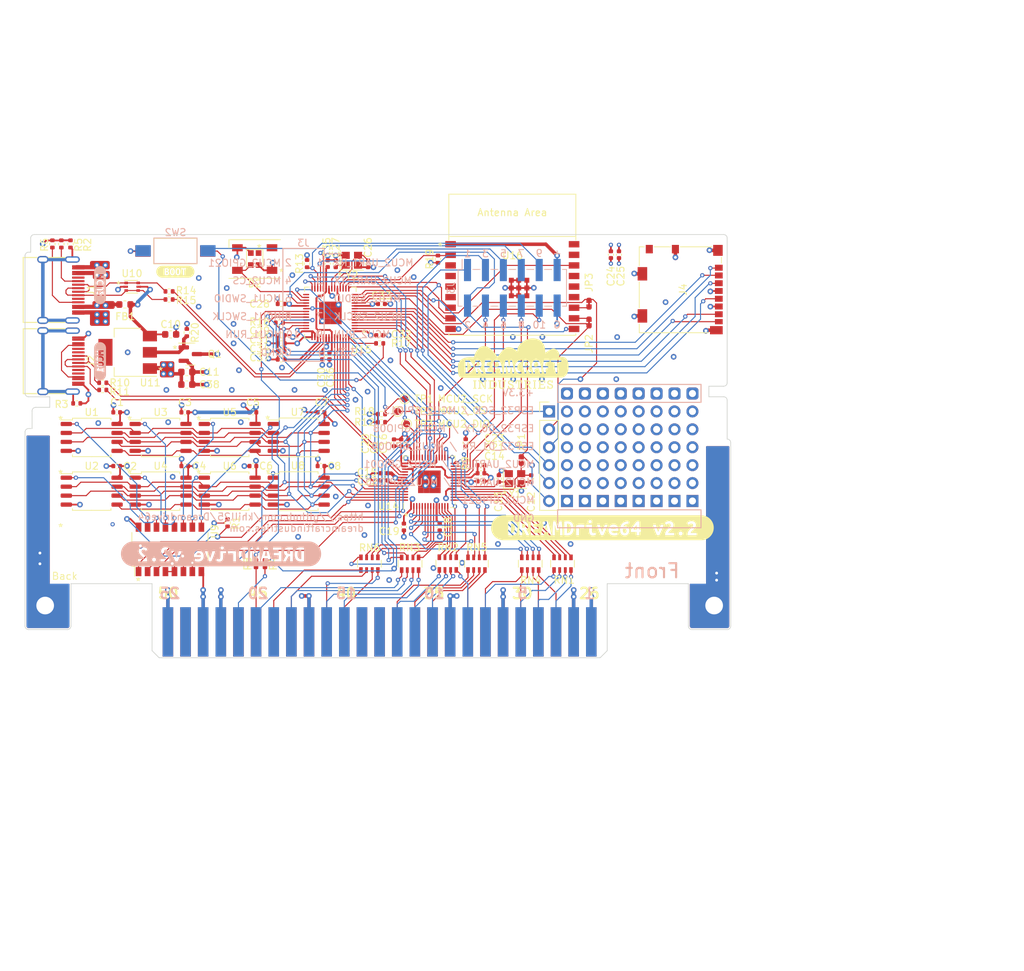
<source format=kicad_pcb>
(kicad_pcb (version 20211014) (generator pcbnew)
  (layers (0 "F.Cu" signal) (1 "In1.Cu" signal) (2 "In2.Cu" signal) (31 "B.Cu" signal) (34 "B.Paste" user) (35 "F.Paste" user) (36 "B.SilkS" user "B.Silkscreen") (37 "F.SilkS" user "F.Silkscreen") (38 "B.Mask" user) (39 "F.Mask" user) (44 "Edge.Cuts" user))
  (net 0 "")
  (net 1 "GND")
  (net 2 "+3V3")
  (net 3 "VBUS")
  (net 4 "Net-(J1-PadA5)")
  (net 5 "Net-(J1-PadB5)")
  (net 6 "Net-(J1-PadS1)")
  (net 7 "/Mainboard/VBUS'")
  (net 8 "/Mainboard/SD_DAT2")
  (net 9 "/Mainboard/SD_DAT3")
  (net 10 "/Mainboard/SD_CMD")
  (net 11 "/Mainboard/SD_CLK")
  (net 12 "/Mainboard/SD_DAT0")
  (net 13 "/Mainboard/SD_DAT1")
  (net 14 "/Mainboard/SD_DET")
  (net 15 "/Mainboard/3V3_USB")
  (net 16 "/Mainboard/N64_VCC")
  (net 17 "Net-(J2-PadS1)")
  (net 18 "/Mainboard/AD15")
  (net 19 "/Mainboard/AD14")
  (net 20 "/Mainboard/AD13")
  (net 21 "/Mainboard/AD12")
  (net 22 "/Mainboard/AD12'")
  (net 23 "/Mainboard/AD13'")
  (net 24 "/Mainboard/AD14'")
  (net 25 "/Mainboard/AD15'")
  (net 26 "/Mainboard/~{WRITE}")
  (net 27 "/Mainboard/~{READ}")
  (net 28 "/Mainboard/AD11")
  (net 29 "/Mainboard/AD10")
  (net 30 "/Mainboard/AD10'")
  (net 31 "/Mainboard/AD11'")
  (net 32 "/Mainboard/~{READ'}")
  (net 33 "/Mainboard/~{WRITE'}")
  (net 34 "/Mainboard/AD9")
  (net 35 "/Mainboard/AD8")
  (net 36 "/Mainboard/CIC_DIO")
  (net 37 "/Mainboard/~{COLD_RESET}")
  (net 38 "/Mainboard/~{COLD_RESET'}")
  (net 39 "/Mainboard/CIC_DIO'")
  (net 40 "/Mainboard/AD8'")
  (net 41 "/Mainboard/AD9'")
  (net 42 "/Mainboard/AD0'")
  (net 43 "/Mainboard/AD1'")
  (net 44 "/Mainboard/AD2'")
  (net 45 "/Mainboard/AD3'")
  (net 46 "/Mainboard/AD3")
  (net 47 "/Mainboard/AD2")
  (net 48 "/Mainboard/AD1")
  (net 49 "/Mainboard/AD0")
  (net 50 "/Mainboard/ALEL'")
  (net 51 "/Mainboard/ALEH'")
  (net 52 "/Mainboard/AD4'")
  (net 53 "/Mainboard/AD5'")
  (net 54 "/Mainboard/AD5")
  (net 55 "/Mainboard/AD4")
  (net 56 "/Mainboard/ALEH")
  (net 57 "/Mainboard/ALEL")
  (net 58 "/Mainboard/AD6'")
  (net 59 "/Mainboard/AD7'")
  (net 60 "/Mainboard/CIC_DCLK'")
  (net 61 "/Mainboard/~{INT1'}")
  (net 62 "/Mainboard/~{INT1}")
  (net 63 "/Mainboard/CIC_DCLK")
  (net 64 "/Mainboard/AD7")
  (net 65 "/Mainboard/AD6")
  (net 66 "Net-(R17-Pad2)")
  (net 67 "/Mainboard/SSI_SD1")
  (net 68 "/Mainboard/SSI_SD2")
  (net 69 "/Mainboard/SSI_SD0")
  (net 70 "/Mainboard/SSI_SCLK")
  (net 71 "/Mainboard/SSI_SD3")
  (net 72 "/PSRAM Array/CS1")
  (net 73 "/PSRAM Array/CS2")
  (net 74 "/PSRAM Array/CS3")
  (net 75 "/PSRAM Array/CS4")
  (net 76 "/PSRAM Array/CS5")
  (net 77 "/PSRAM Array/CS6")
  (net 78 "/PSRAM Array/CS7")
  (net 79 "/Mainboard/DEMUX_A0")
  (net 80 "/Mainboard/DEMUX_A1")
  (net 81 "/Mainboard/DEMUX_A2")
  (net 82 "/Mainboard/DEMUX_IE")
  (net 83 "/Mainboard/MCU2_USB_D-")
  (net 84 "/Mainboard/MCU2_USB_D+")
  (net 85 "/Mainboard/ESP32_EN")
  (net 86 "/Mainboard/ESP32_CS")
  (net 87 "/Mainboard/ESP32_SCK")
  (net 88 "/Mainboard/ESP32_D2_G9")
  (net 92 "/Mainboard/ESP32_D3")
  (net 93 "/Mainboard/ESP32_D0_TX")
  (net 94 "/Mainboard/ESP32_D1_RX")
  (net 96 "/Mainboard/LED")
  (net 103 "Net-(C21-Pad1)")
  (net 104 "Net-(C35-Pad1)")
  (net 105 "/Mainboard/MCU2_UART_RX")
  (net 106 "/Mainboard/MCU2_UART_TX")
  (net 107 "/Mainboard/MCU2_GPIO21")
  (net 108 "/Mainboard/SI_DAT")
  (net 109 "/Mainboard/SI_DAT'")
  (net 110 "/Mainboard/~{NMI'}")
  (net 111 "/Mainboard/~{NMI}")
  (net 112 "/Mainboard/MCU1_RUN")
  (net 113 "/Mainboard/MCU1_USB_D-")
  (net 114 "Net-(R10-Pad2)")
  (net 115 "/Mainboard/MCU1_USB_D+")
  (net 116 "Net-(R11-Pad2)")
  (net 117 "/Mainboard/MCU2_CS")
  (net 118 "/Mainboard/MCU2_RUN")
  (net 119 "Net-(R14-Pad2)")
  (net 120 "Net-(R15-Pad2)")
  (net 121 "/Mainboard/MCU2_DIO")
  (net 122 "/Mainboard/MCU2_SCK")
  (net 123 "/PSRAM Array/CS8")
  (net 138 "Net-(J2-PadA4)")
  (net 139 "/Mainboard/MCU1_SWCLK")
  (net 140 "/Mainboard/MCU1_SWDIO")
  (net 141 "/Mainboard/MCU2_SWCLK")
  (net 142 "/Mainboard/MCU2_SWDIO")
  (net 143 "/Mainboard/MCU1_XIN")
  (net 144 "/Mainboard/MCU1_XOUT")
  (net 145 "/Mainboard/MCU2_XIN")
  (net 146 "/Mainboard/MCU2_XOUT")
  (net 147 "/Mainboard/MCU2_G27")
  (net 148 "Net-(JP2-Pad1)")
  (net 149 "Net-(JP3-Pad1)")
  (net 151 "~{SSI_CS}")
  (footprint "MountingHole:MountingHole_2.5mm_Pad" (layer "F.Cu") (at 102.85 112.6)
    (fp_text reference "REF**" hide)
    (fp_text value "MountingHole_2.5mm_Pad" hide)
  )
  (footprint "MountingHole:MountingHole_2.5mm_Pad" (layer "F.Cu") (at 197.65 112.6)
    (fp_text reference "REF**" hide)
    (fp_text value "MountingHole_2.5mm_Pad" hide)
  )
  (footprint "Capacitor_SMD:C_0402_1005Metric" (layer "F.Cu") (at 143.142 77.203 -90)
    (fp_text reference "C36")
    (fp_text value "100n")
  )
  (footprint "LOGO" (layer "F.Cu") (at 169.12 78.71)
    (fp_text reference "G***" hide)
    (fp_text value "LOGO" hide)
  )
  (footprint "Resistor_SMD:R_0402_1005Metric" (layer "F.Cu") (at 162.446 89.522 -90)
    (fp_text reference "R9")
    (fp_text value "10K")
  )
  (footprint "Capacitor_SMD:C_0402_1005Metric" (layer "F.Cu") (at 141.942 85.204 180)
    (fp_text reference "C7")
    (fp_text value "100n")
  )
  (footprint "Capacitor_SMD:C_0402_1005Metric" (layer "F.Cu") (at 122.638 85.204 180)
    (fp_text reference "C3")
    (fp_text value "100n")
  )
  (footprint "kibuzzard-62F8E97D" (layer "F.Cu") (at 121.298 65.265)
    (fp_text reference "kibuzzard-62F8E97D" hide)
    (fp_text value "G***" hide)
  )
  (footprint "TestPoint:TestPoint_Pad_D1.0mm" (layer "F.Cu") (at 153.81 83.299)
    (fp_text reference "TP1")
    (fp_text value "TP_MCU2_SCK")
  )
  (footprint "Package_SO:SOIC-8_5.23x5.23mm_P1.27mm" (layer "F.Cu") (at 119.209 96.38)
    (fp_text reference "U4")
    (fp_text value "W25Q128JVS")
  )
  (footprint "Capacitor_SMD:C_0402_1005Metric" (layer "F.Cu") (at 122.638 92.824 180)
    (fp_text reference "C4")
    (fp_text value "100n")
  )
  (footprint "Connector_USB_Extra:USB_C_Receptacle_GT-USB-7010" (layer "F.Cu") (at 104.4026 77.9508 -90)
    (fp_text reference "J2")
    (fp_text value "USB_C_Receptacle_USB2.0")
  )
  (footprint "Capacitor_SMD:C_0402_1005Metric" (layer "F.Cu") (at 136.312 75.425 180)
    (fp_text reference "C31")
    (fp_text value "100n")
  )
  (footprint "Resistor_SMD:R_0402_1005Metric" (layer "F.Cu") (at 105.1436 61.33 90)
    (fp_text reference "R5")
    (fp_text value "5k1")
  )
  (footprint "Capacitor_SMD:C_0402_1005Metric" (layer "F.Cu") (at 150.889 93.84 180)
    (fp_text reference "C15")
    (fp_text value "100n")
  )
  (footprint "Capacitor_SMD:C_0402_1005Metric" (layer "F.Cu") (at 144.031 64.15 -90)
    (fp_text reference "C27")
    (fp_text value "12p")
  )
  (footprint "Resistor_SMD:R_0402_1005Metric" (layer "F.Cu") (at 158.509 63.487 90)
    (fp_text reference "R19")
    (fp_text value "10k")
  )
  (footprint "Package_SO:SOIC-8_5.23x5.23mm_P1.27mm" (layer "F.Cu") (at 109.443 96.38)
    (fp_text reference "U2")
    (fp_text value "W25Q128JVS")
  )
  (footprint "TestPoint:TestPoint_Pad_D1.0mm" (layer "F.Cu") (at 152.794 85.077)
    (fp_text reference "TP2")
    (fp_text value "TP_MCU2_CS")
  )
  (footprint "Capacitor_SMD:C_0402_1005Metric" (layer "F.Cu") (at 158.763 101.46 -90)
    (fp_text reference "C18")
    (fp_text value "100n")
  )
  (footprint "Capacitor_SMD:C_0402_1005Metric" (layer "F.Cu") (at 141.942 92.824 180)
    (fp_text reference "C8")
    (fp_text value "100n")
  )
  (footprint "Package_SO:SOIC-8_5.275x5.275mm_P1.27mm" (layer "F.Cu") (at 138.78 88.76)
    (fp_text reference "U7")
    (fp_text value "LY68L6400SLIT")
  )
  (footprint "Capacitor_SMD:C_0603_1608Metric" (layer "F.Cu") (at 120.6376 74.155)
    (fp_text reference "C10")
    (fp_text value "10u")
  )
  (footprint "Capacitor_SMD:C_0402_1005Metric" (layer "F.Cu") (at 167.145 94.602 -90)
    (fp_text reference "C13")
    (fp_text value "12p")
  )
  (footprint "LED_SMD_Extra:WS2812B-2020" (layer "F.Cu") (at 132.544 63.47 -90)
    (fp_text reference "D1" hide)
    (fp_text value "WS2812B-2020")
  )
  (footprint "Package_DFN_QFN_Extra:QFN-56_EP_7x7_Pitch0.4mm" (layer "F.Cu") (at 143.269 71.107 180)
    (fp_text reference "U15")
    (fp_text value "RP2040")
  )
  (footprint "picocart64:SolderJumper-2_Small_Closed" (layer "F.Cu") (at 179.9212 72.4278 -90)
    (fp_text reference "JP2")
    (fp_text value "SolderJumper_2_Bridged")
  )
  (footprint "Capacitor_SMD:C_0402_1005Metric" (layer "F.Cu") (at 142.888 64.122 90)
    (fp_text reference "C35")
    (fp_text value "100n")
  )
  (footprint "Resistor_SMD:R_Array_Convex_4x0603" (layer "F.Cu") (at 176.162 106.667 -90)
    (fp_text reference "RN1")
    (fp_text value "22R_x4")
  )
  (footprint "Package_DFN_QFN_Extra:QFN-56_EP_7x7_Pitch0.4mm" (layer "F.Cu") (at 157.296 95.053 90)
    (fp_text reference "U14")
    (fp_text value "RP2040")
  )
  (footprint "Crystal:Crystal_SMD_2520-4Pin_2.5x2.0mm" (layer "F.Cu") (at 146.317 63.642)
    (fp_text reference "Y2")
    (fp_text value "12MHz 10ppm")
  )
  (footprint "Inductor_SMD:L_0603_1608Metric" (layer "F.Cu") (at 114.15 69.9146)
    (fp_text reference "FB1")
    (fp_text value "Ferrite")
  )
  (footprint "Resistor_SMD:R_Array_Convex_4x0603" (layer "F.Cu") (at 163.97 106.667 -90)
    (fp_text reference "RN5")
    (fp_text value "22R_x4")
  )
  (footprint "Capacitor_SMD:C_0402_1005Metric" (layer "F.Cu") (at 136.284 77.711 180)
    (fp_text reference "C37")
    (fp_text value "1u")
  )
  (footprint "Crystal:Crystal_SMD_2520-4Pin_2.5x2.0mm" (layer "F.Cu") (at 169.431 94.602)
    (fp_text reference "Y1")
    (fp_text value "12MHz 10ppm")
  )
  (footprint "Package_SO:SOIC-8_5.23x5.23mm_P1.27mm" (layer "F.Cu") (at 129.001 96.38)
    (fp_text reference "U6")
    (fp_text value "W25Q128JVS")
  )
  (footprint "Package_SO:SOIC-8_5.275x5.275mm_P1.27mm" (layer "F.Cu") (at 138.78 96.38)
    (fp_text reference "U8")
    (fp_text value "LY68L6400SLIT")
  )
  (footprint "Resistor_SMD:R_0402_1005Metric" (layer "F.Cu") (at 107.328 83.934 180)
    (fp_text reference "R3")
    (fp_text value "100k")
  )
  (footprint "Connector_USB_Extra:USB_C_Receptacle_GT-USB-7010" (layer "F.Cu") (at 104.394 67.8546 -90)
    (fp_text reference "J1")
    (fp_text value "USB_C_Receptacle_USB2.0")
  )
  (footprint "Capacitor_SMD:C_0402_1005Metric" (layer "F.Cu") (at 142.126 77.203 -90)
    (fp_text reference "C30")
    (fp_text value "100n")
  )
  (footprint "Capacitor_SMD:C_0402_1005Metric" (layer "F.Cu") (at 112.986 92.824 180)
    (fp_text reference "C2")
    (fp_text value "100n")
  )
  (footprint "Package_SO:SOIC-8_5.23x5.23mm_P1.27mm" (layer "F.Cu") (at 129.001 88.76)
    (fp_text reference "U5")
    (fp_text value "W25Q128JVS")
  )
  (footprint "Capacitor_SMD:C_0402_1005Metric" (layer "F.Cu") (at 136.284 74.282 180)
    (fp_text reference "C29")
    (fp_text value "100n")
  )
  (footprint "Package_SO:SOP-16_4.4x10.4mm_P1.27mm" (layer "F.Cu") (at 120.536 104.635 90)
    (fp_text reference "U9")
    (fp_text value "SN74LVC138AQDRQ1")
  )
  (footprint "Button_Switch_SMD:SW_SPST_FSMSM" (layer "F.Cu") (at 121.298 62.344 180)
    (fp_text reference "SW1" hide)
    (fp_text value "BootButton")
  )
  (footprint "Resistor_SMD:R_0402_1005Metric" (layer "F.Cu") (at 150.508 85.458)
    (fp_text reference "R18")
    (fp_text value "10k")
  )
  (footprint "Capacitor_SMD:C_0402_1005Metric" (layer "F.Cu") (at 171.717 94.602 90)
    (fp_text reference "C12")
    (fp_text value "12p")
  )
  (footprint "Connector_Card:microSD_HC_Molex_104031-0811" (layer "F.Cu") (at 192.8625 67.805 -90)
    (fp_text reference "J4")
    (fp_text value "Micro_SD_Card_Det")
  )
  (footprint "Package_TO_SOT_SMD:SOT-223" (layer "F.Cu") (at 114.5416 76.695 180)
    (fp_text reference "U11")
    (fp_text value "AZ1117-3.3")
  )
  (footprint "Resistor_SMD:R_Array_Convex_4x0603" (layer "F.Cu") (at 171.59 106.667 -90)
    (fp_text reference "RN4")
    (fp_text value "22R_x4")
  )
  (footprint "Capacitor_SMD:C_0402_1005Metric" (layer "F.Cu") (at 132.29 92.824 180)
    (fp_text reference "C6")
    (fp_text value "100n")
  )
  (footprint "Capacitor_SMD:C_0402_1005Metric" (layer "F.Cu") (at 153.302 89.522 90)
    (fp_text reference "C17")
    (fp_text value "100n")
  )
  (footprint "Capacitor_SMD:C_0402_1005Metric" (layer "F.Cu") (at 164.605 92.697)
    (fp_text reference "C23")
    (fp_text value "1u")
  )
  (footprint "Package_TO_SOT_SMD:SOT-23" (layer "F.Cu") (at 123.4316 76.949)
    (fp_text reference "Q1")
    (fp_text value "FDN340P")
  )
  (footprint "Resistor_SMD:R_0402_1005Metric" (layer "F.Cu") (at 122.9236 73.901 -90)
    (fp_text reference "R20")
    (fp_text value "100k")
  )
  (footprint "TestPoint:TestPoint_Pad_D1.0mm" (layer "F.Cu") (at 154.064 86.855)
    (fp_text reference "TP3")
    (fp_text value "TP_MCU2_DIO")
  )
  (footprint "Connector_PinHeader_2.54mm:PinHeader_1x06_P2.54mm_Vertical" (layer "F.Cu") (at 174.257 85.077)
    (fp_text reference "J6" hide)
    (fp_text value "Conn_01x06")
  )
  (footprint "picocart64:SolderJumper-2_Small_Open" (layer "F.Cu") (at 170.32 91.935 -90)
    (fp_text reference "JP1")
    (fp_text value "SolderJumper_2_Open")
  )
  (footprint "LED_SMD:LED_WS2812B_PLCC4_5.0x5.0mm_P3.2mm" (layer "F.Cu") (at 132.544 63.47 180)
    (fp_text reference "D2")
    (fp_text value "WS2812B")
  )
  (footprint "Resistor_SMD:R_0402_1005Metric" (layer "F.Cu") (at 150.254 75.425)
    (fp_text reference "R17")
    (fp_text value "1K")
  )
  (footprint "Espressif:ESP32-C3-WROOM-02" (layer "F.Cu") (at 169.05 65.525)
    (fp_text reference "U16")
    (fp_text value "ESP32-C3-WROOM-02")
  )
  (footprint "Resistor_SMD:R_0402_1005Metric" (layer "F.Cu") (at 133.998 106.667 -90)
    (fp_text reference "R4")
    (fp_text value "22R")
  )
  (footprint "Capacitor_SMD:C_0402_1005Metric" (layer "F.Cu") (at 153.683 101.46 -90)
    (fp_text reference "C19")
    (fp_text value "100n")
  )
  (footprint "Capacitor_SMD:C_0402_1005Metric" (layer "F.Cu") (at 112.986 85.204 180)
    (fp_text reference "C1")
    (fp_text value "100n")
  )
  (footprint "Capacitor_SMD:C_0402_1005Metric" (layer "F.Cu") (at 132.29 85.204 180)
    (fp_text reference "C5")
    (fp_text value "100n")
  )
  (footprint "Resistor_SMD:R_0402_1005Metric" (layer "F.Cu") (at 128.700505 100.874197 -90)
    (fp_text reference "R1")
    (fp_text value "10K")
  )
  (footprint "Capacitor_SMD:C_0603_1608Metric" (layer "F.Cu") (at 122.9236 79.489 180)
    (fp_text reference "C11")
    (fp_text value "10u")
  )
  (footprint "Capacitor_SMD:C_0402_1005Metric" (layer "F.Cu") (at 150.254 74.282)
    (fp_text reference "C32")
    (fp_text value "100n")
  )
  (footprint "Resistor_SMD:R_0402_1005Metric" (layer "F.Cu") (at 103.8736 61.33 90)
    (fp_text reference "R6")
    (fp_text value "5k1")
  )
  (footprint "Resistor_SMD:R_0402_1005Metric" (layer "F.Cu") (at 120.409 69.202)
    (fp_text reference "R15")
    (fp_text value "22R")
  )
  (footprint "Resistor_SMD:R_Array_Convex_4x0603" (layer "F.Cu") (at 159.906 106.65 -90)
    (fp_text reference "RN2")
    (fp_text value "22R_x4")
  )
  (footprint "Capacitor_SMD:C_0402_1005Metric" (layer "F.Cu") (at 148.603 64.15 90)
    (fp_text reference "C26")
    (fp_text value "12p")
  )
  (footprint "kibuzzard-63B14B13" (layer "F.Cu") (at 181.82 101.57)
    (fp_text reference "kibuzzard-63B14B13" hide)
    (fp_text value "G***" hide)
  )
  (footprint "Capacitor_SMD:C_0402_1005Metric" (layer "F.Cu") (at 184.163 62.852 -90)
    (fp_text reference "C25")
    (fp_text value "100n")
  )
  (footprint "Resistor_SMD:R_0402_1005Metric" (layer "F.Cu") (at 150.508 86.601 180)
    (fp_text reference "R12")
    (fp_text value "10K")
  )
  (footprint "Resistor_SMD:R_0402_1005Metric" (layer "F.Cu") (at 106.439 61.33 -90)
    (fp_text reference "R2")
    (fp_text value "100k")
  )
  (footprint "Capacitor_SMD:C_0402_1005Metric" (layer "F.Cu") (at 164.605 93.84)
    (fp_text reference "C21")
    (fp_text value "100n")
  )
  (footprint "Resistor_SMD:R_Array_Convex_4x0603" (layer "F.Cu") (at 154.566613 106.677041 -90)
    (fp_text reference "RN3")
    (fp_text value "22R_x4")
  )
  (footprint "Resistor_SMD:R_0402_1005Metric" (layer "F.Cu") (at 139.967 64.122 -90)
    (fp_text reference "R13")
    (fp_text value "10k")
  )
  (footprint "Capacitor_SMD:C_0402_1005Metric" (layer "F.Cu") (at 152.286 89.522 90)
    (fp_text reference "C20")
    (fp_text value "1u")
  )
  (footprint "Resistor_SMD:R_Array_Convex_4x0603" (layer "F.Cu") (at 148.8 106.667 -90)
    (fp_text reference "RN6")
    (fp_text value "22R_x4")
  )
  (footprint "Package_SO:SOIC-8_5.23x5.23mm_P1.27mm" (layer "F.Cu") (at 119.209 88.76)
    (fp_text reference "U3")
    (fp_text value "W25Q128JVS")
  )
  (footprint "Capacitor_SMD:C_0603_1608Metric" (layer "F.Cu") (at 122.9236 81.267 180)
    (fp_text reference "C38")
    (fp_text value "10u")
  )
  (footprint "Package_TO_SOT_SMD:SOT-666" (layer "F.Cu") (at 115.1821 67.3986)
    (fp_text reference "U10")
    (fp_text value "USBLC6-2SC6")
  )
  (footprint "Resistor_SMD:R_0402_1005Metric" (layer "F.Cu") (at 132.728 106.667 90)
    (fp_text reference "R8")
    (fp_text value "22R")
  )
  (footprint "picocart64:SolderJumper-2_Small_Closed" (layer "F.Cu") (at 179.9212 69.837 90)
    (fp_text reference "JP3")
    (fp_text value "SolderJumper_2_Bridged")
  )
  (footprint "Capacitor_SMD:C_0402_1005Metric" (layer "F.Cu") (at 136.284 69.837 180)
    (fp_text reference "C28")
    (fp_text value "100n")
  )
  (footprint "Capacitor_SMD:C_0402_1005Metric" (layer "F.Cu") (at 136.284 76.568 180)
    (fp_text reference "C34")
    (fp_text value "1u")
  )
  (footprint "Resistor_SMD:R_0402_1005Metric" (layer "F.Cu") (at 111.011 81.013)
    (fp_text reference "R10")
    (fp_text value "22R")
  )
  (footprint "Capacitor_SMD:C_0402_1005Metric" (layer "F.Cu") (at 150.508 69.837)
    (fp_text reference "C33")
    (fp_text value "100n")
  )
  (footprint "Capacitor_SMD:C_0402_1005Metric" (layer "F.Cu") (at 154.318 89.522 90)
    (fp_text reference "C16")
    (fp_text value "100n")
  )
  (footprint "Package_SO:SOIC-8_5.23x5.23mm_P1.27mm" (layer "F.Cu") (at 109.443 88.76)
    (fp_text reference "U1")
    (fp_text value "W25Q128JVS")
  )
  (footprint "Capacitor_SMD:C_0402_1005Metric" (layer "F.Cu") (at 150.889 94.856 180)
    (fp_text reference "C22")
    (fp_text value "100n")
  )
  (footprint "Resistor_SMD:R_0402_1005Metric" (layer "F.Cu") (at 120.409 68.059)
    (fp_text reference "R14")
    (fp_text value "22R")
  )
  (footprint "Resistor_SMD:R_0402_1005Metric" (layer "F.Cu") (at 136.03 72.504 180)
    (fp_text reference "R16")
    (fp_text value "470R")
  )
  (footprint "Resistor_SMD:R_0402_1005Metric" (layer "F.Cu") (at 111.011 82.029)
    (fp_text reference "R11")
    (fp_text value "22R")
  )
  (footprint "Capacitor_SMD:C_0402_1005Metric" (layer "F.Cu") (at 183.02 62.852 -90)
    (fp_text reference "C24")
    (fp_text value "1u")
  )
  (footprint "Capacitor_SMD:C_0402_1005Metric" (layer "F.Cu") (at 164.605 94.983)
    (fp_text reference "C14")
    (fp_text value "100n")
  )
  (footprint "project_area:PinHeader_1x08_P2.54mm_Vertical" (layer "F.Cu") (at 176.797 82.537)
    (fp_text reference "J5" hide)
    (fp_text value "Conn_01x02")
  )
  (footprint "kibuzzard-62F95F85" (layer "B.Cu") (at 110.63 77.965 -90)
    (fp_text reference "kibuzzard-62F95F85" hide)
    (fp_text value "G***" hide)
  )
  (footprint "kibuzzard-62F95F09" (layer "B.Cu") (at 110.63 67.17 -90)
    (fp_text reference "kibuzzard-62F95F09" hide)
    (fp_text value "G***" hide)
  )
  (footprint "picocart64:N64-Connector" (layer "B.Cu") (at 150.241 116.332 180)
    (fp_text reference "U12" hide)
    (fp_text value "N64-Cartridge")
  )
  (footprint "kibuzzard-63B14A32" (layer "B.Cu") (at 127.775 105.27 180)
    (fp_text reference "kibuzzard-63B14A32" hide)
    (fp_text value "G***" hide)
  )
  (footprint "Connector_PinHeader_2.54mm:PinHeader_2x06_P2.54mm_Vertical_SMD" (layer "B.Cu") (at 169.05 67.551 -90)
    (fp_text reference "J3")
    (fp_text value "Conn_02x06_Odd_Even")
  )
  (footprint "Button_Switch_SMD:SW_SPST_FSMSM" (layer "B.Cu") (at 121.317943 62.298388 180)
    (fp_text reference "SW2")
    (fp_text value "ResetButton")
  )
  (gr_line (start 136.538 77.965) (end 136.538 61.963) (layer "B.SilkS") (width 0.15))
  (gr_line (start 142.38 61.963) (end 142.38 77.965) (layer "B.SilkS") (width 0.15))
  (gr_line (start 195.79 81.25) (end 175.47 81.25) (layer "B.SilkS") (width 0.15))
  (gr_line (start 195.79 83.79) (end 175.47 83.79) (layer "B.SilkS") (width 0.15))
  (gr_line (start 195.79 99.03) (end 175.47 99.03) (layer "B.SilkS") (width 0.15))
  (gr_line (start 175.47 101.57) (end 195.79 101.57) (layer "B.SilkS") (width 0.15))
  (gr_line (start 195.79 83.79) (end 195.79 81.25) (layer "B.SilkS") (width 0.15))
  (gr_line (start 144.92 62.725) (end 142.38 62.725) (layer "B.SilkS") (width 0.15))
  (gr_line (start 175.47 99.03) (end 175.47 101.57) (layer "B.SilkS") (width 0.15))
  (gr_line (start 142.38 77.965) (end 136.538 77.965) (layer "B.SilkS") (width 0.15))
  (gr_line (start 175.47 81.25) (end 175.47 83.79) (layer "B.SilkS") (width 0.15))
  (gr_line (start 136.538 61.963) (end 142.38 61.963) (layer "B.SilkS") (width 0.15))
  (gr_line (start 195.79 101.57) (end 195.79 99.03) (layer "B.SilkS") (width 0.15))
  (gr_line locked (start 182.5 119) (end 182.5 109.5) (layer "Edge.Cuts") (width 0.1))
  (gr_line locked (start 194 109.5) (end 182.5 109.5) (layer "Edge.Cuts") (width 0.1))
  (gr_line locked (start 194 109.5) (end 194 115.5) (layer "Edge.Cuts") (width 0.1))
  (gr_line locked (start 199.5 116) (end 194.5 116) (layer "Edge.Cuts") (width 0.1))
  (gr_line locked (start 200 115.5) (end 200 89.5) (layer "Edge.Cuts") (width 0.1))
  (gr_line locked (start 196.9 83) (end 196.9 81.5) (layer "Edge.Cuts") (width 0.1))
  (gr_line locked (start 199 81.5) (end 196.9 81.5) (layer "Edge.Cuts") (width 0.1))
  (gr_line locked (start 199.5 60.5) (end 199.5 81) (layer "Edge.Cuts") (width 0.1))
  (gr_line locked (start 118 119) (end 119 120) (layer "Edge.Cuts") (width 0.1))
  (gr_line locked (start 182.5 119) (end 181.5 120) (layer "Edge.Cuts") (width 0.1))
  (gr_arc locked (start 100.8 60.5) (mid 100.946447 60.146447) (end 101.3 60) (layer "Edge.Cuts") (width 0.1))
  (gr_arc locked (start 100 63) (mid 100.146447 62.646447) (end 100.5 62.5) (layer "Edge.Cuts") (width 0.1))
  (gr_arc locked (start 100.5 83) (mid 100.146447 82.853553) (end 100 82.5) (layer "Edge.Cuts") (width 0.1))
  (gr_arc locked (start 101 85) (mid 101.146447 84.646447) (end 101.5 84.5) (layer "Edge.Cuts") (width 0.1))
  (gr_arc locked (start 100 88) (mid 100.146447 87.646447) (end 100.5 87.5) (layer "Edge.Cuts") (width 0.1))
  (gr_arc locked (start 100.5 116) (mid 100.146447 115.853553) (end 100 115.5) (layer "Edge.Cuts") (width 0.1))
  (gr_arc locked (start 106.5 115.5) (mid 106.353553 115.853553) (end 106 116) (layer "Edge.Cuts") (width 0.1))
  (gr_arc locked (start 194.5 116) (mid 194.146447 115.853553) (end 194 115.5) (layer "Edge.Cuts") (width 0.1))
  (gr_arc locked (start 200 115.5) (mid 199.853553 115.853553) (end 199.5 116) (layer "Edge.Cuts") (width 0.1))
  (gr_arc locked (start 199 83) (mid 199.353553 83.146447) (end 199.5 83.5) (layer "Edge.Cuts") (width 0.1))
  (gr_arc locked (start 199.5 81) (mid 199.353553 81.353553) (end 199 81.5) (layer "Edge.Cuts") (width 0.1))
  (gr_arc locked (start 199.5 89) (mid 199.853553 89.146447) (end 200 89.5) (layer "Edge.Cuts") (width 0.1))
  (gr_line locked (start 199.5 83.5) (end 199.5 89) (layer "Edge.Cuts") (width 0.1))
  (gr_line locked (start 118 119) (end 118 109.5) (layer "Edge.Cuts") (width 0.1))
  (gr_line locked (start 106.5 109.5) (end 106.5 115.5) (layer "Edge.Cuts") (width 0.1))
  (gr_arc locked (start 199 60) (mid 199.353553 60.146447) (end 199.5 60.5) (layer "Edge.Cuts") (width 0.1))
  (gr_line locked (start 181.5 120) (end 119 120) (layer "Edge.Cuts") (width 0.1))
  (gr_line locked (start 118 109.5) (end 106.5 109.5) (layer "Edge.Cuts") (width 0.1))
  (gr_line locked (start 103.5 84.5) (end 103.5 83) (layer "Edge.Cuts") (width 0.1))
  (gr_line locked (start 101.5 84.5) (end 103.5 84.5) (layer "Edge.Cuts") (width 0.1))
  (gr_line locked (start 106 116) (end 100.5 116) (layer "Edge.Cuts") (width 0.1))
  (gr_line locked (start 100.5 62.5) (end 100.8 62.5) (layer "Edge.Cuts") (width 0.1))
  (gr_line locked (start 100 82.5) (end 100 63) (layer "Edge.Cuts") (width 0.1))
  (gr_line locked (start 100.8 62.5) (end 100.8 60.5) (layer "Edge.Cuts") (width 0.1))
  (gr_line locked (start 101.3 60) (end 199 60) (layer "Edge.Cuts") (width 0.1))
  (gr_line locked (start 100 115.5) (end 100 88) (layer "Edge.Cuts") (width 0.1))
  (gr_line locked (start 100.5 87.5) (end 101 87.5) (layer "Edge.Cuts") (width 0.1))
  (gr_line locked (start 101 87.5) (end 101 85) (layer "Edge.Cuts") (width 0.1))
  (gr_line locked (start 199 83) (end 196.9 83) (layer "Edge.Cuts") (width 0.1))
  (gr_line locked (start 103.5 83) (end 100.5 83) (layer "Edge.Cuts") (width 0.1))
  (gr_text "5" (at 170.5 110.8834) (layer "B.SilkS") (effects (font (size 1.5 1.5) (thickness 0.3)) (justify mirror)))
  (gr_text "10" (at 158 110.8834) (layer "B.SilkS") (effects (font (size 1.5 1.5) (thickness 0.3)) (justify mirror)))
  (gr_text "15" (at 145.5 110.8834) (layer "B.SilkS") (effects (font (size 1.5 1.5) (thickness 0.3)) (justify mirror)))
  (gr_text "20" (at 133 110.8834) (layer "B.SilkS") (effects (font (size 1.5 1.5) (thickness 0.3)) (justify mirror)))
  (gr_text "25" (at 120.5 110.8834) (layer "B.SilkS") (effects (font (size 1.5 1.5) (thickness 0.3)) (justify mirror)))
  (gr_text "9" (at 141.745 74.155) (layer "B.SilkS") (effects (font (size 1 1)) (justify mirror)))
  (gr_text "1" (at 141.745 63.995) (layer "B.SilkS") (effects (font (size 1 1)) (justify mirror)))
  (gr_text "G" (at 175.415054 72.791943) (layer "B.SilkS") (effects (font (size 1 1)) (justify mirror)))
  (gr_text "https://github.com/khill25/Dreamdrive64\ndreamcraftindustries.com" (at 148.095 100.825) (layer "B.SilkS") (effects (font (size 1 1)) (justify left mirror)))
  (gr_text "GND" (at 136.538 76.695) (layer "B.SilkS") (effects (font (size 1 1)) (justify left mirror)))
  (gr_text "4" (at 137.3 66.535) (layer "B.SilkS") (effects (font (size 1 1)) (justify mirror)))
  (gr_text "8" (at 170.335054 72.830944) (layer "B.SilkS") (effects (font (size 1 1)) (justify mirror)))
  (gr_text "+3.3V" (at 143.65 76.695) (layer "B.SilkS") (effects (font (size 1 1)) (justify right mirror)))
  (gr_text "6" (at 167.795054 72.850445) (layer "B.SilkS") (effects (font (size 1 1)) (justify mirror)))
  (gr_text "3" (at 141.745 66.535) (layer "B.SilkS") (effects (font (size 1 1)) (justify mirror)))
  (gr_text "ESP32_D1_RX / MCU2_GPIO09" (at 172.265686 90.03) (layer "B.SilkS") (effects (font (size 1 1)) (justify left mirror)))
  (gr_text "10" (at 137.935 74.155) (layer "B.SilkS") (effects (font (size 1 1)) (justify mirror)))
  (gr_text "2" (at 137.3 63.995) (layer "B.SilkS") (effects (font (size 1 1)) (justify mirror)))
  (gr_text "7" (at 170.32 62.670944) (layer "B.SilkS") (effects (font (size 1 1)) (justify mirror)))
  (gr_text "+3.3V" (at 172.225 82.41) (layer "B.SilkS") (effects (font (size 1 1)) (justify left mirror)))
  (gr_text "MCU2_CS" (at 136.361314 66.535) (layer "B.SilkS") (effects (font (size 1 1)) (justify left mirror)))
  (gr_text "MCU2_UART_RX" (at 143.65 63.995) (layer "B.SilkS") (effects (font (size 1 1)) (justify right mirror)))
  (gr_text "MCU2_GPIO21" (at 136.361314 64.035882) (layer "B.SilkS") (effects (font (size 1 1)) (justify left mirror)))
  (gr_text "GND" (at 172.290791 100.19) (layer "B.SilkS") (effects (font (size 1 1)) (justify left mirror)))
  (gr_text "MCU1_SWCLK" (at 136.440954 71.615) (layer "B.SilkS") (effects (font (size 1 1)) (justify left mirror)))
  (gr_text "+" (at 141.745 76.695) (layer "B.SilkS") (effects (font (size 1 1)) (justify mirror)))
  (gr_text "MCU2_UART_TX / MCU2_GPIO00" (at 172.265686 95.11) (layer "B.SilkS") (effects (font (size 1 1)) (justify left mirror)))
  (gr_text "1" (at 162.7 62.725) (layer "B.SilkS") (effects (font (size 1 1)) (justify mirror)))
  (gr_text "3" (at 165.24 62.709945) (layer "B.SilkS") (effects (font (size 1 1)) (justify mirror)))
  (gr_text "MCU1_SWDIO" (at 136.39243 69.075) (layer "B.SilkS") (effects (font (size 1 1)) (justify left mirror)))
  (gr_text "5" (at 141.745 69.075) (layer "B.SilkS") (effects (font (size 1 1)) (justify mirror)))
  (gr_text "+" (at 175.4 62.631943) (layer "B.SilkS") (effects (font (size 1 1)) (justify mirror)))
  (gr_text "6" (at 137.3 69.075) (layer "B.SilkS") (effects (font (size 1 1)) (justify mirror)))
  (gr_text "MCU2_SWDIO" (at 143.65 69.075) (layer "B.SilkS") (effects (font (size 1 1)) (justify right mirror)))
  (gr_text "ESP32_D0_TX / MCU2_GPIO08" (at 172.246255 87.49) (layer "B.SilkS") (effects (font (size 1 1)) (justify left mirror)))
  (gr_text "10" (at 172.875054 72.811444) (layer "B.SilkS") (effects (font (size 1 1)) (justify mirror)))
  (gr_text "2" (at 162.715054 72.885) (layer "B.SilkS") (effects (font (size 1 1)) (justify mirror)))
  (gr_text "5" (at 167.78 62.690445) (layer "B.SilkS") (effects (font (size 1 1)) (justify mirror)))
  (gr_text "MCU1_RUN" (at 136.489477 74.155) (layer "B.SilkS") (effects (font (size 1 1)) (justify left mirror)))
  (gr_text "MCU2_UART_TX" (at 143.65 66.535) (layer "B.SilkS") (effects (font (size 1 1)) (justify right mirror)))
  (gr_text "J3" (at 139.459 61.201) (layer "B.SilkS") (effects (font (size 1 1)) (justify mirror)))
  (gr_text "MCU2_UART_RX / MCU2_GPIO01" (at 172.265686 92.57) (layer "B.SilkS") (effects (font (size 1 1)) (justify left mirror)))
  (gr_text "ESP32_SCK / MCU2_GPIO13" (at 172.225 84.95) (layer "B.SilkS") (effects (font (size 1 1)) (justify left mirror)))
  (gr_text "9" (at 172.86 62.651444) (layer "B.SilkS") (effects (font (size 1 1)) (justify mirror)))
  (gr_text "1" (at 180 110.8834) (layer "B.SilkS") (effects (font (size 1.5 1.5) (thickness 0.3)) (justify mirror)))
  (gr_text "MCU2_RUN" (at 143.65 74.155) (layer "B.SilkS") (effects (font (size 1 1)) (justify right mirror)))
  (gr_text "8" (at 137.3 71.615) (layer "B.SilkS") (effects (font (size 1 1)) (justify mirror)))
  (gr_text "MCU2_SWCLK" (at 143.65 71.615) (layer "B.SilkS") (effects (font (size 1 1)) (justify right mirror)))
  (gr_text "7" (at 141.745 71.615) (layer "B.SilkS") (effects (font (size 1 1)) (justify mirror)))
  (gr_text "MCU2_GPIO21" (at 172.285204 97.65) (layer "B.SilkS") (effects (font (size 1 1)) (justify left mirror)))
  (gr_text "G" (at 137.3 76.695) (layer "B.SilkS") (effects (font (size 1 1)) (justify mirror)))
  (gr_text "4" (at 165.255054 72.869945) (layer "B.SilkS") (effects (font (size 1 1)) (justify mirror)))
  (gr_text "45" (at 132.972 110.8834) (layer "F.SilkS") (effects (font (size 1.5 1.5) (thickness 0.3))))
  (gr_text "40" (at 145.472 110.8834) (layer "F.SilkS") (effects (font (size 1.5 1.5) (thickness 0.3))))
  (gr_text "35" (at 157.972 110.8834) (layer "F.SilkS") (effects (font (size 1.5 1.5) (thickness 0.3))))
  (gr_text "30" (at 170.472 110.8834) (layer "F.SilkS") (effects (font (size 1.5 1.5) (thickness 0.3))))
  (gr_text "26" (at 179.972 110.8834) (layer "F.SilkS") (effects (font (size 1.5 1.5) (thickness 0.3))))
  (gr_text "*" (at 124.601 93.915) (layer "F.SilkS") (effects (font (size 1 1) (thickness 0.125))))
  (gr_text "*" (at 134.449 93.895846) (layer "F.SilkS") (effects (font (size 1 1) (thickness 0.125))))
  (gr_text "*" (at 148.038 74.011) (layer "F.SilkS") (effects (font (size 1 1) (thickness 0.125))))
  (gr_text "*" (at 105.043 86.295) (layer "F.SilkS") (effects (font (size 1 1) (thickness 0.125))))
  (gr_text "*" (at 154.007 100.046) (layer "F.SilkS") (effects (font (size 1 1) (thickness 0.125))))
  (gr_text "*" (at 167.977 96.871) (layer "F.SilkS") (effects (font (size 1 1) (thickness 0.125))))
  (gr_text "*" (at 136.354 65.375) (layer "F.SilkS") (effects (font (size 1 1) (thickness 0.125))))
  (gr_text "*" (at 134.38 86.253782) (layer "F.SilkS") (effects (font (size 1 1) (thickness 0.125))))
  (gr_text "*" (at 116.034 109.19) (layer "F.SilkS") (effects (font (size 1 1) (thickness 0.125))))
  (gr_text "*" (at 114.809 86.295) (layer "F.SilkS") (effects (font (size 1 1) (thickness 0.125))))
  (gr_text "*" (at 124.601 86.295) (layer "F.SilkS") (effects (font (size 1 1) (thickness 0.125))))
  (gr_text "*" (at 133.179 61.946) (layer "F.SilkS") (effects (font (size 1 1) (thickness 0.125))))
  (gr_text "MCU2_CS" (at 158.378723 84.95) (layer "F.SilkS") (effects (font (size 1 1)) (justify left)))
  (gr_text "*" (at 114.809 93.915) (layer "F.SilkS") (effects (font (size 1 1) (thickness 0.125))))
  (gr_text "MCU2_DIO" (at 158.351141 86.855) (layer "F.SilkS") (effects (font (size 1 1)) (justify left)))
  (gr_text "*" (at 105.043 101.535) (layer "F.SilkS") (effects (font (size 1 1) (thickness 0.125))))
  (gr_text "*" (at 105.043 93.937064) (layer "F.SilkS") (effects (font (size 1 1) (thickness 0.125))))
  (gr_text "MCU2_SCK" (at 158.382 83.299) (layer "F.SilkS") (effects (font (size 1 1)) (justify left)))
  (gr_text "*" (at 158.833 61.692) (layer "F.SilkS") (effects (font (size 1 1) (thickness 0.125))))
  (gr_text "*" (at 119.209 79.345) (layer "F.SilkS") (effects (font (size 1 1) (thickness 0.125))))
  (gr_text "*" (at 121.241 76.297) (layer "F.SilkS") (effects (font (size 1 1) (thickness 0.125))))
  (gr_text "*" (at 113.24 67.153) (layer "F.SilkS") (effects (font (size 1 1) (thickness 0.125))))
  (gr_text "50" (at 120.282 110.875315) (layer "F.SilkS") (effects (font (size 1.5 1.5) (thickness 0.3))))
  (gr_text "*" (at 144.609 65.883) (layer "F.SilkS") (effects (font (size 1 1) (thickness 0.125))))
  (segment (start 139.586 84.823) (end 139.967 85.204) (width 0.25) (layer "F.Cu") (net 1))
  (segment (start 197.9625 73.56) (end 196.569 73.56) (width 0.5) (layer "F.Cu") (net 1))
  (segment (start 169.96 66.475) (end 169.96 68.675) (width 0.25) (layer "F.Cu") (net 1))
  (segment (start 168.91 67.575) (end 168.058 67.575) (width 0.25) (layer "F.Cu") (net 1))
  (segment (start 108.4062 74.6008) (end 108.979 74.028) (width 0.25) (layer "F.Cu") (net 1))
  (segment (start 159.652 96.3988) (end 159.652 97.396) (width 0.25) (layer "F.Cu") (net 1))
  (segment (start 198.1875 62.24) (end 197.013 62.24) (width 0.5) (layer "F.Cu") (net 1))
  (segment (start 144.469 69.907) (end 144.412 69.964) (width 0.25) (layer "F.Cu") (net 1))
  (segment (start 197.135 70.2) (end 198.3125 70.2) (width 0.25) (layer "F.Cu") (net 1))
  (segment (start 142.126 78.473) (end 142.126 77.683) (width 0.25) (layer "F.Cu") (net 1))
  (segment (start 154.318 88.76) (end 154.318 89.042) (width 0.25) (layer "F.Cu") (net 1))
  (segment (start 153.683 101.94) (end 153.683 102.857) (width 0.25) (layer "F.Cu") (net 1))
  (segment (start 192.1625 63.2315) (end 192.164 63.233) (width 0.5) (layer "F.Cu") (net 1))
  (segment (start 130.094 63.126) (end 130.004 63.216) (width 0.25) (layer "F.Cu") (net 1))
  (segment (start 135.804 74.282) (end 135.804 76.568) (width 0.25) (layer "F.Cu") (net 1))
  (segment (start 192.1625 62.065) (end 192.1625 63.2315) (width 0.5) (layer "F.Cu") (net 1))
  (segment (start 135.18 98.285) (end 137.116 98.285) (width 0.25) (layer "F.Cu") (net 1))
  (segment (start 131.81 85.048) (end 131.81 85.204) (width 0.25) (layer "F.Cu") (net 1))
  (segment (start 127.741 110.409) (end 127.75 110.4) (width 0.5) (layer "F.Cu") (net 1))
  (segment (start 122.158 91.837) (end 122.187 91.808) (width 0.25) (layer "F.Cu") (net 1))
  (segment (start 168.91 67.575) (end 171.11 67.575) (width 0.25) (layer "F.Cu") (net 1))
  (segment (start 134.633 77.711) (end 135.804 77.711) (width 0.25) (layer "F.Cu") (net 1))
  (segment (start 196.569 73.56) (end 196.482 73.647) (width 0.5) (layer "F.Cu") (net 1))
  (segment (start 158.763 101.94) (end 158.763 102.823504) (width 0.25) (layer "F.Cu") (net 1))
  (segment (start 197.013 62.24) (end 196.99 62.217) (width 0.5) (layer "F.Cu") (net 1))
  (segment (start 108.2508 81.3008) (end 108.979 82.029) (width 0.25) (layer "F.Cu") (net 1))
  (segment (start 131.994 62.62) (end 131.244 61.87) (width 0.25) (layer "F.Cu") (net 1))
  (segment (start 135.804 69.103) (end 135.776 69.075) (width 0.25) (layer "F.Cu") (net 1))
  (segment (start 125.241 116.332) (end 125.241 110.247) (width 0.5) (layer "F.Cu") (net 1))
  (segment (start 122.949 72.631) (end 122.9236 72.6564) (width 0.25) (layer "F.Cu") (net 1))
  (segment (start 165.085 94.983) (end 165.494 94.983) (width 0.25) (layer "F.Cu") (net 1))
  (segment (start 160.7335 96.053) (end 159.9978 96.053) (width 0.25) (layer "F.Cu") (net 1))
  (segment (start 144.269 67.6695) (end 144.269 68.367) (width 0.25) (layer "F.Cu") (net 1))
  (segment (start 135.832 75.425) (end 134.506 75.425) (width 0.25) (layer "F.Cu") (net 1))
  (segment (start 125.25 108.049) (end 125.25 110.238) (width 0.25) (layer "F.Cu") (net 1))
  (segment (start 108.979 83.553) (end 108.979 82.664) (width 0.25) (layer "F.Cu") (net 1))
  (segment (start 144.031 62.979) (end 144.068 62.942) (width 0.25) (layer "F.Cu") (net 1))
  (segment (start 150.409 94.856) (end 149.198 94.856) (width 0.25) (layer "F.Cu") (net 1))
  (segment (start 112.506 85.204) (end 112.506 84.217) (width 0.25) (layer "F.Cu") (net 1))
  (segment (start 134.506 77.584) (end 134.633 77.711) (width 0.25) (layer "F.Cu") (net 1))
  (segment (start 172.074 67.575) (end 172.098 67.551) (width 0.25) (layer "F.Cu") (net 1))
  (segment (start 158.509 63.997) (end 157.495 63.997) (width 0.15) (layer "F.Cu") (net 1))
  (segment (start 122.158 92.824) (end 122.158 91.837) (width 0.25) (layer "F.Cu") (net 1))
  (segment (start 144.068 62.942) (end 145.442 62.942) (width 0.25) (layer "F.Cu") (net 1))
  (segment (start 165.085 93.967) (end 165.494 93.967) (width 0.25) (layer "F.Cu") (net 1))
  (segment (start 122.158 85.204) (end 122.158 84.217) (width 0.25) (layer "F.Cu") (net 1))
  (segment (start 131.077 92.824) (end 131.81 92.824) (width 0.25) (layer "F.Cu") (net 1))
  (segment (start 187.4875 71.535) (end 186.402 71.535) (width 0.5) (layer "F.Cu") (net 1))
  (segment (start 158.763 102.823504) (end 158.760208 102.826296) (width 0.25) (layer "F.Cu") (net 1))
  (segment (start 161.412 73.375) (end 160.3 73.375) (width 0.25) (layer "F.Cu") (net 1))
  (segment (start 165.494 94.983) (end 166.002 94.475) (width 0.25) (layer "F.Cu") (net 1))
  (segment (start 106.439 60.818) (end 105.169 60.818) (width 0.25) (layer "F.Cu") (net 1))
  (segment (start 197.117 70.218) (end 197.135 70.2) (width 0.25) (layer "F.Cu") (net 1))
  (segment (start 180.241 110.409) (end 180.25 110.4) (width 0.5) (layer "F.Cu") (net 1))
  (segment (start 120.6376 79.743) (end 121.8946 79.743) (width 0.5) (layer "F.Cu") (net 1))
  (segment (start 170.526 95.082) (end 170.306 95.302) (width 0.25) (layer "F.Cu") (net 1))
  (segment (start 148.603 64.63) (end 149.365 64.63) (width 0.25) (layer "F.Cu") (net 1))
  (segment (start 141.462 92.824) (end 141.462 91.837) (width 0.25) (layer "F.Cu") (net 1))
  (segment (start 125.401 90.665) (end 127.21 90.665) (width 0.25) (layer "F.Cu") (net 1))
  (segment (start 159.9978 96.053) (end 159.652 96.3988) (width 0.25) (layer "F.Cu") (net 1))
  (segment (start 171.11 68.675) (end 168.91 68.675) (width 0.25) (layer "F.Cu") (net 1))
  (segment (start 152.286 89.042) (end 153.302 89.042) (width 0.25) (layer "F.Cu") (net 1))
  (segment (start 165.085 93.84) (end 165.085 92.697) (width 0.25) (layer "F.Cu") (net 1))
  (segment (start 144.269 68.367) (end 144.469 68.567) (width 0.25) (layer "F.Cu") (net 1))
  (segment (start 127.741 116.332) (end 127.741 110.409) (width 0.5) (layer "F.Cu") (net 1))
  (segment (start 162.446 89.012) (end 162.446 88.125) (width 0.25) (layer "F.Cu") (net 1))
  (segment (start 120.241 110.4004) (end 120.2312 110.3906) (width 0.5) (layer "F.Cu") (net 1))
  (segment (start 120.241 116.332) (end 120.241 110.4004) (width 0.5) (layer "F.Cu") (net 1))
  (segment (start 108.598 83.934) (end 108.979 83.553) (width 0.25) (layer "F.Cu") (net 1))
  (segment (start 102.9866 60.8434) (end 102.502 61.328) (width 0.25) (layer "F.Cu") (net 1))
  (segment (start 107.838 83.934) (end 108.598 83.934) (width 0.25) (layer "F.Cu") (net 1))
  (segment (start 114.948 62.344) (end 116.708 62.344) (width 0.25) (layer "F.Cu") (net 1))
  (segment (start 105.1436 60.8434) (end 103.8736 60.8434) (width 0.25) (layer "F.Cu") (net 1))
  (segment (start 122.1486 79.489) (end 122.1486 81.267) (width 0.5) (layer "F.Cu") (net 1))
  (segment (start 168.91 68.675) (end 168.91 66.475) (width 0.25) (layer "F.Cu") (net 1))
  (segment (start 167.741 116.332) (end 167.741 110.409) (width 0.5) (layer "F.Cu") (net 1))
  (segment (start 105.843 98.285) (end 107.779 98.285) (width 0.25) (layer "F.Cu") (net 1))
  (segment (start 183.02 63.332) (end 183.02 64.122) (width 0.25) (layer "F.Cu") (net 1))
  (segment (start 170.306 96.3044) (end 170.3392 96.3376) (width 0.25) (layer "F.Cu") (net 1))
  (segment (start 144.031 63.67) (end 144.031 62.979) (width 0.25) (layer "F.Cu") (net 1))
  (segment (start 121.8946 79.743) (end 122.1486 79.489) (width 0.5) (layer "F.Cu") (net 1))
  (segment (start 141.462 91.837) (end 141.491 91.808) (width 0.25) (layer "F.Cu") (net 1))
  (segment (start 113.5764 67.3986) (end 113.17 67.805) (width 0.25) (layer "F.Cu") (net 1))
  (segment (start 187.4875 65.565) (end 186.368 65.565) (width 0.5) (layer "F.Cu") (net 1))
  (segment (start 142.888 62.979) (end 142.888 63.642) (width 0.25) (layer "F.Cu") (net 1))
  (segment (start 122.9236 72.6564) (end 122.9236 73.391) (width 0.25) (layer "F.Cu") (net 1))
  (segment (start 150.734 74.282) (end 151.524 74.282) (width 0.25) (layer "F.Cu") (net 1))
  (segment (start 125.25 110.238) (end 125.25 110.4) (width 0.25) (layer "F.Cu") (net 1))
  (segment (start 153.302 88.76) (end 153.302 89.042) (width 0.25) (layer "F.Cu") (net 1))
  (segment (start 115.609 98.285) (end 117.558 98.285) (width 0.25) (layer "F.Cu") (net 1))
  (segment (start 107.5526 74.6008) (end 108.4062 74.6008) (width 0.25) (layer "F.Cu") (net 1))
  (segment (start 135.804 76.568) (end 135.804 77.711) (width 0.25) (layer "F.Cu") (net 1))
  (segment (start 112.506 92.824) (end 111.519 92.824) (width 0.25) (layer "F.Cu") (net 1))
  (segment (start 168.113 93.459) (end 168.556 93.902) (width 0.25) (layer "F.Cu") (net 1))
  (segment (start 131.244 61.87) (end 130.094 61.87) (width 0.25) (layer "F.Cu") (net 1))
  (segment (start 147.48 64.63) (end 149.365 64.63) (width 0.25) (layer "F.Cu") (net 1))
  (segment (start 130.094 61.87) (end 130.094 63.126) (width 0.25) (layer "F.Cu") (net 1))
  (segment (start 165.494 93.967) (end 166.002 94.475) (width 0.25) (layer "F.Cu") (net 1))
  (segment (start 151.778 69.837) (end 150.988 69.837) (width 0.25) (layer "F.Cu") (net 1))
  (segment (start 124.986 107.785) (end 125.25 108.049) (width 0.25) (layer "F.Cu") (net 1))
  (segment (start 121.4126 74.155) (end 121.4126 73.152) (width 0.25) (layer "F.Cu") (net 1))
  (segment (start 171.717 95.082) (end 170.526 95.082) (width 0.25) (layer "F.Cu") (net 1))
  (segment (start 177.741 110.409) (end 177.75 110.4) (width 0.5) (layer "F.Cu") (net 1))
  (segment (start 114.0446 67.3986) (end 113.5764 67.3986) (width 0.25) (layer "F.Cu") (net 1))
  (segment (start 125.401 98.285) (end 127.464 98.285) (width 0.25) (layer "F.Cu") (net 1))
  (segment (start 161.43 73.393) (end 161.412 73.375) (width 0.25) (layer "F.Cu") (net 1))
  (segment (start 144.003 63.642) (end 144.031 63.67) (width 0.25) (layer "F.Cu") (net 1))
  (segment (start 177.741 116.332) (end 177.741 110.409) (width 0.5) (layer "F.Cu") (net 1))
  (segment (start 184.163 63.332) (end 184.163 64.122) (width 0.25) (layer "F.Cu") (net 1))
  (segment (start 153.81 88.252) (end 154.318 88.76) (width 0.25) (layer "F.Cu") (net 1))
  (segment (start 170.306 95.302) (end 170.306 96.3044) (width 0.25) (layer "F.Cu") (net 1))
  (segment (start 105.169 60.818) (end 105.1436 60.8434) (width 0.25) (layer "F.Cu") (net 1))
  (segment (start 144.469 68.567) (end 144.469 69.907) (width 0.25) (layer "F.Cu") (net 1))
  (segment (start 142.888 63.642) (end 144.003 63.642) (width 0.25) (layer "F.Cu") (net 1))
  (segment (start 112.506 84.217) (end 112.535 84.188) (width 0.25) (layer "F.Cu") (net 1))
  (segment (start 135.18 90.665) (end 136.538 90.665) (width 0.25) (layer "F.Cu") (net 1))
  (segment (start 135.804 76.568) (end 134.506 76.568) (width 0.25) (layer "F.Cu") (net 1))
  (segment (start 186.402 71.535) (end 186.322 71.615) (width 0.5) (layer "F.Cu") (net 1))
  (segment (start 153.81 88.252) (end 153.302 88.76) (width 0.25) (layer "F.Cu") (net 1))
  (segment (start 180.241 116.332) (end 180.241 110.409) (width 0.5) (layer "F.Cu") (net 1))
  (segment (start 171.11 67.575) (end 172.074 67.575) (width 0.25) (layer "F.Cu") (net 1))
  (segment (start 121.4126 73.152) (end 121.3996 73.139) (width 0.25) (layer "F.Cu") (net 1))
  (segment (start 115.609 90.665) (end 117.431 90.665) (width 0.25) (layer "F.Cu") (net 1))
  (segment (start 149.164 93.84) (end 148.673 94.331) (width 0.25) (layer "F.Cu") (net 1))
  (segment (start 167.526 93.459) (end 167.145 93.84) (width 0.25) (layer "F.Cu") (net 1))
  (segment (start 149.198 94.856) (end 148.673 94.331) (width 0.25) (layer "F.Cu") (net 1))
  (segment (start 168.058 67.575) (end 168.034 67.551) (width 0.25) (layer "F.Cu") (net 1))
  (segment (start 103.8736 60.8434) (end 102.9866 60.8434) (width 0.25) (layer "F.Cu") (net 1))
  (segment (start 105.843 90.665) (end 107.525 90.665) (width 0.25) (layer "F.Cu") (net 1))
  (segment (start 143.142 77.683) (end 143.142 78.473) (width 0.25) (layer "F.Cu") (net 1))
  (segment (start 122.158 84.217) (end 122.187 84.188) (width 0.25) (layer "F.Cu") (net 1))
  (segment (start 167.145 93.84) (end 167.145 94.122) (width 0.25) (layer "F.Cu") (net 1))
  (segment (start 150.409 93.84) (end 149.164 93.84) (width 0.25) (layer "F.Cu") (net 1))
  (segment (start 139.967 85.204) (end 141.462 85.204) (width 0.25) (layer "F.Cu") (net 1))
  (segment (start 147.192 64.342) (end 147.48 64.63) (width 0.25) (layer "F.Cu") (net 1))
  (segment (start 167.741 110.409) (end 167.75 110.4) (width 0.5) (layer "F.Cu") (net 1))
  (segment (start 171.11 66.475) (end 171.11 68.675) (width 0.25) (layer "F.Cu") (net 1))
  (segment (start 168.91 66.475) (end 171.11 66.475) (width 0.25) (layer "F.Cu") (net 1))
  (segment (start 186.368 65.565) (end 186.322 65.519) (width 0.5) (layer "F.Cu") (net 1))
  (segment (start 125.241 110.247) (end 125.25 110.238) (width 0.5) (layer "F.Cu") (net 1))
  (segment (start 135.804 74.282) (end 134.506 74.282) (width 0.25) (layer "F.Cu") (net 1))
  (segment (start 135.804 69.837) (end 135.804 69.103) (width 0.25) (layer "F.Cu") (net 1))
  (segment (start 130.95 84.188) (end 131.81 85.048) (width 0.25) (layer "F.Cu") (net 1))
  (segment (start 108.979 82.029) (end 108.979 82.664) (width 0.25) (layer "F.Cu") (net 1))
  (segment (start 157.495 63.997) (end 157.493 63.995) (width 0.15) (layer "F.Cu") (net 1))
  (segment (start 107.5526 81.3008) (end 108.2508 81.3008) (width 0.25) (layer "F.Cu") (net 1))
  (segment (start 167.526 93.459) (end 168.113 93.459) (width 0.25) (layer "F.Cu") (net 1))
  (via (at 110.2 72.3414) (size 0.8) (drill 0.4) (layers "F.Cu" "B.Cu") (net 1))
  (via (at 110.2 71.3414) (size 0.8) (drill 0.4) (layers "F.Cu" "B.Cu") (net 1))
  (via (at 111.4 71.3414) (size 0.8) (drill 0.4) (layers "F.Cu" "B.Cu") (net 1))
  (via (at 111.4 72.3414) (size 0.8) (drill 0.4) (layers "F.Cu" "B.Cu") (net 1))
  (via (at 102.108 105.156) (size 0.8) (drill 0.4) (layers "F.Cu" "B.Cu") (net 1))
  (via (at 180.25 111.35) (size 0.8) (drill 0.4) (layers "F.Cu" "B.Cu") (net 1))
  (via (at 180.25 110.4) (size 0.8) (drill 0.4) (layers "F.Cu" "B.Cu") (net 1))
  (via (at 177.75 111.35) (size 0.8) (drill 0.4) (layers "F.Cu" "B.Cu") (net 1))
  (via (at 177.75 110.4) (size 0.8) (drill 0.4) (layers "F.Cu" "B.Cu") (net 1))
  (via (at 167.75 110.4) (size 0.8) (drill 0.4) (layers "F.Cu" "B.Cu") (net 1))
  (via (at 167.75 111.35) (size 0.8) (drill 0.4) (layers "F.Cu" "B.Cu") (net 1))
  (via (at 127.75 111.35) (size 0.8) (drill 0.4) (layers "F.Cu" "B.Cu") (net 1))
  (via (at 127.75 110.4) (size 0.8) (drill 0.4) (layers "F.Cu" "B.Cu") (net 1))
  (via (at 149.365 64.63) (size 0.8) (drill 0.4) (layers "F.Cu" "B.Cu") (net 1))
  (via (at 142.126 72.25) (size 0.8) (drill 0.4) (layers "F.Cu" "B.Cu") (net 1))
  (via (at 139.586 84.823) (size 0.8) (drill 0.4) (layers "F.Cu" "B.Cu") (net 1))
  (via (at 120.6376 79.743) (size 0.8) (drill 0.4) (layers "F.Cu" "B.Cu") (net 1))
  (via (at 146.825 83.426) (size 0.8) (drill 0.4) (layers "F.Cu" "B.Cu") (net 1))
  (via (at 125.235 110.395916) (size 0.8) (drill 0.4) (layers "F.Cu" "B.Cu") (net 1))
  (via (at 114.948 62.344) (size 0.8) (drill 0.4) (layers "F.Cu" "B.Cu") (net 1))
  (via (at 102.502 61.328) (size 0.8) (drill 0.4) (layers "F.Cu" "B.Cu") (net 1))
  (via (at 124.6 70.218) (size 0.8) (drill 0.4) (layers "F.Cu" "B.Cu") (net 1))
  (via (at 198 108) (size 0.8) (drill 0.4) (layers "F.Cu" "B.Cu") (net 1))
  (via (at 127.464 98.285) (size 0.8) (drill 0.4) (layers "F.Cu" "B.Cu") (net 1))
  (via (at 142.126 78.473) (size 0.8) (drill 0.4) (layers "F.Cu" "B.Cu") (net 1))
  (via (at 144.412 69.964) (size 0.8) (drill 0.4) (layers "F.Cu" "B.Cu") (net 1))
  (via (at 157.874 107.285) (size 0.8) (drill 0.4) (layers "F.Cu" "B.Cu") (net 1))
  (via (at 107.779 98.285) (size 0.8) (drill 0.4) (layers "F.Cu" "B.Cu") (net 1))
  (via (at 142.507 82.029) (size 0.8) (drill 0.4) (layers "F.Cu" "B.Cu") (net 1))
  (via (at 173.311 74.519) (size 0.8) (drill 0.4) (layers "F.Cu" "B.Cu") (net 1))
  (via (at 110.179 64.3414) (size 0.8) (drill 0.4) (layers "F.Cu" "B.Cu") (net 1))
  (via (at 183.909 74.536) (size 0.8) (drill 0.4) (layers "F.Cu" "B.Cu") (net 1))
  (via (at 138.697 102.857) (size 0.8) (drill 0.4) (layers "F.Cu" "B.Cu") (net 1))
  (via (at 121.3996 73.139) (size 0.8) (drill 0.4) (layers "F.Cu" "B.Cu") (net 1))
  (via (at 120.6376 78.473) (size 0.8) (drill 0.4) (layers "F.Cu" "B.Cu") (net 1))
  (via (at 158.760208 102.826296) (size 0.8) (drill 0.4) (layers "F.Cu" "B.Cu") (net 1))
  (via (at 141.491 91.808) (size 0.8) (drill 0.4) (layers "F.Cu" "B.Cu") (net 1))
  (via (at 130.004 63.216) (size 0.8) (drill 0.4) (layers "F.Cu" "B.Cu") (net 1))
  (via (at 161.43 73.393) (size 0.8) (drill 0.4) (layers "F.Cu" "B.Cu") (net 1))
  (via (at 169.12 74.519) (size 0.8) (drill 0.4) (layers "F.Cu" "B.Cu") (net 1))
  (via (at 168.034 67.551) (size 0.8) (drill 0.4) (layers "F.Cu" "B.Cu") (net 1))
  (via (at 143.142 78.473) (size 0.8) (drill 0.4) (layers "F.Cu" "B.Cu") (net 1))
  (via (at 151.778 69.837) (size 0.8) (drill 0.4) (layers "F.Cu" "B.Cu") (net 1))
  (via (at 172.098 67.551) (size 0.8) (drill 0.4) (layers "F.Cu" "B.Cu") (net 1))
  (via (at 177.305 103.873) (size 0.8) (drill 0.4) (layers "F.Cu" "B.Cu") (net 1))
  (via (at 122.949 72.631) (size 0.8) (drill 0.4) (layers "F.Cu" "B.Cu") (net 1))
  (via (at 137.878 65.756) (size 0.8) (drill 0.4) (layers "F.Cu" "B.Cu") (net 1))
  (via (at 125.235 111.345916) (size 0.8) (drill 0.4) (layers "F.Cu" "B.Cu") (net 1))
  (via (at 111.379 64.3414) (size 0.8) (drill 0.4) (layers "F.Cu" "B.Cu") (net 1))
  (via (at 129.553 75.425) (size 0.8) (drill 0.4) (layers "F.Cu" "B.Cu") (net 1))
  (via (at 158.9092 81.758) (size 0.8) (drill 0.4) (layers "F.Cu" "B.Cu") (net 1))
  (via (at 130.569 86.601) (size 0.8) (drill 0.4) (layers "F.Cu" "B.Cu") (net 1))
  (via (at 127.21 90.665) (size 0.8) (drill 0.4) (layers "F.Cu" "B.Cu") (net 1))
  (via (at 197.117 70.218) (size 0.8) (drill 0.4) (layers "F.Cu" "B.Cu") (net 1))
  (via (at 153.81 88.252) (size 0.8) (drill 0.4) (layers "F.Cu" "B.Cu") (net 1))
  (via (at 138.189 82.029) (size 0.8) (drill 0.4) (layers "F.Cu" "B.Cu") (net 1))
  (via (at 166.002 94.475) (size 0.8) (drill 0.4) (layers "F.Cu" "B.Cu") (net 1))
  (via (at 134.506 77.584) (size 0.8) (drill 0.4) (layers "F.Cu" "B.Cu") (net 1))
  (via (at 167.526 93.459) (size 0.8) (drill 0.4) (layers "F.Cu" "B.Cu") (net 1))
  (via (at 130.315 79.235) (size 0.8) (drill 0.4) (layers "F.Cu" "B.Cu") (net 1))
  (via (at 153.683 102.857) (size 0.8) (drill 0.4) (layers "F.Cu" "B.Cu") (net 1))
  (via (at 110.376 86.728) (size 0.8) (drill 0.4) (layers "F.Cu" "B.Cu") (net 1))
  (via (at 169.177 80.505) (size 0.8) (drill 0.4) (layers "F.Cu" "B.Cu") (net 1))
  (via (at 129.5468 72.6648) (size 0.8) (drill 0.4) (layers "F.Cu" "B.Cu") (net 1))
  (via (at 117.431 90.665) (size 0.8) (drill 0.4) (layers "F.Cu" "B.Cu") (net 1))
  (via (at 155.08 66.027) (size 0.8) (drill 0.4) (layers "F.Cu" "B.Cu") (net 1))
  (via (at 119.6216 79.743) (size 0.8) (drill 0.4) (layers "F.Cu" "B.Cu") (net 1))
  (via (at 148.673 94.331) (size 0.8) (drill 0.4) (layers "F.Cu" "B.Cu") (net 1))
  (via (at 111.519 92.824) (size 0.8) (drill 0.4) (layers "F.Cu" "B.Cu") (net 1))
  (via (at 114.5416 76.695) (size 0.8) (drill 0.4) (layers "F.Cu" "B.Cu") (net 1))
  (via (at 122.187 84.188) (size 0.8) (drill 0.4) (layers "F.Cu" "B.Cu") (net 1))
  (via (at 135.776 69.075) (size 0.6) (drill 0.3) (layers "F.Cu" "B.Cu") (net 1))
  (via (at 108.979 74.028) (size 0.8) (drill 0.4) (layers "F.Cu" "B.Cu") (net 1))
  (via (at 173.534238 100.90089) (size 0.8) (drill 0.4) (layers "F.Cu" "B.Cu") (net 1))
  (via (at 157.874 94.475) (size 0.8) (drill 0.4) (layers "F.Cu" "B.Cu") (net 1))
  (via (at 159.652 97.396) (size 0.8) (drill 0.4) (layers "F.Cu" "B.Cu") (net 1))
  (via (at 191.91 77.33) (size 0.8) (drill 0.4) (layers "F.Cu" "B.Cu") (net 1))
  (via (at 152.7624 65.0448) (size 0.8) (drill 0.4) (layers "F.Cu" "B.Cu") (net 1))
  (via (at 157.874 95.618) (size 0.8) (drill 0.4) (layers "F.Cu" "B.Cu") (net 1))
  (via (at 161.938 106.54) (size 0.8) (drill 0.4) (layers "F.Cu" "B.Cu") (net 1))
  (via (at 170.3392 96.3376) (size 0.8) (drill 0.4) (layers "F.Cu" "B.Cu") (net 1))
  (via (at 120.2312 110.3906) (size 0.8) (drill 0.4) (layers "F.Cu" "B.Cu") (net 1))
  (via (at 107.525 90.665) (size 0.8) (drill 0.4) (layers "F.Cu" "B.Cu") (net 1))
  (via (at 120.2312 111.3406) (size 0.8) (drill 0.4) (layers "F.Cu" "B.Cu") (net 1))
  (via (at 128.5816 67.5848) (size 0.8) (drill 0.4) (layers "F.Cu" "B.Cu") (net 1))
  (via (at 120.282 86.601) (size 0.8) (drill 0.4) (layers "F.Cu" "B.Cu") (net 1))
  (via (at 122.187 91.808) (size 0.8) (drill 0.4) (layers "F.Cu" "B.Cu") (net 1))
  (via (at 184.163 64.122) (size 0.6) (drill 0.3) (layers "F.Cu" "B.Cu") (net 1))
  (via (at 156.731 95.618) (size 0.8) (drill 0.4) (layers "F.Cu" "B.Cu") (net 1))
  (via (at 186.322 71.615) (size 0.8) (drill 0.4) (layers "F.Cu" "B.Cu") (net 1))
  (via (at 157.493 63.995) (size 0.8) (drill 0.4) (layers "F.Cu" "B.Cu") (net 1))
  (via (at 144.031 97.142) (size 0.8) (drill 0.4) (layers "F.Cu" "B.Cu") (net 1))
  (via (at 186.322 65.519) (size 0.8) (drill 0.4) (layers "F.Cu" "B.Cu") (net 1))
  (via (at 196.482 73.647) (size 0.8) (drill 0.4) (layers "F.Cu" "B.Cu") (net 1))
  (via (at 124.6192 66.1624) (size 0.8) (drill 0.4) (layers "F.Cu" "B.Cu") (net 1))
  (via (at 162.446 88.125) (size 0.8) (drill 0.4) (layers "F.Cu" "B.Cu") (net 1))
  (via (at 148.095 102.603) (size 0.8) (drill 0.4) (layers "F.Cu" "B.Cu") (net 1))
  (via (at 175.4 72.631) (size 0.8) (drill 0.4) (layers "F.Cu" "B.Cu") (net 1))
  (via (at 151.602153 108.983703) (size 0.8) (drill 0.4) (layers "F.Cu" "B.Cu") (net 1))
  (via (at 119.6216 78.473) (size 0.8) (drill 0.4) (layers "F.Cu" "B.Cu") (net 1))
  (via (at 148.603 98.412) (size 0.8) (drill 0.4) (layers "F.Cu" "B.Cu") (net 1))
  (via (at 183.782 80.505) (size 0.8) (drill 0.4) (layers "F.Cu" "B.Cu") (net 1))
  (via (at 131.077 92.824) (size 0.8) (drill 0.4) (layers "F.Cu" "B.Cu") (net 1))
  (via (at 167.018 103.873) (size 0.8) (drill 0.4) (layers "F.Cu" "B.Cu") (net 1))
  (via (at 130.95 84.188) (size 0.8) (drill 0.4) (layers "F.Cu" "B.Cu") (net 1))
  (via (at 134.506 75.425) (size 0.8) (drill 0.4) (layers "F.Cu" "B.Cu") (net 1))
  (via (at 137.116 98.285) (size 0.8) (drill 0.4) (layers "F.Cu" "B.Cu") (net 1))
  (via (at 134.506 74.282) (size 0.8) (drill 0.4) (layers "F.Cu" "B.Cu") (net 1))
  (via (at 129.299 82.029) (size 0.8) (drill 0.4) (layers "F.Cu" "B.Cu") (net 1))
  (via (at 198 109) (size 0.8) (drill 0.4) (layers "F.Cu" "B.Cu") (net 1))
  (via (at 112.408 101.079) (size 0.6) (drill 0.3) (layers "F.Cu" "B.Cu") (net 1))
  (via (at 113.17 67.805) (size 0.8) (drill 0.4) (layers "F.Cu" "B.Cu") (net 1))
  (via (at 151.524 74.282) (size 0.8) (drill 0.4) (layers "F.Cu" "B.Cu") (net 1))
  (via (at 164.859 80.505) (size 0.8) (drill 0.4) (layers "F.Cu" "B.Cu") (net 1))
  (via (at 192.164 63.233) (size 0.8) (drill 0.4) (layers "F.Cu" "B.Cu") (net 1))
  (via (at 117.558 98.285) (size 0.8) (drill 0.4) (layers "F.Cu" "B.Cu") (net 1))
  (via (at 120.917 94.348) (size 0.8) (drill 0.4) (layers "F.Cu" "B.Cu") (net 1))
  (via (at 183.02 64.122) (size 0.6) (drill 0.3) (layers "F.Cu" "B.Cu") (net 1))
  (via (at 190.767 69.583) (size 0.8) (drill 0.4) (layers "F.Cu" "B.Cu") (net 1))
  (via (at 120.028 82.029) (size 0.8) (drill 0.4) (layers "F.Cu" "B.Cu") (net 1))
  (via (at 144.031 62.979) (size 0.8) (drill 0.4) (layers "F.Cu" "B.Cu") (net 1))
  (via (at 136.538 90.665) (size 0.8) (drill 0.4) (layers "F.Cu" "B.Cu") (net 1))
  (via (at 136.411 78.854) (size 0.8) (drill 0.4) (layers "F.Cu" "B.Cu") (net 1))
  (via (at 112.535 84.188) (size 0.8) (drill 0.4) (layers "F.Cu" "B.Cu") (net 1))
  (via (at 134.506 76.568) (size 0.8) (drill 0.4) (layers "F.Cu" "B.Cu") (net 1))
  (via (at 116.345 104.127) (size 0.8) (drill 0.4) (layers "F.Cu" "B.Cu") (net 1))
  (via (at 156.731 94.475) (size 0.8) (drill 0.4) (layers "F.Cu" "B.Cu") (net 1))
  (via (at 108.979 82.664) (size 0.8) (drill 0.4) (layers "F.Cu" "B.Cu") (net 1))
  (via (at 151.778 77.838) (size 0.8) (drill 0.4) (layers "F.Cu" "B.Cu") (net 1))
  (via (at 102.108 106.68) (size 0.8) (drill 0.4) (layers "F.Cu" "B.Cu") (net 1))
  (via (at 173.241 80.505) (size 0.8) (drill 0.4) (layers "F.Cu" "B.Cu") (net 1))
  (via (at 196.99 62.217) (size 0.8) (drill 0.4) (layers "F.Cu" "B.Cu") (net 1))
  (via (at 142.888 62.979) (size 0.8) (drill 0.4) (layers "F.Cu" "B.Cu") (net 1))
  (via (at 148.546 82.266) (size 0.8) (drill 0.4) (layers "F.Cu" "B.Cu") (net 1))
  (segment (start 127.741 116.332) (end 127.741 110.409) (width 0.5) (layer "B.Cu") (net 1))
  (segment (start 127.741 110.409) (end 127.75 110.4) (width 0.5) (layer "B.Cu") (net 1))
  (segment (start 177.741 110.409) (end 177.75 110.4) (width 0.5) (layer "B.Cu") (net 1))
  (segment (start 125.241 116.332) (end 125.241 110.401916) (width 0.5) (layer "B.Cu") (net 1))
  (segment (start 180.241 116.332) (end 180.241 110.409) (width 0.5) (layer "B.Cu") (net 1))
  (segment (start 180.241 110.409) (end 180.25 110.4) (width 0.5) (layer "B.Cu") (net 1))
  (segment (start 167.741 116.332) (end 167.741 110.409) (width 0.5) (layer "B.Cu") (net 1))
  (segment (start 125.241 110.401916) (end 125.235 110.395916) (width 0.5) (layer "B.Cu") (net 1))
  (segment (start 120.241 110.4004) (end 120.2312 110.3906) (width 0.5) (layer "B.Cu") (net 1))
  (segment (start 120.241 116.332) (end 120.241 110.4004) (width 0.5) (layer "B.Cu") (net 1))
  (segment (start 167.741 110.409) (end 167.75 110.4) (width 0.5) (layer "B.Cu") (net 1))
  (segment (start 116.727943 62.298388) (end 114.993612 62.298388) (width 0.1524) (layer "B.Cu") (net 1))
  (segment (start 177.741 116.332) (end 177.741 110.409) (width 0.5) (layer "B.Cu") (net 1))
  (segment (start 175.4 70.076) (end 175.4 72.631) (width 0.25) (layer "B.Cu") (net 1))
  (segment (start 114.993612 62.298388) (end 114.948 62.344) (width 0.1524) (layer "B.Cu") (net 1))
  (segment (start 153.683 100.98) (end 153.683 99.936) (width 0.25) (layer "F.Cu") (net 2))
  (segment (start 158.344 97.7104) (end 158.344 100.561) (width 0.25) (layer "F.Cu") (net 2))
  (segment (start 125.7176 79.489) (end 125.743 79.489) (width 0.5) (layer "F.Cu") (net 2))
  (segment (start 151.369 93.84) (end 151.905 93.84) (width 0.5) (layer "F.Cu") (net 2))
  (segment (start 113.466 86.432) (end 113.043 86.855) (width 0.25) (layer "F.Cu") (net 2))
  (segment (start 153.466818 92.861818) (end 153.302 92.697) (width 0.25) (layer "F.Cu") (net 2))
  (segment (start 114.918 100.317) (end 116.086 101.485) (width 0.25) (layer "F.Cu") (net 2))
  (segment (start 154.696 98.923) (end 154.696 98.4905) (width 0.25) (layer "F.Cu") (net 2))
  (segment (start 132.77 85.204) (end 132.77 84.482675) (width 0.25) (layer "F.Cu") (net 2))
  (segment (start 123.118 92.824) (end 123.118 94.166) (width 0.25) (layer "F.Cu") (net 2))
  (segment (start 152.286 90.002) (end 153.302 90.002) (width 0.25) (layer "F.Cu") (net 2))
  (segment (start 142.422 94.433) (end 142.38 94.475) (width 0.25) (layer "F.Cu") (net 2))
  (segment (start 113.466 92.824) (end 113.466 94.052) (width 0.25) (layer "F.Cu") (net 2))
  (segment (start 137.427 69.837) (end 136.764 69.837) (width 0.25) (layer "F.Cu") (net 2))
  (segment (start 153.302 92.697) (end 153.302 92.453) (width 0.25) (layer "F.Cu") (net 2))
  (segment (start 142.507 75.933) (end 142.888 75.552) (width 0.25) (layer "F.Cu") (net 2))
  (segment (start 139.967 62.918098) (end 139.9608 62.911898) (width 0.25) (layer "F.Cu") (net 2))
  (segment (start 149.998 86.601) (end 148.8 86.601) (width 0.25) (layer "F.Cu") (net 2))
  (segment (start 154.445 92.189) (end 153.937 91.681) (width 0.25) (layer "F.Cu") (net 2))
  (segment (start 132.77 85.204) (end 132.77 86.686) (width 0.25) (layer "F.Cu") (net 2))
  (segment (start 133.094 64.32) (end 133.844 65.07) (width 0.25) (layer "F.Cu") (net 2))
  (segment (start 152.918 94.853) (end 153.8585 94.853) (width 0.25) (layer "F.Cu") (net 2))
  (segment (start 122.446 105.693208) (end 122.340222 105.58743) (width 0.1524) (layer "F.Cu") (net 2))
  (segment (start 143.523 68.694) (end 143.069 68.24) (width 0.25) (layer "F.Cu") (net 2))
  (segment (start 132.77 92.824) (end 132.77 94.306) (width 0.25) (layer "F.Cu") (net 2))
  (segment (start 162.189 94.853) (end 162.319 94.983) (width 0.25) (layer "F.Cu") (net 2))
  (segment (start 158.296 100.513) (end 158.763 100.98) (width 0.25) (layer "F.Cu") (net 2))
  (segment (start 122.4941 77.899) (end 122.883 77.899) (width 0.5) (layer "F.Cu") (net 2))
  (segment (start 151.905 93.84) (end 152.413 94.348) (width 0.5) (layer "F.Cu") (net 2))
  (segment (start 123.6986 79.489) (end 123.6986 81.267) (width 0.5) (layer "F.Cu") (net 2))
  (segment (start 154.696 97.694028) (end 154.89429 97.495738) (width 0.1524) (layer "F.Cu") (net 2))
  (segment (start 154.445 92.189) (end 154.696 91.938) (width 0.25) (layer "F.Cu") (net 2))
  (segment (start 149.998 85.458) (end 148.8 85.458) (width 0.25) (layer "F.Cu") (net 2))
  (segment (start 114.44 100.317) (end 114.918 100.317) (width 0.25) (layer "F.Cu") (net 2))
  (segment (start 137.935 74.536) (end 138.443 74.536) (width 0.25) (layer "F.Cu") (net 2))
  (segment (start 154.696 98.4905) (end 154.696 97.694028) (width 0.25) (layer "F.Cu") (net 2))
  (segment (start 153.8585 92.853001) (end 153.867317 92.861818) (width 0.1524) (layer "F.Cu") (net 2))
  (segment (start 142.507 75.933) (end 142.38 76.06) (width 0.25) (layer "F.Cu") (net 2))
  (segment (start 142.422 86.813) (end 142.38 86.855) (width 0.25) (layer "F.Cu") (net 2))
  (segment (start 143.069 68.24) (end 143.069 67.6695) (width 0.25) (layer "F.Cu") (net 2))
  (segment (start 123.118 94.166) (end 122.809 94.475) (width 0.25) (layer "F.Cu") (net 2))
  (segment (start 141.069 74.5445) (end 141.069 74.027) (width 0.25) (layer "F.Cu") (net 2))
  (segment (start 134.994 65.07) (end 134.994 64.068) (width 0.25) (layer "F.Cu") (net 2))
  (segment (start 153.867317 92.861818) (end 153.466818 92.861818) (width 0.25) (layer "F.Cu") (net 2))
  (segment (start 153.8585 92.453) (end 154.181 92.453) (width 0.25) (layer "F.Cu") (net 2))
  (segment (start 142.422 92.824) (end 143.396 92.824) (width 0.25) (layer "F.Cu") (net 2))
  (segment (start 142.888 75.552) (end 142.888 75.425) (width 0.25) (layer "F.Cu") (net 2))
  (segment (start 134.994 64.068) (end 135.084 63.978) (width 0.25) (layer "F.Cu") (net 2))
  (segment (start 158.300619 97.667019) (end 158.344 97.7104) (width 0.25) (layer "F.Cu") (net 2))
  (segment (start 158.296 98.4905) (end 158.296 100.513) (width 0.25) (layer "F.Cu") (net 2))
  (segment (start 154.696 90.38) (end 154.318 90.002) (width 0.25) (layer "F.Cu") (net 2))
  (segment (start 153.8585 94.453) (end 152.521326 94.453) (width 0.25) (layer "F.Cu") (net 2))
  (segment (start 149.998 85.458) (end 149.998 86.601) (width 0.25) (layer "F.Cu") (net 2))
  (segment (start 148.409 73.707) (end 148.984 74.282) (width 0.25) (layer "F.Cu") (net 2))
  (segment (start 140.749 73.707) (end 139.8315 73.707) (width 0.25) (layer "F.Cu") (net 2))
  (segment (start 123.118 86.546) (end 122.809 86.855) (width 0.25) (layer "F.Cu") (net 2))
  (segment (start 132.728 92.062) (end 132.77 92.104) (width 0.25) (layer "F.Cu") (net 2))
  (segment (start 153.683 99.936) (end 154.696 98.923) (width 0.25) (layer "F.Cu") (net 2))
  (segment (start 128.160406 100.904296) (end 126.803879 100.904296) (width 0.1524) (layer "F.Cu") (net 2))
  (segment (start 153.302 92.453) (end 153.8585 92.453) (width 0.25) (layer "F.Cu") (net 2))
  (segment (start 173.796 61.375) (end 175.4 62.979) (width 0.5) (layer "F.Cu") (net 2))
  (segment (start 142.38 76.06) (end 142.531364 75.908636) (width 0.25) (layer "F.Cu") (net 2))
  (segment (start 136.764 74.282) (end 136.764 76.568) (width 0.25) (layer "F.Cu") (net 2))
  (segment (start 197.176 68) (end 198.3125 68) (width 0.25) (layer "F.Cu") (net 2))
  (segment (start 184.163 62.372) (end 184.163 61.455) (width 0.25) (layer "F.Cu") (net 2))
  (segment (start 141.069 74.027) (end 140.749 73.707) (width 0.25) (layer "F.Cu") (net 2))
  (segment (start 142.38 76.06) (end 142.126 76.314) (width 0.25) (layer "F.Cu") (net 2))
  (segment (start 160.3 61.375) (end 173.796 61.375) (width 0.5) (layer "F.Cu") (net 2))
  (segment (start 148.968 70.107) (end 146.7065 70.107) (width 0.25) (layer "F.Cu") (net 2))
  (segment (start 132.77 92.104) (end 132.77 92.824) (width 0.25) (layer "F.Cu") (net 2))
  (segment (start 132.77 84.482675) (end 132.729855 84.44253) (width 0.25) (layer "F.Cu") (net 2))
  (segment (start 142.422 85.373) (end 143.904 86.855) (width 0.25) (layer "F.Cu") (net 2))
  (segment (start 152.468958 94.403958) (end 152.468958 94.505368) (width 0.5) (layer "F.Cu") (net 2))
  (segment (start 132.77 86.686) (end 132.601 86.855) (width 0.25) (layer "F.Cu") (net 2))
  (segment (start 137.697 70.107) (end 137.427 69.837) (width 0.25) (layer "F.Cu") (net 2))
  (segment (start 113.466 92.824) (end 114.44 92.824) (width 0.25) (layer "F.Cu") (net 2))
  (segment (start 142.531364 75.908636) (end 142.698375 75.908636) (width 0.25) (layer "F.Cu") (net 2))
  (segment (start 158.344 100.561) (end 158.763 100.98) (width 0.25) (layer "F.Cu") (net 2))
  (segment (start 149.774 74.282) (end 148.984 74.282) (width 0.25) (layer "F.Cu") (net 2))
  (segment (start 154.699 92.443) (end 154.445 92.189) (width 0.25) (layer "F.Cu") (net 2))
  (segment (start 152.413 94.348) (end 152.468958 94.403958) (width 0.5) (layer "F.Cu") (net 2))
  (segment (start 138.443 74.536) (end 139.272 73.707) (width 0.25) (layer "F.Cu") (net 2))
  (segment (start 143.069 75.244) (end 142.888 75.425) (width 0.25) (layer "F.Cu") (net 2))
  (segment (start 149.238 69.837) (end 150.028 69.837) (width 0.25) (layer "F.Cu") (net 2))
  (segment (start 136.792 75.425) (end 138.57 75.425) (width 0.25) (layer "F.Cu") (net 2))
  (segment (start 163.335 94.983) (end 164.125 94.983) (width 0.25) (layer "F.Cu") (net 2))
  (segment (start 146.7065 73.707) (end 148.409 73.707) (width 0.25) (layer "F.Cu") (net 2))
  (segment (start 142.669 74.5445) (end 142.669 75.206) (width 0.25) (layer "F.Cu") (net 2))
  (segment (start 139.8315 70.107) (end 137.697 70.107) (width 0.25) (layer "F.Cu") (net 2))
  (segment (start 140.669 73.787) (end 140.749 73.707) (width 0.25) (layer "F.Cu") (net 2))
  (segment (start 142.126 76.314) (end 142.126 76.723) (width 0.25) (layer "F.Cu") (net 2))
  (segment (start 122.446 107.785) (end 122.446 105.693208) (width 0.1524) (layer "F.Cu") (net 2))
  (segment (start 142.422 92.824) (end 142.422 94.433) (width 0.25) (layer "F.Cu") (net 2))
  (segment (start 122.883 77.899) (end 123.6986 78.7146) (width 0.5) (layer "F.Cu") (net 2))
  (segment (start 152.413 94.348) (end 152.918 94.853) (width 0.25) (layer "F.Cu") (net 2))
  (segment (start 128.700505 100.364197) (end 128.160406 100.904296) (width 0.1524) (layer "F.Cu") (net 2))
  (segment (start 158.296 92.275) (end 158.128 92.443) (width 0.25) (layer "F.Cu") (net 2))
  (segment (start 123.118 85.204) (end 123.118 86.546) (width 0.25) (layer "F.Cu") (net 2))
  (segment (start 123.118 92.824) (end 124.092 92.824) (width 0.25) (layer "F.Cu") (net 2))
  (segment (start 143.069 74.5445) (end 143.069 75.244) (width 0.25) (layer "F.Cu") (net 2))
  (segment (start 113.466 85.204) (end 113.466 86.432) (width 0.25) (layer "F.Cu") (net 2))
  (segment (start 139.967 63.612) (end 139.967 62.918098) (width 0.25) (layer "F.Cu") (net 2))
  (segment (start 140.669 74.5445) (end 139.4505 74.5445) (width 0.25) (layer "F.Cu") (net 2))
  (segment (start 139.4505 74.5445) (end 138.57 75.425) (width 0.25) (layer "F.Cu") (net 2))
  (segment (start 133.844 65.07) (end 134.994 65.07) (width 0.25) (layer "F.Cu") (net 2))
  (segment (start 132.77 94.306) (end 132.601 94.475) (width 0.25) (layer "F.Cu") (net 2))
  (segment (start 154.696 91.6155) (end 154.696 90.38) (width 0.25) (layer "F.Cu") (net 2))
  (segment (start 139.272 73.707) (end 139.8315 73.707) (width 0.25) (layer "F.Cu") (net 2))
  (segment (start 140.669 74.5445) (end 140.669 73.787) (width 0.25) (layer "F.Cu") (net 2))
  (segment (start 160.7335 94.853) (end 162.189 94.853) (width 0.25) (layer "F.Cu") (net 2))
  (segment (start 149.238 69.837) (end 148.968 70.107) (width 0.25) (layer "F.Cu") (net 2))
  (segment (start 137.935 74.536) (end 137.681 74.282) (width 0.25) (layer "F.Cu") (net 2))
  (segment (start 113.466 85.204) (end 114.44 85.204) (width 0.25) (layer "F.Cu") (net 2))
  (segment (start 153.302 90.002) (end 153.302 92.453) (width 0.25) (layer "F.Cu") (net 2))
  (segment (start 162.319 94.983) (end 163.335 94.983) (width 0.25) (layer "F.Cu") (net 2))
  (segment (start 183.02 62.372) (end 183.02 61.455) (width 0.25) (layer "F.Cu") (net 2))
  (segment (start 123.6986 78.7146) (end 123.6986 79.489) (width 0.5) (layer "F.Cu") (net 2))
  (segment (start 163.335 94.983) (end 163.3295 94.983) (width 0.25) (layer "F.Cu") (net 2))
  (segment (start 123.6986 81.267) (end 125.743 81.267) (width 0.5) (layer "F.Cu") (net 2))
  (segment (start 123.6986 79.489) (end 125.7176 79.489) (width 0.5) (layer "F.Cu") (net 2))
  (segment (start 113.466 94.052) (end 113.043 94.475) (width 0.25) (layer "F.Cu") (net 2))
  (segment (start 163.3295 94.983) (end 163.208 95.1045) (width 0.25) (layer "F.Cu") (net 2))
  (segment (start 142.422 85.204) (end 142.422 85.373) (width 0.25) (layer "F.Cu") (net 2))
  (segment (start 123.118 85.204) (end 124.092 85.204) (width 0.25) (layer "F.Cu") (net 2))
  (segment (start 137.681 74.282) (end 136.764 74.282) (width 0.25) (layer "F.Cu") (net 2))
  (segment (start 142.669 75.206) (end 142.888 75.425) (width 0.25) (layer "F.Cu") (net 2))
  (segment (start 152.521326 94.453) (end 152.468958 94.505368) (width 0.25) (layer "F.Cu") (net 2))
  (segment (start 154.696 91.938) (end 154.696 91.6155) (width 0.25) (layer "F.Cu") (net 2))
  (segment (start 197.117 68.059) (end 197.176 68) (width 0.25) (layer "F.Cu") (net 2))
  (segment (start 154.181 92.453) (end 154.445 92.189) (width 0.25) (layer "F.Cu") (net 2))
  (segment (start 158.128 92.443) (end 154.699 92.443) (width 0.25) (layer "F.Cu") (net 2))
  (segment (start 142.422 85.204) (end 142.422 86.813) (width 0.25) (layer "F.Cu") (net 2))
  (segment (start 158.296 91.6155) (end 158.296 92.275) (width 0.25) (layer "F.Cu") (net 2))
  (via (at 114.44 85.204) (size 0.8) (drill 0.4) (layers "F.Cu" "B.Cu") (net 2))
  (via (at 143.904 86.855) (size 0.8) (drill 0.4) (layers "F.Cu" "B.Cu") (net 2))
  (via (at 126.803879 100.904296) (size 0.8) (drill 0.4) (layers "F.Cu" "B.Cu") (net 2))
  (via (at 138.57 75.425) (size 0.8) (drill 0.4) (layers "F.Cu" "B.Cu") (net 2))
  (via (at 143.396 92.824) (size 0.8) (drill 0.4) (layers "F.Cu" "B.Cu") (net 2))
  (via (at 184.163 61.455) (size 0.6) (drill 0.3) (layers "F.Cu" "B.Cu") (net 2))
  (via (at 152.468958 94.505368) (size 0.8) (drill 0.4) (layers "F.Cu" "B.Cu") (net 2))
  (via (at 153.937 91.681) (size 0.8) (drill 0.4) (layers "F.Cu" "B.Cu") (net 2))
  (via (at 135.084 63.978) (size 0.8) (drill 0.4) (layers "F.Cu" "B.Cu") (net 2))
  (via (at 114.44 100.317) (size 0.8) (drill 0.4) (layers "F.Cu" "B.Cu") (net 2))
  (via (at 125.743 79.489) (size 0.8) (drill 0.4) (layers "F.Cu" "B.Cu") (net 2))
  (via (at 142.698375 75.908636) (size 0.8) (drill 0.4) (layers "F.Cu" "B.Cu") (net 2))
  (via (at 163.208 95.1045) (size 0.8) (drill 0.4) (layers "F.Cu" "B.Cu") (net 2))
  (via (at 137.427 69.837) (size 0.8) (drill 0.4) (layers "F.Cu" "B.Cu") (net 2))
  (via (at 132.728 92.062) (size 0.8) (drill 0.4) (layers "F.Cu" "B.Cu") (net 2))
  (via (at 149.238 69.837) (size 0.8) (drill 0.4) (layers "F.Cu" "B.Cu") (net 2))
  (via (at 124.092 85.204) (size 0.8) (drill 0.4) (layers "F.Cu" "B.Cu") (net 2))
  (via (at 148.8 86.601) (size 0.8) (drill 0.4) (layers "F.Cu" "B.Cu") (net 2))
  (via (at 143.523 68.694) (size 0.8) (drill 0.4) (layers "F.Cu" "B.Cu") (net 2))
  (via (at 139.9608 62.911898) (size 0.8) (drill 0.4) (layers "F.Cu" "B.Cu") (net 2))
  (via (at 114.44 92.824) (size 0.8) (drill 0.4) (layers "F.Cu" "B.Cu") (net 2))
  (via (at 175.4 62.979) (size 0.8) (drill 0.4) (layers "F.Cu" "B.Cu") (net 2))
  (via (at 158.300619 97.667019) (size 0.8) (drill 0.4) (layers "F.Cu" "B.Cu") (net 2))
  (via (at 154.89429 97.495738) (size 0.8) (drill 0.4) (layers "F.Cu" "B.Cu") (net 2))
  (via (at 137.935 74.536) (size 0.8) (drill 0.4) (layers "F.Cu" "B.Cu") (net 2))
  (via (at 183.02 61.455) (size 0.6) (drill 0.3) (layers "F.Cu" "B.Cu") (net 2))
  (via (at 125.743 81.267) (size 0.8) (drill 0.4) (layers "F.Cu" "B.Cu") (net 2))
  (via (at 124.092 92.824) (size 0.8) (drill 0.4) (layers "F.Cu" "B.Cu") (net 2))
  (via (at 197.117 68.059) (size 0.8) (drill 0.4) (layers "F.Cu" "B.Cu") (net 2))
  (via (at 122.340222 105.58743) (size 0.8) (drill 0.4) (layers "F.Cu" "B.Cu") (net 2))
  (via (at 148.8 85.458) (size 0.8) (drill 0.4) (layers "F.Cu" "B.Cu") (net 2))
  (via (at 148.984 74.282) (size 0.8) (drill 0.4) (layers "F.Cu" "B.Cu") (net 2))
  (via (at 132.729855 84.44253) (size 0.8) (drill 0.4) (layers "F.Cu" "B.Cu") (net 2))
  (segment (start 122.340222 105.58743) (end 119.71043 105.58743) (width 0.1524) (layer "B.Cu") (net 2))
  (segment (start 122.340222 105.58743) (end 126.803879 101.123773) (width 0.1524) (layer "B.Cu") (net 2))
  (segment (start 124.092 85.204) (end 131.968385 85.204) (width 0.5) (layer "B.Cu") (net 2))
  (segment (start 131.968385 85.204) (end 132.729855 84.44253) (width 0.5) (layer "B.Cu") (net 2))
  (segment (start 119.71043 105.58743) (end 114.44 100.317) (width 0.1524) (layer "B.Cu") (net 2))
  (segment (start 126.803879 101.123773) (end 126.803879 100.904296) (width 0.1524) (layer "B.Cu") (net 2))
  (segment (start 175.4 65.026) (end 175.4 62.979) (width 0.25) (layer "B.Cu") (net 2))
  (segment (start 117.9316 74.155) (end 117.6916 74.395) (width 0.25) (layer "F.Cu") (net 3))
  (segment (start 115.964 69.9386) (end 114.9615 69.9386) (width 0.5) (layer "F.Cu") (net 3))
  (segment (start 114.9375 69.9146) (end 114.9375 71.6409) (width 0.5) (layer "F.Cu") (net 3))
  (segment (start 114.9615 69.9386) (end 114.9375 69.9146) (width 0.5) (layer "F.Cu") (net 3))
  (segment (start 117.3157 67.3986) (end 117.7221 67.805) (width 0.25) (layer "F.Cu") (net 3))
  (segment (start 114.9375 71.6409) (end 117.6916 74.395) (width 0.5) (layer "F.Cu") (net 3))
  (segment (start 119.8626 74.155) (end 117.9316 74.155) (width 0.25) (layer "F.Cu") (net 3))
  (segment (start 116.3196 67.3986) (end 117.3157 67.3986) (width 0.25) (layer "F.Cu") (net 3))
  (via (at 115.964 69.9386) (size 0.8) (drill 0.4) (layers "F.Cu" "B.Cu") (net 3))
  (via (at 117.7221 67.805) (size 0.8) (drill 0.4) (layers "F.Cu" "B.Cu") (net 3))
  (segment (start 115.964 69.9386) (end 115.964 69.5631) (width 0.5) (layer "B.Cu") (net 3))
  (segment (start 115.964 69.5631) (end 117.7221 67.805) (width 0.5) (layer "B.Cu") (net 3))
  (segment (start 105.1436 61.8634) (end 105.1436 66.1286) (width 0.15) (layer "F.Cu") (net 4))
  (segment (start 105.1436 66.1286) (end 105.6196 66.6046) (width 0.15) (layer "F.Cu") (net 4))
  (segment (start 105.6196 66.6046) (end 107.544 66.6046) (width 0.15) (layer "F.Cu") (net 4))
  (segment (start 104.8604 69.6046) (end 107.544 69.6046) (width 0.15) (layer "F.Cu") (net 5))
  (segment (start 103.8736 68.6178) (end 104.8604 69.6046) (width 0.15) (layer "F.Cu") (net 5))
  (segment (start 103.8736 61.8634) (end 103.8736 68.6178) (width 0.15) (layer "F.Cu") (net 5))
  (segment (start 106.704 62.105) (end 106.439 61.84) (width 0.25) (layer "F.Cu") (net 6))
  (segment (start 106.704 63.5346) (end 106.704 62.105) (width 0.25) (layer "F.Cu") (net 6))
  (segment (start 106.704 72.1746) (end 102.524 72.1746) (width 0.5) (layer "B.Cu") (net 6))
  (segment (start 102.524 63.5346) (end 106.704 63.5346) (width 0.5) (layer "B.Cu") (net 6))
  (segment (start 102.524 72.1746) (end 102.524 63.5346) (width 0.5) (layer "B.Cu") (net 6))
  (segment (start 111.5268 69.9146) (end 111.4 70.0414) (width 0.25) (layer "F.Cu") (net 7))
  (segment (start 113.3625 69.9146) (end 111.5268 69.9146) (width 0.5) (layer "F.Cu") (net 7))
  (via (at 110.2 65.7414) (size 0.8) (drill 0.4) (layers "F.Cu" "B.Cu") (net 7))
  (via (at 111.4 70.0414) (size 0.8) (drill 0.4) (layers "F.Cu" "B.Cu") (net 7))
  (via (at 110.2 70.0414) (size 0.8) (drill 0.4) (layers "F.Cu" "B.Cu") (net 7))
  (via (at 111.4 65.7414) (size 0.8) (drill 0.4) (layers "F.Cu" "B.Cu") (net 7))
  (segment (start 155.0324 70.907) (end 157.3914 73.266) (width 0.15) (layer "F.Cu") (net 8))
  (segment (start 197.117 64.757) (end 198.2555 64.757) (width 0.15) (layer "F.Cu") (net 8))
  (segment (start 198.2555 64.757) (end 198.3125 64.7) (width 0.15) (layer "F.Cu") (net 8))
  (segment (start 157.3914 73.266) (end 160.3124 76.187) (width 0.15) (layer "F.Cu") (net 8))
  (segment (start 160.3124 76.187) (end 160.668 76.187) (width 0.15) (layer "F.Cu") (net 8))
  (segment (start 146.7065 70.907) (end 155.0324 70.907) (width 0.15) (layer "F.Cu") (net 8))
  (via (at 197.117 64.757) (size 0.6) (drill 0.3) (layers "F.Cu" "B.Cu") (net 8))
  (via (at 160.668 76.187) (size 0.6) (drill 0.3) (layers "F.Cu" "B.Cu") (net 8))
  (segment (start 186.703 76.187) (end 195.847 67.043) (width 0.15) (layer "B.Cu") (net 8))
  (segment (start 160.668 76.187) (end 186.703 76.187) (width 0.15) (layer "B.Cu") (net 8))
  (segment (start 197.117 65.773) (end 197.117 64.757) (width 0.15) (layer "B.Cu") (net 8))
  (segment (start 195.847 67.043) (end 197.117 65.773) (width 0.15) (layer "B.Cu") (net 8))
  (segment (start 160.668 75.2726) (end 160.0076 75.2726) (width 0.15) (layer "F.Cu") (net 9))
  (segment (start 195.974 65.773) (end 198.2855 65.773) (width 0.15) (layer "F.Cu") (net 9))
  (segment (start 155.242 70.507) (end 146.7065 70.507) (width 0.15) (layer "F.Cu") (net 9))
  (segment (start 160.0076 75.2726) (end 155.242 70.507) (width 0.15) (layer "F.Cu") (net 9))
  (segment (start 198.2855 65.773) (end 198.3125 65.8) (width 0.15) (layer "F.Cu") (net 9))
  (via (at 195.974 65.773) (size 0.6) (drill 0.3) (layers "F.Cu" "B.Cu") (net 9))
  (via (at 160.668 75.2726) (size 0.6) (drill 0.3) (layers "F.Cu" "B.Cu") (net 9))
  (segment (start 195.974 65.773) (end 186.4744 75.2726) (width 0.15) (layer "B.Cu") (net 9))
  (segment (start 186.4744 75.2726) (end 160.668 75.2726) (width 0.15) (layer "B.Cu") (net 9))
  (segment (start 160.541 78.727) (end 160.668 78.727) (width 0.15) (layer "F.Cu") (net 10))
  (segment (start 153.921 72.107) (end 160.541 78.727) (width 0.15) (layer "F.Cu") (net 10))
  (segment (start 198.2965 66.916) (end 198.3125 66.9) (width 0.15) (layer "F.Cu") (net 10))
  (segment (start 197.117 66.916) (end 198.2965 66.916) (width 0.15) (layer "F.Cu") (net 10))
  (segment (start 146.7065 72.107) (end 153.921 72.107) (width 0.15) (layer "F.Cu") (net 10))
  (via (at 197.117 66.916) (size 0.6) (drill 0.3) (layers "F.Cu" "B.Cu") (net 10))
  (via (at 160.668 78.727) (size 0.6) (drill 0.3) (layers "F.Cu" "B.Cu") (net 10))
  (segment (start 196.99 66.916) (end 194.958 68.948) (width 0.15) (layer "B.Cu") (net 10))
  (segment (start 194.958 68.948) (end 194.958 71.615) (width 0.15) (layer "B.Cu") (net 10))
  (segment (start 197.117 66.916) (end 196.99 66.916) (width 0.15) (layer "B.Cu") (net 10))
  (segment (start 194.958 71.615) (end 187.846 78.727) (width 0.15) (layer "B.Cu") (net 10))
  (segment (start 187.846 78.727) (end 160.668 78.727) (width 0.15) (layer "B.Cu") (net 10))
  (segment (start 153.432 72.507) (end 156.477 75.552) (width 0.15) (layer "F.Cu") (net 11))
  (segment (start 156.477 75.552) (end 160.541 79.616) (width 0.15) (layer "F.Cu") (net 11))
  (segment (start 146.7065 72.507) (end 153.432 72.507) (width 0.15) (layer "F.Cu") (net 11))
  (segment (start 196.457 69.1) (end 198.3125 69.1) (width 0.15) (layer "F.Cu") (net 11))
  (segment (start 160.541 79.616) (end 160.668 79.616) (width 0.15) (layer "F.Cu") (net 11))
  (segment (start 196.101 69.456) (end 196.457 69.1) (width 0.15) (layer "F.Cu") (net 11))
  (via (at 196.101 69.456) (size 0.6) (drill 0.3) (layers "F.Cu" "B.Cu") (net 11))
  (via (at 160.668 79.616) (size 0.6) (drill 0.3) (layers "F.Cu" "B.Cu") (net 11))
  (segment (start 195.72 71.996) (end 188.1 79.616) (width 0.15) (layer "B.Cu") (net 11))
  (segment (start 188.1 79.616) (end 160.668 79.616) (width 0.15) (layer "B.Cu") (net 11))
  (segment (start 196.101 69.456) (end 195.72 69.837) (width 0.15) (layer "B.Cu") (net 11))
  (segment (start 195.72 69.837) (end 195.72 71.996) (width 0.15) (layer "B.Cu") (net 11))
  (segment (start 193.561 71.615) (end 193.876 71.3) (width 0.15) (layer "F.Cu") (net 12))
  (segment (start 154.41 71.707) (end 160.668 77.965) (width 0.15) (layer "F.Cu") (net 12))
  (segment (start 146.7065 71.707) (end 154.41 71.707) (width 0.15) (layer "F.Cu") (net 12))
  (segment (start 193.876 71.3) (end 198.3125 71.3) (width 0.15) (layer "F.Cu") (net 12))
  (via (at 193.561 71.615) (size 0.6) (drill 0.3) (layers "F.Cu" "B.Cu") (net 12))
  (via (at 160.668 77.965) (size 0.6) (drill 0.3) (layers "F.Cu" "B.Cu") (net 12))
  (segment (start 193.561 71.615) (end 193.561 71.742) (width 0.15) (layer "B.Cu") (net 12))
  (segment (start 193.561 71.742) (end 187.338 77.965) (width 0.15) (layer "B.Cu") (net 12))
  (segment (start 187.338 77.965) (end 160.668 77.965) (width 0.15) (layer "B.Cu") (net 12))
  (segment (start 191.783 72.25) (end 191.883 72.35) (width 0.15) (layer "F.Cu") (net 13))
  (segment (start 154.7212 71.307) (end 146.7065 71.307) (width 0.15) (layer "F.Cu") (net 13))
  (segment (start 191.883 72.35) (end 198.3125 72.35) (width 0.15) (layer "F.Cu") (net 13))
  (segment (start 160.668 77.076) (end 160.4902 77.076) (width 0.15) (layer "F.Cu") (net 13))
  (segment (start 160.4902 77.076) (end 154.7212 71.307) (width 0.15) (layer "F.Cu") (net 13))
  (via (at 191.783 72.25) (size 0.6) (drill 0.3) (layers "F.Cu" "B.Cu") (net 13))
  (via (at 160.668 77.076) (size 0.6) (drill 0.3) (layers "F.Cu" "B.Cu") (net 13))
  (segment (start 186.957 77.076) (end 160.668 77.076) (width 0.15) (layer "B.Cu") (net 13))
  (segment (start 191.783 72.25) (end 186.957 77.076) (width 0.15) (layer "B.Cu") (net 13))
  (segment (start 122.4941 75.999) (end 122.4941 74.8405) (width 0.5) (layer "F.Cu") (net 15))
  (segment (start 117.6916 76.695) (end 121.7981 76.695) (width 0.5) (layer "F.Cu") (net 15))
  (segment (start 122.4941 74.8405) (end 122.9236 74.411) (width 0.5) (layer "F.Cu") (net 15))
  (segment (start 121.7981 76.695) (end 122.4941 75.999) (width 0.5) (layer "F.Cu") (net 15))
  (segment (start 160.241 116.332) (end 160.241 111.252) (width 0.5) (layer "F.Cu") (net 16))
  (segment (start 140.241 111.259) (end 140.221 111.239) (width 0.5) (layer "F.Cu") (net 16))
  (segment (start 140.221 111.239) (end 139.205 111.239) (width 0.5) (layer "F.Cu") (net 16))
  (segment (start 140.241 116.332) (end 140.241 111.259) (width 0.5) (layer "F.Cu") (net 16))
  (segment (start 160.254 111.239) (end 161.176 111.239) (width 0.5) (layer "F.Cu") (net 16))
  (segment (start 124.3691 76.949) (end 127.267 76.949) (width 0.5) (layer "F.Cu") (net 16))
  (segment (start 160.241 111.252) (end 160.254 111.239) (width 0.5) (layer "F.Cu") (net 16))
  (via (at 161.176 111.239) (size 0.8) (drill 0.4) (layers "F.Cu" "B.Cu") (net 16))
  (via (at 139.205 111.239) (size 0.8) (drill 0.4) (layers "F.Cu" "B.Cu") (net 16))
  (via (at 140.221 111.239) (size 0.8) (drill 0.4) (layers "F.Cu" "B.Cu") (net 16))
  (via (at 127.267 76.949) (size 0.8) (drill 0.4) (layers "F.Cu" "B.Cu") (net 16))
  (via (at 160.241 111.252) (size 0.8) (drill 0.4) (layers "F.Cu" "B.Cu") (net 16))
  (segment (start 160.241 116.332) (end 160.241 111.252) (width 0.5) (layer "B.Cu") (net 16))
  (segment (start 160.241 111.252) (end 160.254 111.239) (width 0.5) (layer "B.Cu") (net 16))
  (segment (start 160.254 111.239) (end 161.176 111.239) (width 0.5) (layer "B.Cu") (net 16))
  (segment (start 140.241 116.332) (end 140.241 111.259) (width 0.5) (layer "B.Cu") (net 16))
  (segment (start 106.818 83.934) (end 106.818 82.3762) (width 0.25) (layer "F.Cu") (net 17))
  (segment (start 106.818 82.3762) (end 106.7126 82.2708) (width 0.25) (layer "F.Cu") (net 17))
  (segment (start 106.7126 73.6308) (end 102.5326 73.6308) (width 0.5) (layer "B.Cu") (net 17))
  (segment (start 102.5326 82.2708) (end 106.7126 82.2708) (width 0.5) (layer "B.Cu") (net 17))
  (segment (start 102.5326 73.6308) (end 102.5326 82.2708) (width 0.5) (layer "B.Cu") (net 17))
  (segment (start 168.234 96.453) (end 160.7335 96.453) (width 0.15) (layer "F.Cu") (net 18))
  (segment (start 177.362 105.581) (end 177.362 105.767) (width 0.1524) (layer "F.Cu") (net 18))
  (segment (start 168.234 96.453) (end 177.362 105.581) (width 0.1524) (layer "F.Cu") (net 18))
  (segment (start 176.562 105.416) (end 176.562 105.767) (width 0.1524) (layer "F.Cu") (net 19))
  (segment (start 167.999 96.853) (end 160.7335 96.853) (width 0.15) (layer "F.Cu") (net 19))
  (segment (start 167.999 96.853) (end 176.562 105.416) (width 0.1524) (layer "F.Cu") (net 19))
  (segment (start 167.637 97.253) (end 160.7335 97.253) (width 0.15) (layer "F.Cu") (net 20))
  (segment (start 175.762 105.378) (end 175.762 105.767) (width 0.1524) (layer "F.Cu") (net 20))
  (segment (start 167.637 97.253) (end 175.762 105.378) (width 0.1524) (layer "F.Cu") (net 20))
  (segment (start 167.275 97.653) (end 160.7335 97.653) (width 0.15) (layer "F.Cu") (net 21))
  (segment (start 167.275 97.653) (end 174.962 105.34) (width 0.1524) (layer "F.Cu") (net 21))
  (segment (start 174.962 105.34) (end 174.962 105.767) (width 0.1524) (layer "F.Cu") (net 21))
  (segment (start 174.878263 108.478241) (end 174.878263 107.650737) (width 0.1524) (layer "F.Cu") (net 22))
  (segment (start 174.878263 107.650737) (end 174.962 107.567) (width 0.1524) (layer "F.Cu") (net 22))
  (via (at 174.878263 108.478241) (size 0.6) (drill 0.3) (layers "F.Cu" "B.Cu") (net 22))
  (segment (start 174.223759 108.478241) (end 174.878263 108.478241) (width 0.1524) (layer "B.Cu") (net 22))
  (segment (start 173.114 109.588) (end 166.637 109.588) (width 0.15) (layer "B.Cu") (net 22))
  (segment (start 173.114 109.588) (end 174.223759 108.478241) (width 0.1524) (layer "B.Cu") (net 22))
  (segment (start 165.241 110.984) (end 165.241 116.332) (width 0.15) (layer "B.Cu") (net 22))
  (segment (start 166.637 109.588) (end 165.241 110.984) (width 0.15) (layer "B.Cu") (net 22))
  (segment (start 175.715626 107.613374) (end 175.762 107.567) (width 0.1524) (layer "F.Cu") (net 23))
  (segment (start 175.715626 108.489406) (end 175.715626 107.613374) (width 0.1524) (layer "F.Cu") (net 23))
  (via (at 175.715626 108.489406) (size 0.6) (drill 0.3) (layers "F.Cu" "B.Cu") (net 23))
  (segment (start 171.861 110.46) (end 173.745032 110.46) (width 0.1524) (layer "B.Cu") (net 23))
  (segment (start 173.745032 110.46) (end 175.715626 108.489406) (width 0.1524) (layer "B.Cu") (net 23))
  (segment (start 170.241 112.08) (end 170.241 116.332) (width 0.15) (layer "B.Cu") (net 23))
  (segment (start 170.241 112.08) (end 171.861 110.46) (width 0.1524) (layer "B.Cu") (net 23))
  (segment (start 176.541824 108.494989) (end 176.541824 107.587176) (width 0.1524) (layer "F.Cu") (net 24))
  (segment (start 176.541824 107.587176) (end 176.562 107.567) (width 0.1524) (layer "F.Cu") (net 24))
  (via (at 176.541824 108.494989) (size 0.6) (drill 0.3) (layers "F.Cu" "B.Cu") (net 24))
  (segment (start 172.741 116.332) (end 172.741 111.919) (width 0.1524) (layer "B.Cu") (net 24))
  (segment (start 172.741 111.919) (end 172.93 111.73) (width 0.1524) (layer "B.Cu") (net 24))
  (segment (start 176.541824 109.388176) (end 176.541824 108.494989) (width 0.1524) (layer "B.Cu") (net 24))
  (segment (start 174.2 111.73) (end 176.541824 109.388176) (width 0.1524) (layer "B.Cu") (net 24))
  (segment (start 172.93 111.73) (end 174.2 111.73) (width 0.1524) (layer "B.Cu") (net 24))
  (segment (start 177.368021 107.573021) (end 177.362 107.567) (width 0.1524) (layer "F.Cu") (net 25))
  (segment (start 177.368021 108.528483) (end 177.368021 107.573021) (width 0.1524) (layer "F.Cu") (net 25))
  (via (at 177.368021 108.528483) (size 0.6) (drill 0.3) (layers "F.Cu" "B.Cu") (net 25))
  (segment (start 175.241 111.959) (end 177.368021 109.831979) (width 0.1524) (layer "B.Cu") (net 25))
  (segment (start 175.241 116.332) (end 175.241 111.959) (width 0.1524) (layer "B.Cu") (net 25))
  (segment (start 177.368021 109.831979) (end 177.368021 108.528483) (width 0.1524) (layer "B.Cu") (net 25))
  (segment (start 160.541 91.554) (end 160.4795 91.6155) (width 0.1524) (layer "F.Cu") (net 26))
  (segment (start 161.106 105.086) (end 162.446 103.746) (width 0.1524) (layer "F.Cu") (net 26))
  (segment (start 161.106 105.75) (end 161.106 105.086) (width 0.1524) (layer "F.Cu") (net 26))
  (segment (start 160.4795 91.6155) (end 159.896 91.6155) (width 0.1524) (layer "F.Cu") (net 26))
  (segment (start 162.446 98.539) (end 162.446 103.746) (width 0.1524) (layer "F.Cu") (net 26))
  (via (at 162.446 98.539) (size 0.6) (drill 0.3) (layers "F.Cu" "B.Cu") (net 26))
  (via (at 160.541 91.554) (size 0.6) (drill 0.3) (layers "F.Cu" "B.Cu") (net 26))
  (segment (start 161.049 92.991) (end 161.049 97.142) (width 0.1524) (layer "B.Cu") (net 26))
  (segment (start 160.541 92.483) (end 161.049 92.991) (width 0.1524) (layer "B.Cu") (net 26))
  (segment (start 160.541 91.554) (end 160.541 92.483) (width 0.1524) (layer "B.Cu") (net 26))
  (segment (start 161.049 97.142) (end 162.446 98.539) (width 0.1524) (layer "B.Cu") (net 26))
  (segment (start 160.922 104.635) (end 160.922 98.539) (width 0.1524) (layer "F.Cu") (net 27))
  (segment (start 159.496 90.567) (end 159.496 91.6155) (width 0.1524) (layer "F.Cu") (net 27))
  (segment (start 159.652 90.411) (end 159.496 90.567) (width 0.1524) (layer "F.Cu") (net 27))
  (segment (start 160.306 105.75) (end 160.306 105.251) (width 0.1524) (layer "F.Cu") (net 27))
  (segment (start 160.306 105.251) (end 160.922 104.635) (width 0.1524) (layer "F.Cu") (net 27))
  (via (at 159.652 90.411) (size 0.6) (drill 0.3) (layers "F.Cu" "B.Cu") (net 27))
  (via (at 160.922 98.539) (size 0.6) (drill 0.3) (layers "F.Cu" "B.Cu") (net 27))
  (segment (start 159.906 93.078) (end 160.541 93.713) (width 0.1524) (layer "B.Cu") (net 27))
  (segment (start 160.541 93.713) (end 160.541 98.158) (width 0.1524) (layer "B.Cu") (net 27))
  (segment (start 159.652 90.411) (end 159.906 90.665) (width 0.1524) (layer "B.Cu") (net 27))
  (segment (start 159.906 90.665) (end 159.906 93.078) (width 0.1524) (layer "B.Cu") (net 27))
  (segment (start 160.541 98.158) (end 160.922 98.539) (width 0.1524) (layer "B.Cu") (net 27))
  (segment (start 160.541 99.809) (end 159.896 99.164) (width 0.15) (layer "F.Cu") (net 28))
  (segment (start 160.541 104.421) (end 160.541 99.809) (width 0.15) (layer "F.Cu") (net 28))
  (segment (start 159.506 105.75) (end 159.506 105.456) (width 0.1524) (layer "F.Cu") (net 28))
  (segment (start 159.896 99.164) (end 159.896 98.4905) (width 0.15) (layer "F.Cu") (net 28))
  (segment (start 159.506 105.456) (end 160.541 104.421) (width 0.1524) (layer "F.Cu") (net 28))
  (segment (start 160.20482 99.986189) (end 159.496 99.277369) (width 0.15) (layer "F.Cu") (net 29))
  (segment (start 159.496 99.277369) (end 159.496 98.4905) (width 0.15) (layer "F.Cu") (net 29))
  (segment (start 158.706 105.75) (end 158.706 105.581) (width 0.1524) (layer "F.Cu") (net 29))
  (segment (start 158.706 105.581) (end 160.20482 104.08218) (width 0.1524) (layer "F.Cu") (net 29))
  (segment (start 160.20482 104.08218) (end 160.20482 99.986189) (width 0.15) (layer "F.Cu") (net 29))
  (segment (start 158.706 108.375) (end 158.706 107.55) (width 0.1524) (layer "F.Cu") (net 30))
  (segment (start 158.636 108.445) (end 158.706 108.375) (width 0.1524) (layer "F.Cu") (net 30))
  (via (at 158.636 108.445) (size 0.6) (drill 0.3) (layers "F.Cu" "B.Cu") (net 30))
  (segment (start 155.08 112.001) (end 158.636 108.445) (width 0.15) (layer "B.Cu") (net 30))
  (segment (start 153.175 112.001) (end 155.08 112.001) (width 0.15) (layer "B.Cu") (net 30))
  (segment (start 152.741 116.332) (end 152.741 112.435) (width 0.15) (layer "B.Cu") (net 30))
  (segment (start 152.741 112.435) (end 153.175 112.001) (width 0.15) (layer "B.Cu") (net 30))
  (segment (start 159.506 107.979399) (end 159.506 107.55) (width 0.1524) (layer "F.Cu") (net 31))
  (segment (start 159.652 108.125399) (end 159.506 107.979399) (width 0.1524) (layer "F.Cu") (net 31))
  (segment (start 159.652 108.445) (end 159.652 108.125399) (width 0.1524) (layer "F.Cu") (net 31))
  (via (at 159.652 108.445) (size 0.6) (drill 0.3) (layers "F.Cu" "B.Cu") (net 31))
  (segment (start 159.652 108.445) (end 159.652002 108.445) (width 0.15) (layer "B.Cu") (net 31))
  (segment (start 155.241 116.332) (end 155.241 112.856002) (width 0.1524) (layer "B.Cu") (net 31))
  (segment (start 155.241 112.856002) (end 159.652002 108.445) (width 0.1524) (layer "B.Cu") (net 31))
  (segment (start 160.306 108.083) (end 160.306 107.55) (width 0.1524) (layer "F.Cu") (net 32))
  (segment (start 160.668 108.445) (end 160.306 108.083) (width 0.1524) (layer "F.Cu") (net 32))
  (via (at 160.668 108.445) (size 0.6) (drill 0.3) (layers "F.Cu" "B.Cu") (net 32))
  (segment (start 157.741 111.372001) (end 160.668002 108.444999) (width 0.1524) (layer "B.Cu") (net 32))
  (segment (start 157.741 116.332) (end 157.741 111.372001) (width 0.1524) (layer "B.Cu") (net 32))
  (segment (start 160.668 108.445) (end 160.668002 108.444999) (width 0.15) (layer "B.Cu") (net 32))
  (segment (start 161.684 108.128) (end 161.106 107.55) (width 0.1524) (layer "F.Cu") (net 33))
  (segment (start 161.684 108.445) (end 161.684 108.128) (width 0.1524) (layer "F.Cu") (net 33))
  (via (at 161.684 108.445) (size 0.6) (drill 0.3) (layers "F.Cu" "B.Cu") (net 33))
  (segment (start 162.741 109.502) (end 161.684 108.445) (width 0.1524) (layer "B.Cu") (net 33))
  (segment (start 162.741 116.332) (end 162.741 109.502) (width 0.1524) (layer "B.Cu") (net 33))
  (segment (start 159.86 103.919) (end 159.86 100.152054) (width 0.15) (layer "F.Cu") (net 34))
  (segment (start 159.096 99.388054) (end 159.096 98.4905) (width 0.15) (layer "F.Cu") (net 34))
  (segment (start 156.391398 105.777041) (end 158.249439 103.919) (width 0.1524) (layer "F.Cu") (net 34))
  (segment (start 158.249439 103.919) (end 159.86 103.919) (width 0.1524) (layer "F.Cu") (net 34))
  (segment (start 155.766613 105.777041) (end 156.391398 105.777041) (width 0.1524) (layer "F.Cu") (net 34))
  (segment (start 159.86 100.152054) (end 159.096 99.388054) (width 0.15) (layer "F.Cu") (net 34))
  (segment (start 159.512659 103.208439) (end 159.080999 103.640099) (width 0.1524) (layer "F.Cu") (net 35))
  (segment (start 158.696 99.497396) (end 159.525 100.326396) (width 0.15) (layer "F.Cu") (net 35))
  (segment (start 158.133915 103.640098) (end 156.882475 104.891538) (width 0.1524) (layer "F.Cu") (net 35))
  (segment (start 159.512659 100.338737) (end 159.512659 103.208439) (width 0.1524) (layer "F.Cu") (net 35))
  (segment (start 154.966613 105.577041) (end 154.966613 105.777041) (width 0.1524) (layer "F.Cu") (net 35))
  (segment (start 156.882475 104.891538) (end 155.652116 104.891538) (width 0.1524) (layer "F.Cu") (net 35))
  (segment (start 159.080999 103.640099) (end 158.133915 103.640098) (width 0.1524) (layer "F.Cu") (net 35))
  (segment (start 159.525 100.326396) (end 159.512659 100.338737) (width 0.1524) (layer "F.Cu") (net 35))
  (segment (start 155.652116 104.891538) (end 154.966613 105.577041) (width 0.1524) (layer "F.Cu") (net 35))
  (segment (start 158.696 98.4905) (end 158.696 99.497396) (width 0.15) (layer "F.Cu") (net 35))
  (segment (start 134.379 71.615) (end 134.687 71.307) (width 0.15) (layer "F.Cu") (net 36))
  (segment (start 154.166613 105.777041) (end 154.166613 105.577041) (width 0.1524) (layer "F.Cu") (net 36))
  (segment (start 134.687 71.307) (end 139.8315 71.307) (width 0.15) (layer "F.Cu") (net 36))
  (segment (start 153.732572 105.143) (end 150.8955 105.143) (width 0.1524) (layer "F.Cu") (net 36))
  (segment (start 154.166613 105.577041) (end 153.732572 105.143) (width 0.1524) (layer "F.Cu") (net 36))
  (via (at 150.8955 105.143) (size 0.6) (drill 0.3) (layers "F.Cu" "B.Cu") (net 36))
  (via (at 134.379 71.615) (size 0.6) (drill 0.3) (layers "F.Cu" "B.Cu") (net 36))
  (segment (start 135.592 72.828) (end 135.592 76.13) (width 0.15) (layer "B.Cu") (net 36))
  (segment (start 134.379 71.615) (end 135.592 72.828) (width 0.15) (layer "B.Cu") (net 36))
  (segment (start 137.173 77.711) (end 146.19 77.711) (width 0.15) (layer "B.Cu") (net 36))
  (segment (start 150.07 81.591) (end 150.07 104.3175) (width 0.15) (layer "B.Cu") (net 36))
  (segment (start 135.592 76.13) (end 137.173 77.711) (width 0.15) (layer "B.Cu") (net 36))
  (segment (start 146.19 77.711) (end 150.07 81.591) (width 0.15) (layer "B.Cu") (net 36))
  (segment (start 150.07 104.3175) (end 150.8955 105.143) (width 0.15) (layer "B.Cu") (net 36))
  (segment (start 159.096 89.824) (end 159.096 91.6155) (width 0.15) (layer "F.Cu") (net 37))
  (segment (start 140.729 70.472) (end 140.694 70.507) (width 0.15) (layer "F.Cu") (net 37))
  (segment (start 140.694 70.507) (end 139.8315 70.507) (width 0.15) (layer "F.Cu") (net 37))
  (segment (start 160.16 86.855) (end 160.16 88.76) (width 0.15) (layer "F.Cu") (net 37))
  (segment (start 153.366613 105.777041) (end 151.905959 105.777041) (width 0.1524) (layer "F.Cu") (net 37))
  (segment (start 160.16 88.76) (end 159.096 89.824) (width 0.15) (layer "F.Cu") (net 37))
  (segment (start 151.905959 105.777041) (end 151.524 106.159) (width 0.1524) (layer "F.Cu") (net 37))
  (via (at 160.16 86.855) (size 0.6) (drill 0.3) (layers "F.Cu" "B.Cu") (net 37))
  (via (at 151.524 106.159) (size 0.6) (drill 0.3) (layers "F.Cu" "B.Cu") (net 37))
  (via (at 140.729 70.472) (size 0.6) (drill 0.3) (layers "F.Cu" "B.Cu") (net 37))
  (segment (start 151.524 104.670695) (end 151.524 106.159) (width 0.15) (layer "B.Cu") (net 37))
  (segment (start 159.906 87.109) (end 155.969 87.109) (width 0.15) (layer "B.Cu") (net 37))
  (segment (start 160.16 86.855) (end 160.16 86.601) (width 0.15) (layer "B.Cu") (net 37))
  (segment (start 155.969 87.109) (end 150.578 92.5) (width 0.15) (layer "B.Cu") (net 37))
  (segment (start 150.578 103.724695) (end 151.524 104.670695) (width 0.15) (layer "B.Cu") (net 37))
  (segment (start 160.16 86.601) (end 159.144 85.585) (width 0.15) (layer "B.Cu") (net 37))
  (segment (start 160.16 86.855) (end 159.906 87.109) (width 0.15) (layer "B.Cu") (net 37))
  (segment (start 159.144 85.585) (end 157.239 85.585) (width 0.15) (layer "B.Cu") (net 37))
  (segment (start 142.126 70.472) (end 140.729 70.472) (width 0.15) (layer "B.Cu") (net 37))
  (segment (start 157.239 85.585) (end 142.126 70.472) (width 0.15) (layer "B.Cu") (net 37))
  (segment (start 150.578 92.5) (end 150.578 103.724695) (width 0.15) (layer "B.Cu") (net 37))
  (segment (start 153.366613 108.442041) (end 152.845613 108.963041) (width 0.1524) (layer "F.Cu") (net 38))
  (segment (start 153.366613 107.577041) (end 153.366613 108.442041) (width 0.1524) (layer "F.Cu") (net 38))
  (via (at 152.845613 108.963041) (size 0.6) (drill 0.3) (layers "F.Cu" "B.Cu") (net 38))
  (segment (start 152.845613 109.536387) (end 152.845613 108.963041) (width 0.1524) (layer "B.Cu") (net 38))
  (segment (start 152.3183 110.0637) (end 136.2593 110.0637) (width 0.1524) (layer "B.Cu") (net 38))
  (segment (start 132.741 113.582) (end 132.741 116.332) (width 0.1524) (layer "B.Cu") (net 38))
  (segment (start 152.3183 110.0637) (end 152.845613 109.536387) (width 0.1524) (layer "B.Cu") (net 38))
  (segment (start 136.2593 110.0637) (end 132.741 113.582) (width 0.1524) (layer "B.Cu") (net 38))
  (segment (start 153.734613 108.963041) (end 154.166613 108.531041) (width 0.1524) (layer "F.Cu") (net 39))
  (segment (start 154.166613 108.531041) (end 154.166613 107.577041) (width 0.1524) (layer "F.Cu") (net 39))
  (via (at 153.734613 108.963041) (size 0.6) (drill 0.3) (layers "F.Cu" "B.Cu") (net 39))
  (segment (start 137.741 116.332) (end 137.741 111.306) (width 0.1524) (layer "B.Cu") (net 39))
  (segment (start 152.794 110.477) (end 138.57 110.477) (width 0.15) (layer "B.Cu") (net 39))
  (segment (start 137.741 111.306) (end 138.57 110.477) (width 0.1524) (layer "B.Cu") (net 39))
  (segment (start 152.794 110.477) (end 153.734613 109.536387) (width 0.1524) (layer "B.Cu") (net 39))
  (segment (start 153.734613 109.536387) (end 153.734613 108.963041) (width 0.1524) (layer "B.Cu") (net 39))
  (segment (start 154.966613 108.747041) (end 154.750613 108.963041) (width 0.1524) (layer "F.Cu") (net 40))
  (segment (start 154.966613 107.577041) (end 154.966613 108.747041) (width 0.1524) (layer "F.Cu") (net 40))
  (via (at 154.750613 108.963041) (size 0.6) (drill 0.3) (layers "F.Cu" "B.Cu") (net 40))
  (segment (start 154.750613 109.589387) (end 154.750613 108.963041) (width 0.1524) (layer "B.Cu") (net 40))
  (segment (start 153.355 110.985) (end 154.750613 109.589387) (width 0.1524) (layer "B.Cu") (net 40))
  (segment (start 142.741 116.332) (end 142.741 112.021) (width 0.1524) (layer "B.Cu") (net 40))
  (segment (start 142.741 112.021) (end 143.777 110.985) (width 0.1524) (layer "B.Cu") (net 40))
  (segment (start 143.777 110.985) (end 153.355 110.985) (width 0.1524) (layer "B.Cu") (net 40))
  (segment (start 155.766613 107.577041) (end 155.766613 108.963041) (width 0.1524) (layer "F.Cu") (net 41))
  (via (at 155.766613 108.963041) (size 0.6) (drill 0.3) (layers "F.Cu" "B.Cu") (net 41))
  (segment (start 154.082574 111.493) (end 155.766613 109.808961) (width 0.1524) (layer "B.Cu") (net 41))
  (segment (start 145.682 111.493) (end 154.082574 111.493) (width 0.1524) (layer "B.Cu") (net 41))
  (segment (start 145.241 116.332) (end 145.241 111.934) (width 0.1524) (layer "B.Cu") (net 41))
  (segment (start 155.766613 109.808961) (end 155.766613 108.963041) (width 0.1524) (layer "B.Cu") (net 41))
  (segment (start 145.241 111.934) (end 145.682 111.493) (width 0.1524) (layer "B.Cu") (net 41))
  (segment (start 172.79 108.375) (end 172.79 107.567) (width 0.1524) (layer "F.Cu") (net 42))
  (segment (start 175.241 110.826) (end 175.241 116.332) (width 0.1524) (layer "F.Cu") (net 42))
  (segment (start 175.241 110.826) (end 172.79 108.375) (width 0.1524) (layer "F.Cu") (net 42))
  (segment (start 172.741 109.357625) (end 171.99 108.606625) (width 0.1524) (layer "F.Cu") (net 43))
  (segment (start 172.741 109.357625) (end 172.741 116.332) (width 0.1524) (layer "F.Cu") (net 43))
  (segment (start 171.99 108.606625) (end 171.99 107.567) (width 0.1524) (layer "F.Cu") (net 43))
  (segment (start 170.241 109.54) (end 170.241 116.332) (width 0.1524) (layer "F.Cu") (net 44))
  (segment (start 170.241 109.54) (end 171.19 108.591) (width 0.1524) (layer "F.Cu") (net 44))
  (segment (start 171.19 108.591) (end 171.19 107.567) (width 0.1524) (layer "F.Cu") (net 44))
  (segment (start 166.256 109.207) (end 165.241 110.222) (width 0.1524) (layer "F.Cu") (net 45))
  (segment (start 169.558 109.207) (end 166.256 109.207) (width 0.1524) (layer "F.Cu") (net 45))
  (segment (start 169.558 109.207) (end 170.39 108.375) (width 0.1524) (layer "F.Cu") (net 45))
  (segment (start 170.39 108.375) (end 170.39 107.567) (width 0.1524) (layer "F.Cu") (net 45))
  (segment (start 165.241 110.222) (end 165.241 116.332) (width 0.1524) (layer "F.Cu") (net 45))
  (segment (start 170.39 105.767) (end 170.39 104.726857) (width 0.1524) (layer "F.Cu") (net 46))
  (segment (start 156.296 100.879) (end 156.296 98.4905) (width 0.15) (layer "F.Cu") (net 46))
  (segment (start 154.699 102.476) (end 156.296 100.879) (width 0.15) (layer "F.Cu") (net 46))
  (segment (start 170.39 104.726857) (end 170.239274 104.576131) (width 0.1524) (layer "F.Cu") (net 46))
  (via (at 154.699 102.476) (size 0.6) (drill 0.3) (layers "F.Cu" "B.Cu") (net 46))
  (via (at 170.239274 104.576131) (size 0.6) (drill 0.3) (layers "F.Cu" "B.Cu") (net 46))
  (segment (start 154.699 102.476) (end 156.799131 104.576131) (width 0.15) (layer "B.Cu") (net 46))
  (segment (start 156.799131 104.576131) (end 170.239274 104.576131) (width 0.15) (layer "B.Cu") (net 46))
  (segment (start 154.699 101.587) (end 155.896 100.39) (width 0.15) (layer "F.Cu") (net 47))
  (segment (start 155.896 100.39) (end 155.896 98.4905) (width 0.15) (layer "F.Cu") (net 47))
  (segment (start 171.19 104.639253) (end 171.110131 104.559384) (width 0.1524) (layer "F.Cu") (net 47))
  (segment (start 171.19 105.767) (end 171.19 104.639253) (width 0.1524) (layer "F.Cu") (net 47))
  (via (at 171.110131 104.559384) (size 0.6) (drill 0.3) (layers "F.Cu" "B.Cu") (net 47))
  (via (at 154.699 101.587) (size 0.6) (drill 0.3) (layers "F.Cu" "B.Cu") (net 47))
  (segment (start 154.699 101.587) (end 155.08 101.206) (width 0.15) (layer "B.Cu") (net 47))
  (segment (start 155.08 101.206) (end 167.756747 101.206) (width 0.15) (layer "B.Cu") (net 47))
  (segment (start 167.756747 101.206) (end 171.110131 104.559384) (width 0.15) (layer "B.Cu") (net 47))
  (segment (start 154.699 100.698) (end 155.496 99.901) (width 0.15) (layer "F.Cu") (net 48))
  (segment (start 171.99 104.596308) (end 171.953076 104.559384) (width 0.1524) (layer "F.Cu") (net 48))
  (segment (start 155.496 99.901) (end 155.496 98.4905) (width 0.15) (layer "F.Cu") (net 48))
  (segment (start 171.99 105.767) (end 171.99 104.596308) (width 0.1524) (layer "F.Cu") (net 48))
  (via (at 171.953076 104.559384) (size 0.6) (drill 0.3) (layers "F.Cu" "B.Cu") (net 48))
  (via (at 154.699 100.698) (size 0.6) (drill 0.3) (layers "F.Cu" "B.Cu") (net 48))
  (segment (start 168.091692 100.698) (end 171.953076 104.559384) (width 0.15) (layer "B.Cu") (net 48))
  (segment (start 154.699 100.698) (end 168.091692 100.698) (width 0.15) (layer "B.Cu") (net 48))
  (segment (start 154.699 99.809) (end 155.096 99.412) (width 0.15) (layer "F.Cu") (net 49))
  (segment (start 155.096 99.412) (end 155.096 98.4905) (width 0.15) (layer "F.Cu") (net 49))
  (segment (start 172.835098 105.721902) (end 172.79 105.767) (width 0.1524) (layer "F.Cu") (net 49))
  (segment (start 172.835098 104.570549) (end 172.835098 105.721902) (width 0.1524) (layer "F.Cu") (net 49))
  (via (at 154.699 99.809) (size 0.6) (drill 0.3) (layers "F.Cu" "B.Cu") (net 49))
  (via (at 172.835098 104.570549) (size 0.6) (drill 0.3) (layers "F.Cu" "B.Cu") (net 49))
  (segment (start 168.073549 99.809) (end 172.835098 104.570549) (width 0.15) (layer "B.Cu") (net 49))
  (segment (start 154.699 99.809) (end 168.073549 99.809) (width 0.15) (layer "B.Cu") (net 49))
  (segment (start 162.741 110.309) (end 162.741 116.332) (width 0.1524) (layer "F.Cu") (net 50))
  (segment (start 165.17 107.88) (end 165.17 107.567) (width 0.1524) (layer "F.Cu") (net 50))
  (segment (start 162.741 110.309) (end 165.17 107.88) (width 0.1524) (layer "F.Cu") (net 50))
  (segment (start 157.741 112.007) (end 157.741 116.332) (width 0.1524) (layer "F.Cu") (net 51))
  (segment (start 159.271 110.477) (end 162.0015 110.477) (width 0.15) (layer "F.Cu") (net 51))
  (segment (start 162.0015 110.477) (end 164.37 108.1085) (width 0.1524) (layer "F.Cu") (net 51))
  (segment (start 164.37 108.1085) (end 164.37 107.567) (width 0.1524) (layer "F.Cu") (net 51))
  (segment (start 158.255 111.493) (end 157.741 112.007) (width 0.1524) (layer "F.Cu") (net 51))
  (segment (start 158.255 111.493) (end 159.271 110.477) (width 0.15) (layer "F.Cu") (net 51))
  (segment (start 155.241 116.332) (end 155.241 112.094) (width 0.15) (layer "F.Cu") (net 52))
  (segment (start 163.57 108.337) (end 163.57 107.567) (width 0.1524) (layer "F.Cu") (net 52))
  (segment (start 155.241 112.094) (end 157.239 110.096) (width 0.15) (layer "F.Cu") (net 52))
  (segment (start 157.239 110.096) (end 161.811 110.096) (width 0.15) (layer "F.Cu") (net 52))
  (segment (start 161.811 110.096) (end 163.57 108.337) (width 0.1524) (layer "F.Cu") (net 52))
  (segment (start 161.684 109.715) (end 162.77 108.629) (width 0.1524) (layer "F.Cu") (net 53))
  (segment (start 155.08 109.715) (end 161.684 109.715) (width 0.1524) (layer "F.Cu") (net 53))
  (segment (start 162.77 108.629) (end 162.77 107.567) (width 0.1524) (layer "F.Cu") (net 53))
  (segment (start 152.741 112.054) (end 155.08 109.715) (width 0.1524) (layer "F.Cu") (net 53))
  (segment (start 152.741 116.332) (end 152.741 112.054) (width 0.1524) (layer "F.Cu") (net 53))
  (segment (start 162.77 105.767) (end 162.77 103.9353) (width 0.1524) (layer "F.Cu") (net 54))
  (segment (start 157.096 102.746) (end 157.096 98.4905) (width 0.15) (layer "F.Cu") (net 54))
  (segment (start 162.77 103.9353) (end 163.2133 103.492) (width 0.1524) (layer "F.Cu") (net 54))
  (segment (start 156.604 103.238) (end 157.096 102.746) (width 0.15) (layer "F.Cu") (net 54))
  (via (at 163.2133 103.492) (size 0.6) (drill 0.3) (layers "F.Cu" "B.Cu") (net 54))
  (via (at 156.604 103.238) (size 0.6) (drill 0.3) (layers "F.Cu" "B.Cu") (net 54))
  (segment (start 156.604 103.238) (end 156.858 103.492) (width 0.15) (layer "B.Cu") (net 54))
  (segment (start 156.858 103.492) (end 163.2133 103.492) (width 0.15) (layer "B.Cu") (net 54))
  (segment (start 156.696 102.2475) (end 156.696 98.4905) (width 0.15) (layer "F.Cu") (net 55))
  (segment (start 163.716 102.476) (end 163.716 105.621) (width 0.1524) (layer "F.Cu") (net 55))
  (segment (start 156.5945 102.349) (end 156.696 102.2475) (width 0.15) (layer "F.Cu") (net 55))
  (segment (start 163.716 105.621) (end 163.57 105.767) (width 0.1524) (layer "F.Cu") (net 55))
  (via (at 163.716 102.476) (size 0.6) (drill 0.3) (layers "F.Cu" "B.Cu") (net 55))
  (via (at 156.5945 102.349) (size 0.6) (drill 0.3) (layers "F.Cu" "B.Cu") (net 55))
  (segment (start 156.7215 102.222) (end 156.5945 102.349) (width 0.15) (layer "B.Cu") (net 55))
  (segment (start 163.716 102.476) (end 163.462 102.222) (width 0.15) (layer "B.Cu") (net 55))
  (segment (start 163.462 102.222) (end 156.7215 102.222) (width 0.15) (layer "B.Cu") (net 55))
  (segment (start 161.684 92.189) (end 160.9975 92.189) (width 0.15) (layer "F.Cu") (net 56))
  (segment (start 164.224 98.539) (end 164.37 98.685) (width 0.1524) (layer "F.Cu") (net 56))
  (segment (start 164.317701 98.632701) (end 164.224 98.539) (width 0.15) (layer "F.Cu") (net 56))
  (segment (start 160.9975 92.189) (end 160.7335 92.453) (width 0.15) (layer "F.Cu") (net 56))
  (segment (start 164.37 98.685) (end 164.37 105.767) (width 0.1524) (layer "F.Cu") (net 56))
  (via (at 161.684 92.189) (size 0.6) (drill 0.3) (layers "F.Cu" "B.Cu") (net 56))
  (via (at 164.224 98.539) (size 0.6) (drill 0.3) (layers "F.Cu" "B.Cu") (net 56))
  (segment (start 161.811 96.126) (end 164.224 98.539) (width 0.15) (layer "B.Cu") (net 56))
  (segment (start 161.811 92.316) (end 161.811 96.126) (width 0.15) (layer "B.Cu") (net 56))
  (segment (start 161.684 92.189) (end 161.811 92.316) (width 0.15) (layer "B.Cu") (net 56))
  (segment (start 165.17 98.863) (end 165.17 105.767) (width 0.1524) (layer "F.Cu") (net 57))
  (segment (start 162.313 91.294) (end 162.313 92.523936) (width 0.15) (layer "F.Cu") (net 57))
  (segment (start 162.313 92.523936) (end 161.983936 92.853) (width 0.15) (layer "F.Cu") (net 57))
  (segment (start 162.192 91.173) (end 162.313 91.294) (width 0.15) (layer "F.Cu") (net 57))
  (segment (start 165.494 98.539) (end 165.17 98.863) (width 0.1524) (layer "F.Cu") (net 57))
  (segment (start 161.983936 92.853) (end 160.7335 92.853) (width 0.15) (layer "F.Cu") (net 57))
  (via (at 162.192 91.173) (size 0.6) (drill 0.3) (layers "F.Cu" "B.Cu") (net 57))
  (via (at 165.494 98.539) (size 0.6) (drill 0.3) (layers "F.Cu" "B.Cu") (net 57))
  (segment (start 162.192 91.173) (end 162.319 91.3) (width 0.15) (layer "B.Cu") (net 57))
  (segment (start 162.319 95.364) (end 165.494 98.539) (width 0.15) (layer "B.Cu") (net 57))
  (segment (start 162.319 91.3) (end 162.319 95.364) (width 0.15) (layer "B.Cu") (net 57))
  (segment (start 149.2 108.864) (end 149.2 107.567) (width 0.1524) (layer "F.Cu") (net 58))
  (segment (start 145.241 112.823) (end 149.2 108.864) (width 0.1524) (layer "F.Cu") (net 58))
  (segment (start 145.241 116.332) (end 145.241 112.823) (width 0.15) (layer "F.Cu") (net 58))
  (segment (start 150 108.647669) (end 149.975229 108.67244) (width 0.1524) (layer "F.Cu") (net 59))
  (segment (start 142.741 116.332) (end 142.741 109.608) (width 0.15) (layer "F.Cu") (net 59))
  (segment (start 142.741 109.608) (end 142.888 109.461) (width 0.15) (layer "F.Cu") (net 59))
  (segment (start 150 107.567) (end 150 108.647669) (width 0.1524) (layer "F.Cu") (net 59))
  (via (at 142.888 109.461) (size 0.6) (drill 0.3) (layers "F.Cu" "B.Cu") (net 59))
  (via (at 149.975229 108.67244) (size 0.6) (drill 0.3) (layers "F.Cu" "B.Cu") (net 59))
  (segment (start 149.186669 109.461) (end 149.975229 108.67244) (width 0.15) (layer "B.Cu") (net 59))
  (segment (start 142.888 109.461) (end 149.186669 109.461) (width 0.15) (layer "B.Cu") (net 59))
  (segment (start 148.4 107.767) (end 148.4 107.567) (width 0.1524) (layer "F.Cu") (net 60))
  (segment (start 147.722 108.445) (end 148.4 107.767) (width 0.1524) (layer "F.Cu") (net 60))
  (segment (start 140.602 108.445) (end 147.722 108.445) (width 0.1524) (layer "F.Cu") (net 60))
  (segment (start 137.741 111.306) (end 140.602 108.445) (width 0.1524) (layer "F.Cu") (net 60))
  (segment (start 137.741 116.332) (end 137.741 111.306) (width 0.1524) (layer "F.Cu") (net 60))
  (segment (start 139.205 107.937) (end 139.575 107.567) (width 0.1524) (layer "F.Cu") (net 61))
  (segment (start 139.575 107.567) (end 147.6 107.567) (width 0.1524) (layer "F.Cu") (net 61))
  (segment (start 135.522 111.62) (end 139.205 107.937) (width 0.15) (layer "F.Cu") (net 61))
  (segment (start 135.522 111.62) (end 135.241 111.901) (width 0.1524) (layer "F.Cu") (net 61))
  (segment (start 135.241 111.901) (end 135.241 116.332) (width 0.1524) (layer "F.Cu") (net 61))
  (segment (start 157.896 91.151) (end 157.896 91.6155) (width 0.15) (layer "F.Cu") (net 62))
  (segment (start 158.382 89.128566) (end 158.382 90.665) (width 0.15) (layer "F.Cu") (net 62))
  (segment (start 158.763 87.738) (end 158.763 88.747566) (width 0.15) (layer "F.Cu") (net 62))
  (segment (start 158.382 90.665) (end 157.896 91.151) (width 0.15) (layer "F.Cu") (net 62))
  (segment (start 146.26 106.698067) (end 147.191067 105.767) (width 0.1524) (layer "F.Cu") (net 62))
  (segment (start 158.763 88.747566) (end 158.382 89.128566) (width 0.15) (layer "F.Cu") (net 62))
  (segment (start 147.191067 105.767) (end 147.6 105.767) (width 0.1524) (layer "F.Cu") (net 62))
  (via (at 146.26 106.698067) (size 0.6) (drill 0.3) (layers "F.Cu" "B.Cu") (net 62))
  (via (at 158.763 87.738) (size 0.6) (drill 0.3) (layers "F.Cu" "B.Cu") (net 62))
  (segment (start 155.975 87.738) (end 151.016 92.697) (width 0.15) (layer "B.Cu") (net 62))
  (segment (start 152.208065 104.597065) (end 152.208065 106.426703) (width 0.15) (layer "B.Cu") (net 62))
  (segment (start 151.016 103.405) (end 152.208065 104.597065) (width 0.15) (layer "B.Cu") (net 62))
  (segment (start 151.906615 106.728153) (end 146.290086 106.728153) (width 0.15) (layer "B.Cu") (net 62))
  (segment (start 151.016 92.697) (end 151.016 103.405) (width 0.15) (layer "B.Cu") (net 62))
  (segment (start 158.763 87.738) (end 155.975 87.738) (width 0.15) (layer "B.Cu") (net 62))
  (segment (start 152.208065 106.426703) (end 151.906615 106.728153) (width 0.15) (layer "B.Cu") (net 62))
  (segment (start 146.290086 106.728153) (end 146.26 106.698067) (width 0.15) (layer "B.Cu") (net 62))
  (segment (start 134.379 72.631) (end 135.303 71.707) (width 0.15) (layer "F.Cu") (net 63))
  (segment (start 135.303 71.707) (end 139.8315 71.707) (width 0.15) (layer "F.Cu") (net 63))
  (segment (start 148.4 105.767) (end 148.4 105.354001) (width 0.1524) (layer "F.Cu") (net 63))
  (segment (start 149.365 104.389001) (end 149.365 104.127) (width 0.1524) (layer "F.Cu") (net 63))
  (segment (start 148.4 105.354001) (end 149.365 104.389001) (width 0.1524) (layer "F.Cu") (net 63))
  (via (at 149.365 104.127) (size 0.6) (drill 0.3) (layers "F.Cu" "B.Cu") (net 63))
  (via (at 134.379 72.631) (size 0.6) (drill 0.3) (layers "F.Cu" "B.Cu") (net 63))
  (segment (start 135.1856 76.3586) (end 138.443 79.616) (width 0.15) (layer "B.Cu") (net 63))
  (segment (start 149.562 103.93) (end 149.365 104.127) (width 0.15) (layer "B.Cu") (net 63))
  (segment (start 134.379 72.631) (end 135.1856 73.4376) (width 0.15) (layer "B.Cu") (net 63))
  (segment (start 147.206 79.616) (end 149.562 81.972) (width 0.15) (layer "B.Cu") (net 63))
  (segment (start 138.443 79.616) (end 147.206 79.616) (width 0.15) (layer "B.Cu") (net 63))
  (segment (start 149.562 81.972) (end 149.562 103.93) (width 0.15) (layer "B.Cu") (net 63))
  (segment (start 135.1856 73.4376) (end 135.1856 76.3586) (width 0.15) (layer "B.Cu") (net 63))
  (segment (start 150 105.143) (end 150 105.767) (width 0.1524) (layer "F.Cu") (net 64))
  (segment (start 157.896 103.485284) (end 157.896 98.4905) (width 0.15) (layer "F.Cu") (net 64))
  (segment (start 150.635 104.508) (end 150 105.143) (width 0.1524) (layer "F.Cu") (net 64))
  (segment (start 156.873284 104.508) (end 157.896 103.485284) (width 0.15) (layer "F.Cu") (net 64))
  (segment (start 150.635 104.508) (end 156.873284 104.508) (width 0.15) (layer "F.Cu") (net 64))
  (segment (start 150.381 104) (end 156.858 104) (width 0.15) (layer "F.Cu") (net 65))
  (segment (start 150.381 104) (end 149.2 105.181) (width 0.1524) (layer "F.Cu") (net 65))
  (segment (start 149.2 105.181) (end 149.2 105.767) (width 0.1524) (layer "F.Cu") (net 65))
  (segment (start 157.496 103.362) (end 157.496 98.4905) (width 0.15) (layer "F.Cu") (net 65))
  (segment (start 156.858 104) (end 157.496 103.362) (width 0.15) (layer "F.Cu") (net 65))
  (segment (start 146.952 80.632) (end 147.587 80.632) (width 0.15) (layer "F.Cu") (net 66))
  (segment (start 150.764 77.455) (end 150.764 75.425) (width 0.15) (layer "F.Cu") (net 66))
  (segment (start 125.888 62.344) (end 127.255338 62.344) (width 0.15) (layer "F.Cu") (net 66))
  (segment (start 127.255338 62.344) (end 128.010972 63.099634) (width 0.15) (layer "F.Cu") (net 66))
  (segment (start 147.587 80.632) (end 150.764 77.455) (width 0.15) (layer "F.Cu") (net 66))
  (via (at 146.952 80.632) (size 0.6) (drill 0.3) (layers "F.Cu" "B.Cu") (net 66))
  (via (at 128.010972 63.099634) (size 0.6) (drill 0.3) (layers "F.Cu" "B.Cu") (net 66))
  (segment (start 146.952 80.632) (end 136.157 80.632) (width 0.15) (layer "B.Cu") (net 66))
  (segment (start 136.157 80.632) (end 127.464 71.939) (width 0.15) (layer "B.Cu") (net 66))
  (segment (start 127.464 64.250056) (end 128.010972 63.703084) (width 0.15) (layer "B.Cu") (net 66))
  (segment (start 127.464 71.939) (end 127.464 64.250056) (width 0.15) (layer "B.Cu") (net 66))
  (segment (start 128.010972 63.703084) (end 128.010972 63.099634) (width 0.15) (layer "B.Cu") (net 66))
  (segment (start 134.195 88.125) (end 135.18 88.125) (width 0.1524) (layer "F.Cu") (net 67))
  (segment (start 117.4945 88.125) (end 118.1295 87.49) (width 0.1524) (layer "F.Cu") (net 67))
  (segment (start 118.066 95.11) (end 124.766 95.11) (width 0.1524) (layer "F.Cu") (net 67))
  (segment (start 127.083 95.745) (end 127.718 95.11) (width 0.1524) (layer "F.Cu") (net 67))
  (segment (start 134.545 95.11) (end 135.18 95.745) (width 0.1524) (layer "F.Cu") (net 67))
  (segment (start 127.21 88.125) (end 127.845 87.49) (width 0.1524) (layer "F.Cu") (net 67))
  (segment (start 108.033 88.125) (end 108.668 87.49) (width 0.1524) (layer "F.Cu") (net 67))
  (segment (start 125.401 88.125) (end 127.21 88.125) (width 0.1524) (layer "F.Cu") (net 67))
  (segment (start 136.157 88.125) (end 136.919 87.363) (width 0.15) (layer "F.Cu") (net 67))
  (segment (start 133.56 87.49) (end 134.195 88.125) (width 0.1524) (layer "F.Cu") (net 67))
  (segment (start 105.843 95.745) (end 107.271 95.745) (width 0.1524) (layer "F.Cu") (net 67))
  (segment (start 115.609 88.125) (end 117.4945 88.125) (width 0.1524) (layer "F.Cu") (net 67))
  (segment (start 108.668 87.49) (end 114.974 87.49) (width 0.1524) (layer "F.Cu") (net 67))
  (segment (start 127.845 87.49) (end 133.56 87.49) (width 0.1524) (layer "F.Cu") (net 67))
  (segment (start 135.18 95.745) (end 136.157 95.745) (width 0.15) (layer "F.Cu") (net 67))
  (segment (start 136.157 95.745) (end 136.792 95.11) (width 0.15) (layer "F.Cu") (net 67))
  (segment (start 114.974 87.49) (end 115.609 88.125) (width 0.1524) (layer "F.Cu") (net 67))
  (segment (start 123.775423 87.49) (end 124.410423 88.125) (width 0.1524) (layer "F.Cu") (net 67))
  (segment (start 124.410423 88.125) (end 125.401 88.125) (width 0.1524) (layer "F.Cu") (net 67))
  (segment (start 145.469 81.689) (end 145.469 74.5445) (width 0.15) (layer "F.Cu") (net 67))
  (segment (start 118.1295 87.49) (end 123.775423 87.49) (width 0.1524) (layer "F.Cu") (net 67))
  (segment (start 117.431 95.745) (end 118.066 95.11) (width 0.1524) (layer "F.Cu") (net 67))
  (segment (start 107.906 95.11) (end 114.51 95.11) (width 0.1524) (layer "F.Cu") (net 67))
  (segment (start 136.792 95.11) (end 136.792 95.110002) (width 0.15) (layer "F.Cu") (net 67))
  (segment (start 105.843 88.125) (end 108.033 88.125) (width 0.1524) (layer "F.Cu") (net 67))
  (segment (start 145.4755 97.253) (end 143.3325 95.11) (width 0.15) (layer "F.Cu") (net 67))
  (segment (start 124.766 95.11) (end 125.401 95.745) (width 0.1524) (layer "F.Cu") (net 67))
  (segment (start 127.718 95.11) (end 134.545 95.11) (width 0.1524) (layer "F.Cu") (net 67))
  (segment (start 114.51 95.11) (end 115.145 95.745) (width 0.1524) (layer "F.Cu") (net 67))
  (segment (start 135.18 88.125) (end 136.157 88.125) (width 0.15) (layer "F.Cu") (net 67))
  (segment (start 145.682 81.902) (end 145.469 81.689) (width 0.15) (layer "F.Cu") (net 67))
  (segment (start 125.401 95.745) (end 127.083 95.745) (width 0.1524) (layer "F.Cu") (net 67))
  (segment (start 115.145 95.745) (end 115.609 95.745) (width 0.1524) (layer "F.Cu") (net 67))
  (segment (start 143.3325 95.11) (end 136.792 95.11) (width 0.15) (layer "F.Cu") (net 67))
  (segment (start 115.609 95.745) (end 117.431 95.745) (width 0.1524) (layer "F.Cu") (net 67))
  (segment (start 107.271 95.745) (end 107.906 95.11) (width 0.1524) (layer "F.Cu") (net 67))
  (segment (start 153.8585 97.253) (end 145.4755 97.253) (width 0.15) (layer "F.Cu") (net 67))
  (via (at 145.682 81.902) (size 0.6) (drill 0.3) (layers "F.Cu" "B.Cu") (net 67))
  (via (at 136.792 95.110002) (size 0.6) (drill 0.3) (layers "F.Cu" "B.Cu") (net 67))
  (via (at 136.919 87.363) (size 0.6) (drill 0.3) (layers "F.Cu" "B.Cu") (net 67))
  (segment (start 143.520315 81.902) (end 138.059315 87.363) (width 0.15) (layer "B.Cu") (net 67))
  (segment (start 136.792 92.4576) (end 136.792 95.110002) (width 0.15) (layer "B.Cu") (net 67))
  (segment (start 138.059315 87.363) (end 136.919 87.363) (width 0.15) (layer "B.Cu") (net 67))
  (segment (start 135.7444 88.5376) (end 135.7444 91.41) (width 0.15) (layer "B.Cu") (net 67))
  (segment (start 136.919 87.363) (end 135.7444 88.5376) (width 0.15) (layer "B.Cu") (net 67))
  (segment (start 145.682 81.902) (end 143.520315 81.902) (width 0.15) (layer "B.Cu") (net 67))
  (segment (start 135.7444 91.41) (end 136.792 92.4576) (width 0.15) (layer "B.Cu") (net 67))
  (segment (start 119.844 88.76) (end 123.775188 88.76) (width 0.1524) (layer "F.Cu") (net 68))
  (segment (start 123.781 96.38) (end 124.416 97.015) (width 0.1524) (layer "F.Cu") (net 68))
  (segment (start 129.694437 88.76) (end 133.56 88.76) (width 0.1524) (layer "F.Cu") (net 68))
  (segment (start 153.8585 96.853) (end 146.409 96.853) (width 0.15) (layer "F.Cu") (net 68))
  (segment (start 114.567 89.395) (end 115.609 89.395) (width 0.15) (layer "F.Cu") (net 68))
  (segment (start 115.609 97.015) (end 119.082 97.015) (width 0.1524) (layer "F.Cu") (net 68))
  (segment (start 145.069 82.051) (end 145.069 74.5445) (width 0.15) (layer "F.Cu") (net 68))
  (segment (start 119.082 97.015) (end 119.717 96.38) (width 0.1524) (layer "F.Cu") (net 68))
  (segment (start 119.717 96.38) (end 123.781 96.38) (width 0.1524) (layer "F.Cu") (net 68))
  (segment (start 134.1795 97.015) (end 135.18 97.015) (width 0.1524) (layer "F.Cu") (net 68))
  (segment (start 119.209 89.395) (end 119.844 88.76) (width 0.1524) (layer "F.Cu") (net 68))
  (segment (start 115.609 89.395) (end 119.209 89.395) (width 0.1524) (layer "F.Cu") (net 68))
  (segment (start 146.409 96.853) (end 145.936 96.38) (width 0.15) (layer "F.Cu") (net 68))
  (segment (start 134.195 89.395) (end 135.18 89.395) (width 0.1524) (layer "F.Cu") (net 68))
  (segment (start 145.682 82.664) (end 145.069 82.051) (width 0.15) (layer "F.Cu") (net 68))
  (segment (start 135.18 97.015) (end 137.173 97.015) (width 0.15) (layer "F.Cu") (net 68))
  (segment (start 109.303 96.38) (end 113.890671 96.38) (width 0.1524) (layer "F.Cu") (net 68))
  (segment (start 128.734 97.015) (end 129.369 96.38) (width 0.1524) (layer "F.Cu") (net 68))
  (segment (start 124.416 97.015) (end 125.401 97.015) (width 0.1524) (layer "F.Cu") (net 68))
  (segment (start 135.18 89.395) (end 136.919 89.395) (width 0.15) (layer "F.Cu") (net 68))
  (segment (start 105.843 89.395) (end 108.217 89.395) (width 0.15) (layer "F.Cu") (net 68))
  (segment (start 129.059437 89.395) (end 129.694437 88.76) (width 0.1524) (layer "F.Cu") (net 68))
  (segment (start 129.369 96.38) (end 133.5445 96.38) (width 0.1524) (layer "F.Cu") (net 68))
  (segment (start 137.173 97.015) (end 137.427 96.761) (width 0.15) (layer "F.Cu") (net 68))
  (segment (start 108.217 89.395) (end 108.852 88.76) (width 0.15) (layer "F.Cu") (net 68))
  (segment (start 108.852 88.76) (end 113.932 88.76) (width 0.15) (layer "F.Cu") (net 68))
  (segment (start 125.401 89.395) (end 129.059437 89.395) (width 0.1524) (layer "F.Cu") (net 68))
  (segment (start 133.5445 96.38) (end 134.1795 97.015) (width 0.1524) (layer "F.Cu") (net 68))
  (segment (start 114.525671 97.015) (end 115.609 97.015) (width 0.1524) (layer "F.Cu") (net 68))
  (segment (start 125.401 97.015) (end 128.734 97.015) (width 0.1524) (layer "F.Cu") (net 68))
  (segment (start 105.843 97.015) (end 108.668 97.015) (width 0.1524) (layer "F.Cu") (net 68))
  (segment (start 113.890671 96.38) (end 114.525671 97.015) (width 0.1524) (layer "F.Cu") (net 68))
  (segment (start 108.668 97.015) (end 109.303 96.38) (width 0.1524) (layer "F.Cu") (net 68))
  (segment (start 133.56 88.76) (end 134.195 89.395) (width 0.1524) (layer "F.Cu") (net 68))
  (segment (start 124.410188 89.395) (end 125.401 89.395) (width 0.1524) (layer "F.Cu") (net 68))
  (segment (start 123.775188 88.76) (end 124.410188 89.395) (width 0.1524) (layer "F.Cu") (net 68))
  (segment (start 113.932 88.76) (end 114.567 89.395) (width 0.15) (layer "F.Cu") (net 68))
  (via (at 137.427 96.761) (size 0.6) (drill 0.3) (layers "F.Cu" "B.Cu") (net 68))
  (via (at 145.936 96.38) (size 0.6) (drill 0.3) (layers "F.Cu" "B.Cu") (net 68))
  (via (at 136.919 89.395) (size 0.6) (drill 0.3) (layers "F.Cu" "B.Cu") (net 68))
  (via (at 145.682 82.664) (size 0.6) (drill 0.3) (layers "F.Cu" "B.Cu") (net 68))
  (segment (start 140.094 99.428) (end 142.888 99.428) (width 0.15) (layer "B.Cu") (net 68))
  (segment (start 137.427 96.761) (end 137.427 89.903) (width 0.15) (layer "B.Cu") (net 68))
  (segment (start 137.427 89.903) (end 136.919 89.395) (width 0.15) (layer "B.Cu") (net 68))
  (segment (start 142.888 99.428) (end 145.936 96.38) (width 0.15) (layer "B.Cu") (net 68))
  (segment (start 136.919 89.141) (end 136.919 89.395) (width 0.15) (layer "B.Cu") (net 68))
  (segment (start 145.682 82.664) (end 143.396 82.664) (width 0.15) (layer "B.Cu") (net 68))
  (segment (start 143.396 82.664) (end 136.919 89.141) (width 0.15) (layer "B.Cu") (net 68))
  (segment (start 137.427 96.761) (end 140.094 99.428) (width 0.15) (layer "B.Cu") (net 68))
  (segment (start 124.416 98.92) (end 130.512 98.92) (width 0.1524) (layer "F.Cu") (net 69))
  (segment (start 121.495 90.665) (end 122.809 90.665) (width 0.1524) (layer "F.Cu") (net 69))
  (segment (start 140.094 98.92) (end 140.729 98.285) (width 0.1524) (layer "F.Cu") (net 69))
  (segment (start 153.8585 96.453) (end 147.279 96.453) (width 0.15) (layer "F.Cu") (net 69))
  (segment (start 142.38 90.665) (end 139.205 90.665) (width 0.15) (layer "F.Cu") (net 69))
  (segment (start 123.8665 90.665) (end 124.5015 91.3) (width 0.15) (layer "F.Cu") (net 69))
  (segment (start 131.401 90.665) (end 132.601 90.665) (width 0.15) (layer "F.Cu") (net 69))
  (segment (start 113.043 98.285) (end 113.678 98.92) (width 0.15) (layer "F.Cu") (net 69))
  (segment (start 132.601 98.285) (end 133.433 98.285) (width 0.1524) (layer "F.Cu") (net 69))
  (segment (start 138.57 91.3) (end 138.697 91.173) (width 0.15) (layer "F.Cu") (net 69))
  (segment (start 145.682 83.426) (end 144.669 82.413) (width 0.15) (layer "F.Cu") (net 69))
  (segment (start 122.809 98.285) (end 123.781 98.285) (width 0.1524) (layer "F.Cu") (net 69))
  (segment (start 139.205 90.665) (end 138.697 91.173) (width 0.15) (layer "F.Cu") (net 69))
  (segment (start 144.669 82.413) (end 144.669 74.5445) (width 0.15) (layer "F.Cu") (net 69))
  (segment (start 121.241 98.285) (end 122.809 98.285) (width 0.15) (layer "F.Cu") (net 69))
  (segment (start 114.129 90.665) (end 114.764 91.3) (width 0.1524) (layer "F.Cu") (net 69))
  (segment (start 133.236 91.3) (end 138.57 91.3) (width 0.15) (layer "F.Cu") (net 69))
  (segment (start 132.601 90.665) (end 133.236 91.3) (width 0.15) (layer "F.Cu") (net 69))
  (segment (start 120.606 98.92) (end 121.241 98.285) (width 0.15) (layer "F.Cu") (net 69))
  (segment (start 140.729 98.285) (end 142.38 98.285) (width 0.1524) (layer "F.Cu") (net 69))
  (segment (start 120.86 91.3) (end 121.495 90.665) (width 0.1524) (layer "F.Cu") (net 69))
  (segment (start 147.279 96.453) (end 146.444 95.618) (width 0.15) (layer "F.Cu") (net 69))
  (segment (start 123.781 98.285) (end 124.416 98.92) (width 0.1524) (layer "F.Cu") (net 69))
  (segment (start 130.766 91.3) (end 131.401 90.665) (width 0.15) (layer "F.Cu") (net 69))
  (segment (start 113.678 98.92) (end 120.606 98.92) (width 0.15) (layer "F.Cu") (net 69))
  (segment (start 124.5015 91.3) (end 130.766 91.3) (width 0.15) (layer "F.Cu") (net 69))
  (segment (start 131.147 98.285) (end 132.601 98.285) (width 0.1524) (layer "F.Cu") (net 69))
  (segment (start 130.512 98.92) (end 131.147 98.285) (width 0.1524) (layer "F.Cu") (net 69))
  (segment (start 114.764 91.3) (end 120.86 91.3) (width 0.1524) (layer "F.Cu") (net 69))
  (segment (start 134.068 98.92) (end 140.094 98.92) (width 0.1524) (layer "F.Cu") (net 69))
  (segment (start 133.433 98.285) (end 134.068 98.92) (width 0.1524) (layer "F.Cu") (net 69))
  (segment (start 122.809 90.665) (end 123.8665 90.665) (width 0.15) (layer "F.Cu") (net 69))
  (segment (start 113.043 90.665) (end 114.129 90.665) (width 0.1524) (layer "F.Cu") (net 69))
  (via (at 138.697 91.173) (size 0.6) (drill 0.3) (layers "F.Cu" "B.Cu") (net 69))
  (via (at 146.444 95.618) (size 0.6) (drill 0.3) (layers "F.Cu" "B.Cu") (net 69))
  (via (at 140.729 98.285) (size 0.6) (drill 0.3) (layers "F.Cu" "B.Cu") (net 69))
  (via (at 145.682 83.426) (size 0.6) (drill 0.3) (layers "F.Cu" "B.Cu") (net 69))
  (segment (start 146.317 95.491) (end 146.444 95.618) (width 0.15) (layer "B.Cu") (net 69))
  (segment (start 138.697 96.253) (end 138.697 91.173) (width 0.15) (layer "B.Cu") (net 69))
  (segment (start 143.279738 83.426) (end 138.697 88.008738) (width 0.15) (layer "B.Cu") (net 69))
  (segment (start 140.729 98.285) (end 143.523 95.491) (width 0.15) (layer "B.Cu") (net 69))
  (segment (start 145.682 83.426) (end 143.279738 83.426) (width 0.15) (layer "B.Cu") (net 69))
  (segment (start 138.697 88.008738) (end 138.697 91.173) (width 0.15) (layer "B.Cu") (net 69))
  (segment (start 143.523 95.491) (end 146.317 95.491) (width 0.15) (layer "B.Cu") (net 69))
  (segment (start 140.729 98.285) (end 138.697 96.253) (width 0.15) (layer "B.Cu") (net 69))
  (segment (start 122.809 97.015) (end 123.654 97.015) (width 0.1524) (layer "F.Cu") (net 70))
  (segment (start 148.149 96.053) (end 146.952 94.856) (width 0.15) (layer "F.Cu") (net 70))
  (segment (start 123.654 97.015) (end 124.289 97.65) (width 0.1524) (layer "F.Cu") (net 70))
  (segment (start 138.57 97.65) (end 139.205 97.015) (width 0.1524) (layer "F.Cu") (net 70))
  (segment (start 113.678 90.03) (end 120.098 90.03) (width 0.1524) (layer "F.Cu") (net 70))
  (segment (start 113.043 89.395) (end 113.678 90.03) (width 0.1524) (layer "F.Cu") (net 70))
  (segment (start 142.38 89.395) (end 139.586 89.395) (width 0.15) (layer "F.Cu") (net 70))
  (segment (start 130.639 89.395) (end 132.601 89.395) (width 0.1524) (layer "F.Cu") (net 70))
  (segment (start 124.416 90.03) (end 130.004 90.03) (width 0.1524) (layer "F.Cu") (net 70))
  (segment (start 113.043 97.015) (end 113.367 97.015) (width 0.1524) (layer "F.Cu") (net 70))
  (segment (start 113.367 97.015) (end 114.002 97.65) (width 0.1524) (layer "F.Cu") (net 70))
  (segment (start 132.601 97.015) (end 133.433 97.015) (width 0.1524) (layer "F.Cu") (net 70))
  (segment (start 119.844 97.65) (end 120.479 97.015) (width 0.1524) (layer "F.Cu") (net 70))
  (segment (start 122.809 89.395) (end 123.781 89.395) (width 0.1524) (layer "F.Cu") (net 70))
  (segment (start 124.289 97.65) (end 129.496 97.65) (width 0.1524) (layer "F.Cu") (net 70))
  (segment (start 132.601 89.395) (end 133.236 90.03) (width 0.1524) (layer "F.Cu") (net 70))
  (segment (start 123.781 89.395) (end 124.416 90.03) (width 0.1524) (layer "F.Cu") (net 70))
  (segment (start 133.433 97.015) (end 134.068 97.65) (width 0.1524) (layer "F.Cu") (net 70))
  (segment (start 153.8585 96.053) (end 148.149 96.053) (width 0.15) (layer "F.Cu") (net 70))
  (segment (start 138.951 90.03) (end 139.586 89.395) (width 0.1524) (layer "F.Cu") (net 70))
  (segment (start 139.205 97.015) (end 142.38 97.015) (width 0.1524) (layer "F.Cu") (net 70))
  (segment (start 120.479 97.015) (end 122.809 97.015) (width 0.1524) (layer "F.Cu") (net 70))
  (segment (start 130.131 97.015) (end 132.601 97.015) (width 0.1524) (layer "F.Cu") (net 70))
  (segment (start 145.682 84.188) (end 144.269 82.775) (width 0.15) (layer "F.Cu") (net 70))
  (segment (start 129.496 97.65) (end 130.131 97.015) (width 0.1524) (layer "F.Cu") (net 70))
  (segment (start 120.733 89.395) (end 122.809 89.395) (width 0.1524) (layer "F.Cu") (net 70))
  (segment (start 134.068 97.65) (end 138.57 97.65) (width 0.1524) (layer "F.Cu") (net 70))
  (segment (start 114.002 97.65) (end 119.844 97.65) (width 0.1524) (layer "F.Cu") (net 70))
  (segment (start 144.269 82.775) (end 144.269 74.5445) (width 0.15) (layer "F.Cu") (net 70))
  (segment (start 133.236 90.03) (end 138.951 90.03) (width 0.1524) (layer "F.Cu") (net 70))
  (segment (start 120.098 90.03) (end 120.733 89.395) (width 0.1524) (layer "F.Cu") (net 70))
  (segment (start 130.004 90.03) (end 130.639 89.395) (width 0.1524) (layer "F.Cu") (net 70))
  (via (at 140.602 97.015) (size 0.6) (drill 0.3) (layers "F.Cu" "B.Cu") (net 70))
  (via (at 145.682 84.188) (size 0.6) (drill 0.3) (layers "F.Cu" "B.Cu") (net 70))
  (via (at 139.586 89.395) (size 0.6) (drill 0.3) (layers "F.Cu" "B.Cu") (net 70))
  (via (at 146.952 94.856) (size 0.6) (drill 0.3) (layers "F.Cu" "B.Cu") (net 70))
  (segment (start 139.586 87.871) (end 139.586 89.395) (width 0.15) (layer "B.Cu") (net 70))
  (segment (start 143.269 84.188) (end 139.586 87.871) (width 0.15) (layer "B.Cu") (net 70))
  (segment (start 139.586 89.395) (end 139.586 95.999) (width 0.15) (layer "B.Cu") (net 70))
  (segment (start 139.586 95.999) (end 140.602 97.015) (width 0.15) (layer "B.Cu") (net 70))
  (segment (start 145.682 84.188) (end 143.269 84.188) (width 0.15) (layer "B.Cu") (net 70))
  (segment (start 140.602 97.015) (end 142.761 94.856) (width 0.15) (layer "B.Cu") (net 70))
  (segment (start 142.761 94.856) (end 146.952 94.856) (width 0.15) (layer "B.Cu") (net 70))
  (segment (start 136.792 96.253) (end 137.3 95.745) (width 0.1524) (layer "F.Cu") (net 71))
  (segment (start 124.543 96.38) (end 127.972 96.38) (width 0.1524) (layer "F.Cu") (net 71))
  (segment (start 114.129 88.125) (end 114.764 88.76) (width 0.1524) (layer "F.Cu") (net 71))
  (segment (start 122.809 88.125) (end 123.714829 88.125) (width 0.1524) (layer "F.Cu") (net 71))
  (segment (start 113.043 95.745) (end 114.002 95.745) (width 0.1524) (layer "F.Cu") (net 71))
  (segment (start 118.32 96.38) (end 118.955 95.745) (width 0.1524) (layer "F.Cu") (net 71))
  (segment (start 128.861 88.125) (end 132.601 88.125) (width 0.1524) (layer "F.Cu") (net 71))
  (segment (start 143.869 83.137) (end 143.869 74.5445) (width 0.15) (layer "F.Cu") (net 71))
  (segment (start 128.226 88.76) (end 128.861 88.125) (width 0.1524) (layer "F.Cu") (net 71))
  (segment (start 142.38 88.125) (end 140.475 88.125) (width 0.15) (layer "F.Cu") (net 71))
  (segment (start 114.637 96.38) (end 118.32 96.38) (width 0.1524) (layer "F.Cu") (net 71))
  (segment (start 134.195 96.253) (end 136.792 96.253) (width 0.1524) (layer "F.Cu") (net 71))
  (segment (start 145.682 84.95) (end 143.869 83.137) (width 0.15) (layer "F.Cu") (net 71))
  (segment (start 140.475 95.745) (end 141.11 95.745) (width 0.15) (layer "F.Cu") (net 71))
  (segment (start 127.972 96.38) (end 128.607 95.745) (width 0.1524) (layer "F.Cu") (net 71))
  (segment (start 134.322 88.76) (end 137.116 88.76) (width 0.1524) (layer "F.Cu") (net 71))
  (segment (start 123.908 95.745) (end 124.543 96.38) (width 0.1524) (layer "F.Cu") (net 71))
  (segment (start 123.714829 88.125) (end 124.349829 88.76) (width 0.1524) (layer "F.Cu") (net 71))
  (segment (start 122.809 95.745) (end 123.908 95.745) (width 0.1524) (layer "F.Cu") (net 71))
  (segment (start 133.687 88.125) (end 134.322 88.76) (width 0.1524) (layer "F.Cu") (net 71))
  (segment (start 153.8585 95.653) (end 148.725 95.653) (width 0.15) (layer "F.Cu") (net 71))
  (segment (start 114.764 88.76) (end 118.32 88.76) (width 0.1524) (layer "F.Cu") (net 71))
  (segment (start 148.725 95.653) (end 147.022 93.95) (width 0.15) (layer "F.Cu") (net 71))
  (segment (start 118.955 88.125) (end 122.809 88.125) (width 0.1524) (layer "F.Cu") (net 71))
  (segment (start 141.11 95.745) (end 142.38 95.745) (width 0.1524) (layer "F.Cu") (net 71))
  (segment (start 132.601 95.745) (end 133.687 95.745) (width 0.1524) (layer "F.Cu") (net 71))
  (segment (start 137.3 95.745) (end 141.11 95.745) (width 0.1524) (layer "F.Cu") (net 71))
  (segment (start 113.043 88.125) (end 114.129 88.125) (width 0.1524) (layer "F.Cu") (net 71))
  (segment (start 132.601 88.125) (end 133.687 88.125) (width 0.1524) (layer "F.Cu") (net 71))
  (segment (start 114.002 95.745) (end 114.637 96.38) (width 0.1524) (layer "F.Cu") (net 71))
  (segment (start 118.32 88.76) (end 118.955 88.125) (width 0.1524) (layer "F.Cu") (net 71))
  (segment (start 128.607 95.745) (end 132.601 95.745) (width 0.1524) (layer "F.Cu") (net 71))
  (segment (start 118.955 95.745) (end 122.809 95.745) (width 0.1524) (layer "F.Cu") (net 71))
  (segment (start 124.349829 88.76) (end 128.226 88.76) (width 0.1524) (layer "F.Cu") (net 71))
  (segment (start 137.116 88.76) (end 137.751 88.125) (width 0.1524) (layer "F.Cu") (net 71))
  (segment (start 137.751 88.125) (end 140.475 88.125) (width 0.1524) (layer "F.Cu") (net 71))
  (segment (start 133.687 95.745) (end 134.195 96.253) (width 0.1524) (layer "F.Cu") (net 71))
  (via (at 145.682 84.95) (size 0.6) (drill 0.3) (layers "F.Cu" "B.Cu") (net 71))
  (via (at 140.475 88.125) (size 0.6) (drill 0.3) (layers "F.Cu" "B.Cu") (net 71))
  (via (at 140.475 95.745) (size 0.6) (drill 0.3) (layers "F.Cu" "B.Cu") (net 71))
  (via (at 147.022 93.95) (size 0.6) (drill 0.3) (layers "F.Cu" "B.Cu") (net 71))
  (segment (start 145.682 84.95) (end 143.65 84.95) (width 0.15) (layer "B.Cu") (net 71))
  (segment (start 143.65 84.95) (end 140.475 88.125) (width 0.15) (layer "B.Cu") (net 71))
  (segment (start 140.475 88.125) (end 140.475 95.745) (width 0.15) (layer "B.Cu") (net 71))
  (segment (start 142.27 93.95) (end 147.022 93.95) (width 0.15) (layer "B.Cu") (net 71))
  (segment (start 140.475 95.745) (end 142.27 93.95) (width 0.15) (layer "B.Cu") (net 71))
  (segment (start 117.366 100.195) (end 117.366 101.485) (width 0.15) (layer "F.Cu") (net 72))
  (segment (start 107.328 86.855) (end 105.843 86.855) (width 0.15) (layer "F.Cu") (net 72))
  (segment (start 117.361 100.19) (end 117.366 100.195) (width 0.15) (layer "F.Cu") (net 72))
  (via (at 107.328 86.855) (size 0.6) (drill 0.3) (layers "F.Cu" "B.Cu") (net 72))
  (via (at 117.361 100.19) (size 0.6) (drill 0.3) (layers "F.Cu" "B.Cu") (net 72))
  (segment (start 115.837 95.364) (end 107.328 86.855) (width 0.15) (layer "B.Cu") (net 72))
  (segment (start 115.837 98.666) (end 115.837 95.364) (width 0.15) (layer "B.Cu") (net 72))
  (segment (start 117.361 100.19) (end 115.837 98.666) (width 0.15) (layer "B.Cu") (net 72))
  (segment (start 118.626 100.195) (end 118.631 100.19) (width 0.15) (layer "F.Cu") (net 73))
  (segment (start 107.201 94.475) (end 105.843 94.475) (width 0.15) (layer "F.Cu") (net 73))
  (segment (start 118.626 101.485) (end 118.626 100.195) (width 0.15) (layer "F.Cu") (net 73))
  (via (at 107.201 94.475) (size 0.6) (drill 0.3) (layers "F.Cu" "B.Cu") (net 73))
  (via (at 118.631 100.19) (size 0.6) (drill 0.3) (layers "F.Cu" "B.Cu") (net 73))
  (segment (start 116.853 100.825) (end 114.9145 98.8865) (width 0.15) (layer "B.Cu") (net 73))
  (segment (start 114.9145 98.2515) (end 111.138 94.475) (width 0.15) (layer "B.Cu") (net 73))
  (segment (start 117.996 100.825) (end 116.853 100.825) (width 0.15) (layer "B.Cu") (net 73))
  (segment (start 118.631 100.19) (end 117.996 100.825) (width 0.15) (layer "B.Cu") (net 73))
  (segment (start 114.9145 98.8865) (end 114.9145 98.2515) (width 0.15) (layer "B.Cu") (net 73))
  (segment (start 111.138 94.475) (end 107.201 94.475) (width 0.15) (layer "B.Cu") (net 73))
  (segment (start 119.896 100.195) (end 119.901 100.19) (width 0.15) (layer "F.Cu") (net 74))
  (segment (start 116.98 86.855) (end 115.609 86.855) (width 0.15) (layer "F.Cu") (net 74))
  (segment (start 119.896 101.485) (end 119.896 100.195) (width 0.15) (layer "F.Cu") (net 74))
  (via (at 119.901 100.19) (size 0.6) (drill 0.3) (layers "F.Cu" "B.Cu") (net 74))
  (via (at 116.98 86.855) (size 0.6) (drill 0.3) (layers "F.Cu" "B.Cu") (net 74))
  (segment (start 119.901 89.776) (end 116.98 86.855) (width 0.15) (layer "B.Cu") (net 74))
  (segment (start 119.901 100.19) (end 119.901 89.776) (width 0.15) (layer "B.Cu") (net 74))
  (segment (start 122.446 101.485) (end 122.446 100.195) (width 0.15) (layer "F.Cu") (net 75))
  (segment (start 122.446 100.195) (end 122.441 100.19) (width 0.15) (layer "F.Cu") (net 75))
  (segment (start 126.632 86.855) (end 125.401 86.855) (width 0.15) (layer "F.Cu") (net 75))
  (via (at 122.441 100.19) (size 0.6) (drill 0.3) (layers "F.Cu" "B.Cu") (net 75))
  (via (at 126.632 86.855) (size 0.6) (drill 0.3) (layers "F.Cu" "B.Cu") (net 75))
  (segment (start 122.441 93.205) (end 126.632 89.014) (width 0.15) (layer "B.Cu") (net 75))
  (segment (start 126.632 89.014) (end 126.632 86.855) (width 0.15) (layer "B.Cu") (net 75))
  (segment (start 122.441 100.19) (end 122.441 93.205) (width 0.15) (layer "B.Cu") (net 75))
  (segment (start 121.176 100.195) (end 121.171 100.19) (width 0.15) (layer "F.Cu") (net 76))
  (segment (start 116.98 94.475) (end 115.609 94.475) (width 0.15) (layer "F.Cu") (net 76))
  (segment (start 121.176 101.485) (end 121.176 100.195) (width 0.15) (layer "F.Cu") (net 76))
  (via (at 116.98 94.475) (size 0.6) (drill 0.3) (layers "F.Cu" "B.Cu") (net 76))
  (via (at 121.171 100.19) (size 0.6) (drill 0.3) (layers "F.Cu" "B.Cu") (net 76))
  (segment (start 119.647 101.079) (end 119.266 100.698) (width 0.15) (layer "B.Cu") (net 76))
  (segment (start 120.79 101.079) (end 119.647 101.079) (width 0.15) (layer "B.Cu") (net 76))
  (segment (start 119.266 100.698) (end 119.266 96.761) (width 0.15) (layer "B.Cu") (net 76))
  (segment (start 119.266 96.761) (end 116.98 94.475) (width 0.15) (layer "B.Cu") (net 76))
  (segment (start 121.171 100.19) (end 121.171 100.698) (width 0.15) (layer "B.Cu") (net 76))
  (segment (start 121.171 100.698) (end 120.79 101.079) (width 0.15) (layer "B.Cu") (net 76))
  (segment (start 125.401 94.475) (end 124.2636 94.475) (width 0.15) (layer "F.Cu") (net 77))
  (segment (start 123.706 100.195) (end 123.711 100.19) (width 0.15) (layer "F.Cu") (net 77))
  (segment (start 123.706 101.485) (end 123.706 100.195) (width 0.15) (layer "F.Cu") (net 77))
  (via (at 123.711 100.19) (size 0.6) (drill 0.3) (layers "F.Cu" "B.Cu") (net 77))
  (via (at 124.2636 94.475) (size 0.6) (drill 0.3) (layers "F.Cu" "B.Cu") (net 77))
  (segment (start 123.711 95.0276) (end 124.2636 94.475) (width 0.15) (layer "B.Cu") (net 77))
  (segment (start 123.711 100.19) (end 123.711 95.0276) (width 0.15) (layer "B.Cu") (net 77))
  (segment (start 124.986 101.485) (end 124.986 100.195) (width 0.15) (layer "F.Cu") (net 78))
  (segment (start 134.76 87.275) (end 135.18 86.855) (width 0.15) (layer "F.Cu") (net 78))
  (segment (start 124.986 100.195) (end 124.981 100.19) (width 0.15) (layer "F.Cu") (net 78))
  (segment (start 134.76 87.363) (end 134.76 87.275) (width 0.15) (layer "F.Cu") (net 78))
  (via (at 134.76 87.363) (size 0.6) (drill 0.3) (layers "F.Cu" "B.Cu") (net 78))
  (via (at 124.981 100.19) (size 0.6) (drill 0.3) (layers "F.Cu" "B.Cu") (net 78))
  (segment (start 124.981 97.142) (end 124.981 100.19) (width 0.15) (layer "B.Cu") (net 78))
  (segment (start 134.76 87.363) (end 124.981 97.142) (width 0.15) (layer "B.Cu") (net 78))
  (segment (start 157.8805 89.903) (end 158.001 89.7825) (width 0.15) (layer "F.Cu") (net 79))
  (segment (start 158.001 80.632) (end 154.699 77.33) (width 0.15) (layer "F.Cu") (net 79))
  (segment (start 158.001 89.7825) (end 158.001 80.632) (width 0.15) (layer "F.Cu") (net 79))
  (segment (start 144.669 66.956516) (end 145.725516 65.9) (width 0.15) (layer "F.Cu") (net 79))
  (segment (start 153.429 99.301) (end 144.793 99.301) (width 0.15) (layer "F.Cu") (net 79))
  (segment (start 157.496 90.789) (end 157.496 91.6155) (width 0.15) (layer "F.Cu") (net 79))
  (segment (start 145.725516 65.9) (end 151.016 65.9) (width 0.15) (layer "F.Cu") (net 79))
  (segment (start 116.086 106.672) (end 116.086 107.785) (width 0.15) (layer "F.Cu") (net 79))
  (segment (start 119.220198 103.537802) (end 116.086 106.672) (width 0.15) (layer "F.Cu") (net 79))
  (segment (start 154.699 77.33) (end 154.699 76.441) (width 0.15) (layer "F.Cu") (net 79))
  (segment (start 134.494801 100.571) (end 131.527999 103.537802) (width 0.15) (layer "F.Cu") (net 79))
  (segment (start 144.793 99.301) (end 143.523 100.571) (width 0.15) (layer "F.Cu") (net 79))
  (segment (start 131.527999 103.537802) (end 119.220198 103.537802) (width 0.15) (layer "F.Cu") (net 79))
  (segment (start 153.556 99.174) (end 153.429 99.301) (width 0.15) (layer "F.Cu") (net 79))
  (segment (start 144.669 67.6695) (end 144.669 66.956516) (width 0.15) (layer "F.Cu") (net 79))
  (segment (start 157.8805 89.903) (end 157.8805 90.4045) (width 0.15) (layer "F.Cu") (net 79))
  (segment (start 143.523 100.571) (end 134.494801 100.571) (width 0.15) (layer "F.Cu") (net 79))
  (segment (start 157.8805 90.4045) (end 157.496 90.789) (width 0.15) (layer "F.Cu") (net 79))
  (via (at 154.699 76.441) (size 0.6) (drill 0.3) (layers "F.Cu" "B.Cu") (net 79))
  (via (at 151.016 65.9) (size 0.6) (drill 0.3) (layers "F.Cu" "B.Cu") (net 79))
  (via (at 157.8805 89.903) (size 0.6) (drill 0.3) (layers "F.Cu" "B.Cu") (net 79))
  (via (at 153.556 99.174) (size 0.6) (drill 0.3) (layers "F.Cu" "B.Cu") (net 79))
  (segment (start 153.937 75.679) (end 153.937 68.821) (width 0.15) (layer "B.Cu") (net 79))
  (segment (start 153.937 68.821) (end 151.016 65.9) (width 0.15) (layer "B.Cu") (net 79))
  (segment (start 154.699 76.441) (end 153.937 75.679) (width 0.15) (layer "B.Cu") (net 79))
  (segment (start 157.8805 89.903) (end 157.8805 92.060869) (width 0.15) (layer "B.Cu") (net 79))
  (segment (start 157.8805 92.060869) (end 153.556 96.385369) (width 0.15) (layer "B.Cu") (net 79))
  (segment (start 153.556 96.385369) (end 153.556 99.174) (width 0.15) (layer "B.Cu") (net 79))
  (segment (start 132.076472 104.128142) (end 120.772858 104.128142) (width 0.15) (layer "F.Cu") (net 80))
  (segment (start 153.048 99.936) (end 152.921 100.063) (width 0.15) (layer "F.Cu") (net 80))
  (segment (start 153.937 77.838) (end 157.401 81.302) (width 0.15) (layer "F.Cu") (net 80))
  (segment (start 152.921 100.063) (end 144.92 100.063) (width 0.15) (layer "F.Cu") (net 80))
  (segment (start 143.904 101.079) (end 135.125614 101.079) (width 0.15) (layer "F.Cu") (net 80))
  (segment (start 117.366 107.535) (end 117.366 107.785) (width 0.15) (layer "F.Cu") (net 80))
  (segment (start 135.125614 101.079) (end 132.076472 104.128142) (width 0.15) (layer "F.Cu") (net 80))
  (segment (start 140.475 65.9) (end 141.069 66.494) (width 0.15) (layer "F.Cu") (net 80))
  (segment (start 144.92 100.063) (end 143.904 101.079) (width 0.15) (layer "F.Cu") (net 80))
  (segment (start 157.401 81.302) (end 157.401 88.887) (width 0.15) (layer "F.Cu") (net 80))
  (segment (start 157.096 90.681) (end 157.096 91.6155) (width 0.15) (layer "F.Cu") (net 80))
  (segment (start 141.069 66.494) (end 141.069 67.6695) (width 0.15) (layer "F.Cu") (net 80))
  (segment (start 157.401 88.887) (end 157.372031 88.915969) (width 0.15) (layer "F.Cu") (net 80))
  (segment (start 157.372031 90.404969) (end 157.096 90.681) (width 0.15) (layer "F.Cu") (net 80))
  (segment (start 153.937 76.441) (end 153.937 77.838) (width 0.15) (layer "F.Cu") (net 80))
  (segment (start 157.372031 88.915969) (end 157.372031 90.404969) (width 0.15) (layer "F.Cu") (net 80))
  (segment (start 120.772858 104.128142) (end 117.366 107.535) (width 0.15) (layer "F.Cu") (net 80))
  (via (at 153.937 76.441) (size 0.6) (drill 0.3) (layers "F.Cu" "B.Cu") (net 80))
  (via (at 157.401 88.887) (size 0.6) (drill 0.3) (layers "F.Cu" "B.Cu") (net 80))
  (via (at 140.475 65.9) (size 0.6) (drill 0.3) (layers "F.Cu" "B.Cu") (net 80))
  (via (at 153.048 99.936) (size 0.6) (drill 0.3) (layers "F.Cu" "B.Cu") (net 80))
  (segment (start 157.372 91.939738) (end 153.048 96.263738) (width 0.15) (layer "B.Cu") (net 80))
  (segment (start 153.048 96.263738) (end 153.048 99.936) (width 0.15) (layer "B.Cu") (net 80))
  (segment (start 153.937 76.441) (end 153.302 75.806) (width 0.15) (layer "B.Cu") (net 80))
  (segment (start 150 66.027) (end 140.602 66.027) (width 0.15) (layer "B.Cu") (net 80))
  (segment (start 153.302 69.329) (end 150 66.027) (width 0.15) (layer "B.Cu") (net 80))
  (segment (start 140.602 66.027) (end 140.475 65.9) (width 0.15) (layer "B.Cu") (net 80))
  (segment (start 153.302 75.806) (end 153.302 69.329) (width 0.15) (layer "B.Cu") (net 80))
  (segment (start 157.401 88.887) (end 157.372 88.916) (width 0.15) (layer "B.Cu") (net 80))
  (segment (start 157.372 88.916) (end 157.372 91.939738) (width 0.15) (layer "B.Cu") (net 80))
  (segment (start 145.047 100.825) (end 141.0935 104.7785) (width 0.15) (layer "F.Cu") (net 81))
  (segment (start 141.0935 104.7785) (end 121.3825 104.7785) (width 0.15) (layer "F.Cu") (net 81))
  (segment (start 118.626 107.535) (end 118.626 107.785) (width 0.15) (layer "F.Cu") (net 81))
  (segment (start 140.669 66.983) (end 140.669 67.6695) (width 0.15) (layer "F.Cu") (net 81))
  (segment (start 140.348 66.662) (end 140.669 66.983) (width 0.15) (layer "F.Cu") (net 81))
  (segment (start 153.175 76.441) (end 153.175 78.346) (width 0.15) (layer "F.Cu") (net 81))
  (segment (start 156.8995 82.0705) (end 156.8995 90.1155) (width 0.15) (layer "F.Cu") (net 81))
  (segment (start 152.54 100.825) (end 145.047 100.825) (width 0.15) (layer "F.Cu") (net 81))
  (segment (start 121.3825 104.7785) (end 118.626 107.535) (width 0.15) (layer "F.Cu") (net 81))
  (segment (start 156.8995 90.1155) (end 156.858 90.157) (width 0.15) (layer "F.Cu") (net 81))
  (segment (start 139.713 66.662) (end 140.348 66.662) (width 0.15) (layer "F.Cu") (net 81))
  (segment (start 156.858 90.157) (end 156.696 90.319) (width 0.15) (layer "F.Cu") (net 81))
  (segment (start 156.696 90.319) (end 156.696 91.6155) (width 0.15) (layer "F.Cu") (net 81))
  (segment (start 153.175 78.346) (end 156.8995 82.0705) (width 0.15) (layer "F.Cu") (net 81))
  (via (at 156.858 90.157) (size 0.6) (drill 0.3) (layers "F.Cu" "B.Cu") (net 81))
  (via (at 153.175 76.441) (size 0.6) (drill 0.3) (layers "F.Cu" "B.Cu") (net 81))
  (via (at 152.54 100.825) (size 0.6) (drill 0.3) (layers "F.Cu" "B.Cu") (net 81))
  (via (at 139.713 66.662) (size 0.6) (drill 0.3) (layers "F.Cu" "B.Cu") (net 81))
  (segment (start 156.731 90.284) (end 156.731 91.935) (width 0.15) (layer "B.Cu") (net 81))
  (segment (start 156.858 90.157) (end 156.731 90.284) (width 0.15) (layer "B.Cu") (net 81))
  (segment (start 156.731 91.935) (end 152.54 96.126) (width 0.15) (layer "B.Cu") (net 81))
  (segment (start 149.746 66.662) (end 139.713 66.662) (width 0.15) (layer "B.Cu") (net 81))
  (segment (start 152.54 96.126) (end 152.54 100.825) (width 0.15) (layer "B.Cu") (net 81))
  (segment (start 152.667 75.933) (end 152.667 69.583) (width 0.15) (layer "B.Cu") (net 81))
  (segment (start 153.175 76.441) (end 152.667 75.933) (width 0.15) (layer "B.Cu") (net 81))
  (segment (start 152.667 69.583) (end 149.746 66.662) (width 0.15) (layer "B.Cu") (net 81))
  (segment (start 107.65 68.0914) (end 108.7482 68.0914) (width 0.1524) (layer "F.Cu") (net 83))
  (segment (start 116.0321 66.8611) (end 118.7011 66.8611) (width 0.15) (layer "F.Cu") (net 83))
  (segment (start 108.7482 68.0914) (end 108.85 68.0914) (width 0.1524) (layer "F.Cu") (net 83))
  (segment (start 109.1 67.8414) (end 109.1 67.3414) (width 0.1524) (layer "F.Cu") (net 83))
  (segment (start 108.85 68.0914) (end 109.1 67.8414) (width 0.1524) (layer "F.Cu") (net 83))
  (segment (start 118.7011 66.8611) (end 119.899 68.059) (width 0.15) (layer "F.Cu") (net 83))
  (segment (start 109.1 67.3414) (end 108.85 67.0914) (width 0.1524) (layer "F.Cu") (net 83))
  (segment (start 111.9803 66.8611) (end 114.3321 66.8611) (width 0.1524) (layer "F.Cu") (net 83))
  (segment (start 108.85 67.0914) (end 107.65 67.0914) (width 0.1524) (layer "F.Cu") (net 83))
  (segment (start 111.5 67.3414) (end 111.9803 66.8611) (width 0.1524) (layer "F.Cu") (net 83))
  (segment (start 109.1 67.3414) (end 111.5 67.3414) (width 0.1524) (layer "F.Cu") (net 83))
  (segment (start 114.3321 66.8611) (end 116.0321 66.8611) (width 0.15) (layer "F.Cu") (net 83))
  (segment (start 105.8 68.3414) (end 106.05 68.5914) (width 0.1524) (layer "F.Cu") (net 84))
  (segment (start 105.8 67.8914) (end 105.8 68.3414) (width 0.1524) (layer "F.Cu") (net 84))
  (segment (start 106.05 68.5914) (end 107.65 68.5914) (width 0.1524) (layer "F.Cu") (net 84))
  (segment (start 116.7301 67.9361) (end 117.996 69.202) (width 0.15) (layer "F.Cu") (net 84))
  (segment (start 114.3321 67.9361) (end 116.0321 67.9361) (width 0.15) (layer "F.Cu") (net 84))
  (segment (start 117.996 69.202) (end 119.899 69.202) (width 0.15) (layer "F.Cu") (net 84))
  (segment (start 113.6636 68.6046) (end 114.3321 67.9361) (width 0.1524) (layer "F.Cu") (net 84))
  (segment (start 107.544 68.6046) (end 113.6636 68.6046) (width 0.1524) (layer "F.Cu") (net 84))
  (segment (start 107.65 67.5914) (end 106.1 67.5914) (width 0.1524) (layer "F.Cu") (net 84))
  (segment (start 116.0321 67.9361) (end 116.7301 67.9361) (width 0.15) (layer "F.Cu") (net 84))
  (segment (start 106.1 67.5914) (end 105.8 67.8914) (width 0.1524) (layer "F.Cu") (net 84))
  (segment (start 145.069 67.021) (end 145.682 66.408) (width 0.15) (layer "F.Cu") (net 85))
  (segment (start 145.069 67.6695) (end 145.069 67.021) (width 0.15) (layer "F.Cu") (net 85))
  (segment (start 160.198 62.977) (end 160.3 62.875) (width 0.15) (layer "F.Cu") (net 85))
  (segment (start 145.682 66.408) (end 153.048 66.408) (width 0.15) (layer "F.Cu") (net 85))
  (segment (start 158.509 62.977) (end 160.198 62.977) (width 0.15) (layer "F.Cu") (net 85))
  (segment (start 156.479 62.977) (end 158.509 62.977) (width 0.15) (layer "F.Cu") (net 85))
  (segment (start 153.048 66.408) (end 156.479 62.977) (width 0.15) (layer "F.Cu") (net 85))
  (segment (start 159.398 71.107) (end 161.43 71.107) (width 0.15) (layer "F.Cu") (net 86))
  (segment (start 158.636 70.345) (end 159.398 71.107) (width 0.15) (layer "F.Cu") (net 86))
  (segment (start 161.43 71.107) (end 168.162 64.375) (width 0.15) (layer "F.Cu") (net 86))
  (segment (start 158.636 69.075) (end 158.636 70.345) (width 0.15) (layer "F.Cu") (net 86))
  (segment (start 156.985 67.424) (end 158.636 69.075) (width 0.15) (layer "F.Cu") (net 86))
  (segment (start 145.869 67.6695) (end 146.1145 67.424) (width 0.15) (layer "F.Cu") (net 86))
  (segment (start 168.162 64.375) (end 177.8 64.375) (width 0.15) (layer "F.Cu") (net 86))
  (segment (start 146.1145 67.424) (end 156.985 67.424) (width 0.15) (layer "F.Cu") (net 86))
  (segment (start 159.017 69.329) (end 160.063 70.375) (width 0.15) (layer "F.Cu") (net 87))
  (segment (start 159.017 67.551) (end 159.017 69.329) (width 0.15) (layer "F.Cu") (net 87))
  (segment (start 158.636 67.17) (end 159.017 67.551) (width 0.15) (layer "F.Cu") (net 87))
  (segment (start 158.636 67.17) (end 158.255 66.789) (width 0.15) (layer "F.Cu") (net 87))
  (segment (start 145.953032 66.789) (end 145.469 67.273032) (width 0.15) (layer "F.Cu") (net 87))
  (segment (start 145.469 67.273032) (end 145.469 67.6695) (width 0.15) (layer "F.Cu") (net 87))
  (segment (start 160.063 70.375) (end 160.3 70.375) (width 0.15) (layer "F.Cu") (net 87))
  (segment (start 158.255 66.789) (end 145.953032 66.789) (width 0.15) (layer "F.Cu") (net 87))
  (via (at 158.636 67.17) (size 0.6) (drill 0.3) (layers "F.Cu" "B.Cu") (net 87))
  (segment (start 157.112 77.076) (end 165.113 85.077) (width 0.15) (layer "B.Cu") (net 87))
  (segment (start 157.112 68.694) (end 157.112 77.076) (width 0.15) (layer "B.Cu") (net 87))
  (segment (start 158.636 67.17) (end 157.112 68.694) (width 0.15) (layer "B.Cu") (net 87))
  (segment (start 165.113 85.077) (end 174.257 85.077) (width 0.15) (layer "B.Cu") (net 87))
  (segment (start 147.882 68.907) (end 148.476 68.313) (width 0.15) (layer "F.Cu") (net 88))
  (segment (start 146.7065 68.907) (end 147.882 68.907) (width 0.15) (layer "F.Cu") (net 88))
  (segment (start 155.842 68.313) (end 159.404 71.875) (width 0.15) (layer "F.Cu") (net 88))
  (segment (start 148.476 68.313) (end 155.842 68.313) (width 0.15) (layer "F.Cu") (net 88))
  (segment (start 159.404 71.875) (end 160.3 71.875) (width 0.15) (layer "F.Cu") (net 88))
  (segment (start 177.782 73.393) (end 177.8 73.375) (width 0.15) (layer "F.Cu") (net 92))
  (segment (start 176.67 73.393) (end 177.782 73.393) (width 0.15) (layer "F.Cu") (net 92))
  (segment (start 157.493 69.329) (end 156.096 67.932) (width 0.15) (layer "F.Cu") (net 92))
  (segment (start 156.096 67.932) (end 148.222 67.932) (width 0.15) (layer "F.Cu") (net 92))
  (segment (start 157.874 69.329) (end 157.493 69.329) (width 0.15) (layer "F.Cu") (net 92))
  (segment (start 147.647 68.507) (end 146.7065 68.507) (width 0.15) (layer "F.Cu") (net 92))
  (segment (start 148.222 67.932) (end 147.647 68.507) (width 0.15) (layer "F.Cu") (net 92))
  (via (at 157.874 69.329) (size 0.6) (drill 0.3) (layers "F.Cu" "B.Cu") (net 92))
  (via (at 176.67 73.393) (size 0.6) (drill 0.3) (layers "F.Cu" "B.Cu") (net 92))
  (segment (start 158.763 69.329) (end 163.208 73.774) (width 0.15) (layer "B.Cu") (net 92))
  (segment (start 176.289 73.774) (end 176.67 73.393) (width 0.15) (layer "B.Cu") (net 92))
  (segment (start 157.874 69.329) (end 158.763 69.329) (width 0.15) (layer "B.Cu") (net 92))
  (segment (start 163.208 73.774) (end 176.289 73.774) (width 0.15) (layer "B.Cu") (net 92))
  (segment (start 175.5208 86.3532) (end 175.5208 77.4632) (width 0.15) (layer "F.Cu") (net 93))
  (segment (start 146.7065 69.707) (end 148.225 69.707) (width 0.15) (layer "F.Cu") (net 93))
  (segment (start 174.638 70.599) (end 176.67 72.631) (width 0.15) (layer "F.Cu") (net 93))
  (segment (start 165.621 70.599) (end 174.638 70.599) (width 0.15) (layer "F.Cu") (net 93))
  (segment (start 179.4894 72.631) (end 179.9212 73.0628) (width 0.15) (layer "F.Cu") (net 93))
  (segment (start 159.476 74.155) (end 162.065 74.155) (width 0.15) (layer "F.Cu") (net 93))
  (segment (start 154.419 69.098) (end 159.476 74.155) (width 0.15) (layer "F.Cu") (net 93))
  (segment (start 175.5208 77.4632) (end 179.9212 73.0628) (width 0.15) (layer "F.Cu") (net 93))
  (segment (start 148.834 69.098) (end 154.419 69.098) (width 0.15) (layer "F.Cu") (net 93))
  (segment (start 162.065 74.155) (end 165.621 70.599) (width 0.15) (layer "F.Cu") (net 93))
  (segment (start 176.67 72.631) (end 179.4894 72.631) (width 0.15) (layer "F.Cu") (net 93))
  (segment (start 148.225 69.707) (end 148.834 69.098) (width 0.15) (layer "F.Cu") (net 93))
  (segment (start 174.257 87.617) (end 175.5208 86.3532) (width 0.15) (layer "F.Cu") (net 93))
  (segment (start 180.48 69.202) (end 179.9212 69.202) (width 0.15) (layer "F.Cu") (net 94))
  (segment (start 179.9212 69.202) (end 179.337 69.202) (width 0.15) (layer "F.Cu") (net 94))
  (segment (start 148.117 69.307) (end 146.7065 69.307) (width 0.15) (layer "F.Cu") (net 94))
  (segment (start 178.702 80.505) (end 180.988 78.219) (width 0.15) (layer "F.Cu") (net 94))
  (segment (start 178.9052 69.6338) (end 164.8082 69.6338) (width 0.15) (layer "F.Cu") (net 94))
  (segment (start 161.811 72.631) (end 159.271 72.631) (width 0.15) (layer "F.Cu") (net 94))
  (segment (start 155.334 68.694) (end 148.73 68.694) (width 0.15) (layer "F.Cu") (net 94))
  (segment (start 180.988 69.71) (end 180.48 69.202) (width 0.15) (layer "F.Cu") (net 94))
  (segment (start 148.73 68.694) (end 148.117 69.307) (width 0.15) (layer "F.Cu") (net 94))
  (segment (start 179.337 69.202) (end 178.9052 69.6338) (width 0.15) (layer "F.Cu") (net 94))
  (segment (start 180.988 78.219) (end 180.988 69.71) (width 0.15) (layer "F.Cu") (net 94))
  (segment (start 164.8082 69.6338) (end 161.811 72.631) (width 0.15) (layer "F.Cu") (net 94))
  (segment (start 159.271 72.631) (end 155.334 68.694) (width 0.15) (layer "F.Cu") (net 94))
  (via (at 178.702 80.505) (size 0.8) (drill 0.4) (layers "F.Cu" "B.Cu") (net 94))
  (segment (start 176.289 80.505) (end 175.527 81.267) (width 0.15) (layer "B.Cu") (net 94))
  (segment (start 178.702 80.505) (end 176.289 80.505) (width 0.15) (layer "B.Cu") (net 94))
  (segment (start 175.527 81.267) (end 175.527 88.887) (width 0.15) (layer "B.Cu") (net 94))
  (segment (start 175.527 88.887) (end 174.257 90.157) (width 0.15) (layer "B.Cu") (net 94))
  (segment (start 130.334 65.07) (end 130.094 65.07) (width 0.15) (layer "F.Cu") (net 96))
  (segment (start 133.348 68.084) (end 130.334 65.07) (width 0.15) (layer "F.Cu") (net 96))
  (segment (start 131.244 65.07) (end 131.994 64.32) (width 0.1524) (layer "F.Cu") (net 96))
  (segment (start 130.094 65.07) (end 131.244 65.07) (width 0.1524) (layer "F.Cu") (net 96))
  (segment (start 139.056 69.307) (end 137.833 68.084) (width 0.15) (layer "F.Cu") (net 96))
  (segment (start 137.833 68.084) (end 133.348 68.084) (width 0.15) (layer "F.Cu") (net 96))
  (segment (start 139.8315 69.307) (end 139.056 69.307) (width 0.15) (layer "F.Cu") (net 96))
  (segment (start 153.8585 93.253) (end 154.778 93.253) (width 0.25) (layer "F.Cu") (net 103))
  (segment (start 154.953 93.078) (end 155.08 92.951) (width 0.25) (layer "F.Cu") (net 103))
  (segment (start 159.525 93.459) (end 159.525 94.094) (width 0.25) (layer "F.Cu") (net 103))
  (segment (start 153.8585 95.253) (end 154.683 95.253) (width 0.25) (layer "F.Cu") (net 103))
  (segment (start 159.017 92.951) (end 159.525 93.459) (width 0.25) (layer "F.Cu") (net 103))
  (segment (start 159.884 94.453) (end 160.7335 94.453) (width 0.25) (layer "F.Cu") (net 103))
  (segment (start 154.683 95.253) (end 154.953 94.983) (width 0.25) (layer "F.Cu") (net 103))
  (segment (start 163.23 94.453) (end 163.716 93.967) (width 0.25) (layer "F.Cu") (net 103))
  (segment (start 154.953 94.983) (end 154.953 93.078) (width 0.25) (layer "F.Cu") (net 103))
  (segment (start 154.778 93.253) (end 154.953 93.078) (width 0.25) (layer "F.Cu") (net 103))
  (segment (start 153.8585 95.253) (end 151.766 95.253) (width 0.25) (layer "F.Cu") (net 103))
  (segment (start 163.716 93.967) (end 164.125 93.967) (width 0.25) (layer "F.Cu") (net 103))
  (segment (start 159.525 94.094) (end 159.884 94.453) (width 0.25) (layer "F.Cu") (net 103))
  (segment (start 151.766 95.253) (end 151.369 94.856) (width 0.25) (layer "F.Cu") (net 103))
  (segment (start 155.08 92.951) (end 159.017 92.951) (width 0.25) (layer "F.Cu") (net 103))
  (segment (start 164.125 93.84) (end 164.125 92.697) (width 0.25) (layer "F.Cu") (net 103))
  (segment (start 160.7335 94.453) (end 163.23 94.453) (width 0.25) (layer "F.Cu") (net 103))
  (segment (start 141.618 68.694) (end 141.281 69.031) (width 0.25) (layer "F.Cu") (net 104))
  (segment (start 141.281 69.031) (end 141.281 73.31) (width 0.25) (layer "F.Cu") (net 104))
  (segment (start 141.618 73.647) (end 141.745 73.52) (width 0.25) (layer "F.Cu") (net 104))
  (segment (start 143.469 73.793) (end 143.469 74.5445) (width 0.25) (layer "F.Cu") (net 104))
  (segment (start 143.196 73.52) (end 143.469 73.793) (width 0.25) (layer "F.Cu") (net 104))
  (segment (start 141.469 75.180626) (end 138.938626 77.711) (width 0.25) (layer "F.Cu") (net 104))
  (segment (start 142.669 64.821) (end 142.888 64.602) (width 0.25) (layer "F.Cu") (net 104))
  (segment (start 141.469 74.5445) (end 141.469 75.180626) (width 0.25) (layer "F.Cu") (net 104))
  (segment (start 141.469 73.796) (end 141.618 73.647) (width 0.25) (layer "F.Cu") (net 104))
  (segment (start 141.469 74.5445) (end 141.469 73.796) (width 0.25) (layer "F.Cu") (net 104))
  (segment (start 142.669 68.104803) (end 142.079803 68.694) (width 0.25) (layer "F.Cu") (net 104))
  (segment (start 138.938626 77.711) (end 136.764 77.711) (width 0.25) (layer "F.Cu") (net 104))
  (segment (start 143.469 74.5445) (end 143.469 76.396) (width 0.25) (layer "F.Cu") (net 104))
  (segment (start 141.745 73.52) (end 143.196 73.52) (width 0.25) (layer "F.Cu") (net 104))
  (segment (start 142.079803 68.694) (end 141.618 68.694) (width 0.25) (layer "F.Cu") (net 104))
  (segment (start 143.469 76.396) (end 143.142 76.723) (width 0.25) (layer "F.Cu") (net 104))
  (segment (start 142.669 67.6695) (end 142.669 68.104803) (width 0.25) (layer "F.Cu") (net 104))
  (segment (start 142.669 67.6695) (end 142.669 64.821) (width 0.25) (layer "F.Cu") (net 104))
  (segment (start 141.281 73.31) (end 141.618 73.647) (width 0.25) (layer "F.Cu") (net 104))
  (segment (start 156.35 76.2378) (end 153.0192 72.907) (width 0.15) (layer "F.Cu") (net 105))
  (segment (start 156.35 76.441) (end 156.35 76.2378) (width 0.15) (layer "F.Cu") (net 105))
  (segment (start 153.0192 72.907) (end 146.7065 72.907) (width 0.15) (layer "F.Cu") (net 105))
  (via (at 156.35 76.441) (size 0.6) (drill 0.3) (layers "F.Cu" "B.Cu") (net 105))
  (segment (start 156.35 67.551) (end 158.875 65.026) (width 0.15) (layer "B.Cu") (net 105))
  (segment (start 156.35 76.441) (end 156.35 77.076) (width 0.15) (layer "B.Cu") (net 105))
  (segment (start 158.875 65.026) (end 162.7 65.026) (width 0.15) (layer "B.Cu") (net 105))
  (segment (start 169.431 90.157) (end 171.717 90.157) (width 0.15) (layer "B.Cu") (net 105))
  (segment (start 156.35 77.076) (end 169.431 90.157) (width 0.15) (layer "B.Cu") (net 105))
  (segment (start 171.717 90.157) (end 174.257 92.697) (width 0.15) (layer "B.Cu") (net 105))
  (segment (start 156.35 76.441) (end 156.35 67.551) (width 0.15) (layer "B.Cu") (net 105))
  (segment (start 155.588 76.441) (end 155.588 76.2886) (width 0.15) (layer "F.Cu") (net 106))
  (segment (start 155.588 76.2886) (end 152.6064 73.307) (width 0.15) (layer "F.Cu") (net 106))
  (segment (start 152.6064 73.307) (end 146.7065 73.307) (width 0.15) (layer "F.Cu") (net 106))
  (via (at 155.588 76.441) (size 0.6) (drill 0.3) (layers "F.Cu" "B.Cu") (net 106))
  (segment (start 155.588 67.17) (end 159.779 62.979) (width 0.15) (layer "B.Cu") (net 106))
  (segment (start 171.336 90.919) (end 172.86 92.443) (width 0.15) (layer "B.Cu") (net 106))
  (segment (start 172.86 92.443) (end 172.86 93.84) (width 0.15) (layer "B.Cu") (net 106))
  (segment (start 172.86 93.84) (end 174.257 95.237) (width 0.15) (layer "B.Cu") (net 106))
  (segment (start 164.268732 62.979) (end 165.24 63.950268) (width 0.15) (layer "B.Cu") (net 106))
  (segment (start 165.24 63.950268) (end 165.24 65.026) (width 0.15) (layer "B.Cu") (net 106))
  (segment (start 155.588 76.441) (end 155.588 67.17) (width 0.15) (layer "B.Cu") (net 106))
  (segment (start 155.588 76.441) (end 155.588 77.203) (width 0.15) (layer "B.Cu") (net 106))
  (segment (start 155.588 77.203) (end 169.304 90.919) (width 0.15) (layer "B.Cu") (net 106))
  (segment (start 169.304 90.919) (end 171.336 90.919) (width 0.15) (layer "B.Cu") (net 106))
  (segment (start 159.779 62.979) (end 164.268732 62.979) (width 0.15) (layer "B.Cu") (net 106))
  (segment (start 171.195 73.28) (end 171.336 73.139) (width 0.15) (layer "F.Cu") (net 107))
  (segment (start 170.32 91.3762) (end 171.195 90.5012) (width 0.15) (layer "F.Cu") (net 107))
  (segment (start 171.844 92.697) (end 170.5232 91.3762) (width 0.15) (layer "F.Cu") (net 107))
  (segment (start 139.8315 69.707) (end 138.567 69.707) (width 0.15) (layer "F.Cu") (net 107))
  (segment (start 170.5232 91.3762) (end 170.32 91.3762) (width 0.15) (layer "F.Cu") (net 107))
  (segment (start 171.195 90.5012) (end 171.195 73.28) (width 0.15) (layer "F.Cu") (net 107))
  (segment (start 138.567 69.707) (end 137.554 68.694) (width 0.15) (layer "F.Cu") (net 107))
  (via (at 171.844 92.697) (size 0.8) (drill 0.4) (layers "F.Cu" "B.Cu") (net 107))
  (via (at 137.554 68.694) (size 0.6) (drill 0.3) (layers "F.Cu" "B.Cu") (net 107))
  (via (at 171.336 73.139) (size 0.6) (drill 0.3) (layers "F.Cu" "B.Cu") (net 107))
  (segment (start 171.844 95.491) (end 174.13 97.777) (width 0.15) (layer "B.Cu") (net 107))
  (segment (start 171.336 73.139) (end 164.732 73.139) (width 0.15) (layer "B.Cu") (net 107))
  (segment (start 166.51 66.789) (end 166.51 63.487) (width 0.15) (layer "B.Cu") (net 107))
  (segment (start 164.097 67.551) (end 165.748 67.551) (width 0.15) (layer "B.Cu") (net 107))
  (segment (start 171.844 92.697) (end 171.844 95.491) (width 0.15) (layer "B.Cu") (net 107))
  (segment (start 137.554 67.424) (end 137.554 68.694) (width 0.15) (layer "B.Cu") (net 107))
  (segment (start 150.127 65.392) (end 139.586 65.392) (width 0.15) (layer "B.Cu") (net 107))
  (segment (start 162.7 70.076) (end 162.7 68.948) (width 0.15) (layer "B.Cu") (net 107))
  (segment (start 162.7 68.948) (end 164.097 67.551) (width 0.15) (layer "B.Cu") (net 107))
  (segment (start 164.732 73.139) (end 162.7 71.107) (width 0.15) (layer "B.Cu") (net 107))
  (segment (start 139.586 65.392) (end 137.554 67.424) (width 0.15) (layer "B.Cu") (net 107))
  (segment (start 165.748 67.551) (end 166.51 66.789) (width 0.15) (layer "B.Cu") (net 107))
  (segment (start 165.5278 62.5048) (end 153.0142 62.5048) (width 0.15) (layer "B.Cu") (net 107))
  (segment (start 166.51 63.487) (end 165.5278 62.5048) (width 0.15) (layer "B.Cu") (net 107))
  (segment (start 174.13 97.777) (end 174.257 97.777) (width 0.15) (layer "B.Cu") (net 107))
  (segment (start 153.0142 62.5048) (end 150.127 65.392) (width 0.15) (layer "B.Cu") (net 107))
  (segment (start 162.7 71.107) (end 162.7 70.076) (width 0.15) (layer "B.Cu") (net 107))
  (segment (start 158.696 89.335353) (end 158.696 91.6155) (width 0.1524) (layer "F.Cu") (net 108))
  (segment (start 135.014 106.159) (end 134 106.159) (width 0.1524) (layer "F.Cu") (net 108))
  (segment (start 134 106.159) (end 133.998 106.157) (width 0.1524) (layer "F.Cu") (net 108))
  (segment (start 159.525 88.506353) (end 158.696 89.335353) (width 0.1524) (layer "F.Cu") (net 108))
  (segment (start 159.525 88.506) (end 159.525 88.506353) (width 0.1524) (layer "F.Cu") (net 108))
  (via (at 159.525 88.506) (size 0.6) (drill 0.3) (layers "F.Cu" "B.Cu") (net 108))
  (via (at 135.014 106.159) (size 0.6) (drill 0.3) (layers "F.Cu" "B.Cu") (net 108))
  (via (at 152.309695 107.356495) (size 0.8) (drill 0.4) (layers "F.Cu" "B.Cu") (net 108))
  (segment (start 151.467 93.008) (end 151.467 103.094) (width 0.1524) (layer "B.Cu") (net 108))
  (segment (start 152.643435 107.022755) (end 152.309695 107.356495) (width 0.1524) (layer "B.Cu") (net 108))
  (segment (start 159.525 88.506) (end 159.271 88.252) (width 0.1524) (layer "B.Cu") (net 108))
  (segment (start 152.309695 107.356495) (end 151.98319 107.683) (width 0.1524) (layer "B.Cu") (net 108))
  (segment (start 151.98319 107.683) (end 136.538 107.683) (width 0.1524) (layer "B.Cu") (net 108))
  (segment (start 136.538 107.683) (end 135.014 106.159) (width 0.1524) (layer "B.Cu") (net 108))
  (segment (start 156.223 88.252) (end 151.467 93.008) (width 0.1524) (layer "B.Cu") (net 108))
  (segment (start 152.643435 104.270435) (end 152.643435 107.022755) (width 0.1524) (layer "B.Cu") (net 108))
  (segment (start 159.271 88.252) (end 156.223 88.252) (width 0.1524) (layer "B.Cu") (net 108))
  (segment (start 151.467 103.094) (end 152.643435 104.270435) (width 0.1524) (layer "B.Cu") (net 108))
  (segment (start 133.998 107.177) (end 133.998 108.445) (width 0.1524) (layer "F.Cu") (net 109))
  (via (at 133.998 108.445) (size 0.6) (drill 0.3) (layers "F.Cu" "B.Cu") (net 109))
  (segment (start 130.241 112.202) (end 133.998 108.445) (width 0.1524) (layer "B.Cu") (net 109))
  (segment (start 130.241 116.332) (end 130.241 112.202) (width 0.1524) (layer "B.Cu") (net 109))
  (segment (start 132.728 107.177) (end 132.741 107.19) (width 0.1524) (layer "F.Cu") (net 110))
  (segment (start 132.741 107.19) (end 132.741 116.332) (width 0.1524) (layer "F.Cu") (net 110))
  (segment (start 134.071 70.907) (end 139.8315 70.907) (width 0.15) (layer "F.Cu") (net 111))
  (segment (start 132.728 106.157) (end 132.728 105.397) (width 0.15) (layer "F.Cu") (net 111))
  (segment (start 133.49 79.0915) (end 133.49 71.488) (width 0.15) (layer "F.Cu") (net 111))
  (segment (start 133.49 71.488) (end 134.071 70.907) (width 0.15) (layer "F.Cu") (net 111))
  (via (at 133.49 79.0915) (size 0.6) (drill 0.3) (layers "F.Cu" "B.Cu") (net 111))
  (via (at 132.728 105.397) (size 0.6) (drill 0.3) (layers "F.Cu" "B.Cu") (net 111))
  (segment (start 135.014 91.808) (end 135.903 92.697) (width 0.15) (layer "B.Cu") (net 111))
  (segment (start 136.03 83.172) (end 136.03 87.49) (width 0.15) (layer "B.Cu") (net 111))
  (segment (start 133.49 80.632) (end 136.03 83.172) (width 0.15) (layer "B.Cu") (net 111))
  (segment (start 135.014 88.506) (end 135.014 91.808) (width 0.15) (layer "B.Cu") (net 111))
  (segment (start 136.03 87.49) (end 135.014 88.506) (width 0.15) (layer "B.Cu") (net 111))
  (segment (start 133.49 79.0915) (end 133.49 80.632) (width 0.15) (layer "B.Cu") (net 111))
  (segment (start 135.903 92.697) (end 135.903 102.222) (width 0.15) (layer "B.Cu") (net 111))
  (segment (start 135.903 102.222) (end 132.728 105.397) (width 0.15) (layer "B.Cu") (net 111))
  (segment (start 166.51 72.123) (end 167.399 71.234) (width 0.15) (layer "F.Cu") (net 112))
  (segment (start 162.694 92.83) (end 162.694 90.28) (width 0.15) (layer "F.Cu") (net 112))
  (segment (start 162.446 90.032) (end 162.446 90.019968) (width 0.15) (layer "F.Cu") (net 112))
  (segment (start 139.291 68.907) (end 139.8315 68.907) (width 0.15) (layer "F.Cu") (net 112))
  (segment (start 160.7335 93.253) (end 162.271 93.253) (width 0.15) (layer "F.Cu") (net 112))
  (segment (start 166.51 85.955968) (end 166.51 72.123) (width 0.15) (layer "F.Cu") (net 112))
  (segment (start 138.564285 67.810715) (end 138.564285 68.180285) (width 0.15) (layer "F.Cu") (net 112))
  (segment (start 162.694 90.28) (end 162.446 90.032) (width 0.15) (layer "F.Cu") (net 112))
  (segment (start 171.971 71.234) (end 172.86 72.123) (width 0.15) (layer "F.Cu") (net 112))
  (segment (start 162.446 90.019968) (end 166.51 85.955968) (width 0.15) (layer "F.Cu") (net 112))
  (segment (start 162.271 93.253) (end 162.694 92.83) (width 0.15) (layer "F.Cu") (net 112))
  (segment (start 138.564285 68.180285) (end 139.291 68.907) (width 0.15) (layer "F.Cu") (net 112))
  (segment (start 167.399 71.234) (end 171.971 71.234) (width 0.15) (layer "F.Cu") (net 112))
  (via (at 164.224 88.125) (size 0.6) (drill 0.3) (layers "F.Cu" "B.Cu") (net 112))
  (via (at 172.86 72.123) (size 0.6) (drill 0.3) (layers "F.Cu" "B.Cu") (net 112))
  (via (at 138.564285 67.810715) (size 0.6) (drill 0.3) (layers "F.Cu" "B.Cu") (net 112))
  (segment (start 140.405779 67.810715) (end 138.564285 67.810715) (width 0.15) (layer "B.Cu") (net 112))
  (segment (start 161.176 85.077) (end 157.672064 85.077) (width 0.15) (layer "B.Cu") (net 112))
  (segment (start 157.672064 85.077) (end 140.405779 67.810715) (width 0.15) (layer "B.Cu") (net 112))
  (segment (start 172.86 72.123) (end 172.86 70.076) (width 0.15) (layer "B.Cu") (net 112))
  (segment (start 164.224 88.125) (end 161.176 85.077) (width 0.15) (layer "B.Cu") (net 112))
  (segment (start 107.5409 78.219) (end 108.6391 78.219) (width 0.1524) (layer "F.Cu") (net 113))
  (segment (start 108.9909 77.469) (end 108.7409 77.219) (width 0.1524) (layer "F.Cu") (net 113))
  (segment (start 108.7409 78.219) (end 108.9909 77.969) (width 0.1524) (layer "F.Cu") (net 113))
  (segment (start 108.7409 77.219) (end 107.5409 77.219) (width 0.1524) (layer "F.Cu") (net 113))
  (segment (start 109.868 78.8461) (end 109.868 80.632) (width 0.15) (layer "F.Cu") (net 113))
  (segment (start 108.9909 77.969) (end 109.868 78.8461) (width 0.15) (layer "F.Cu") (net 113))
  (segment (start 108.6391 78.219) (end 108.7409 78.219) (width 0.1524) (layer "F.Cu") (net 113))
  (segment (start 110.249 81.013) (end 110.501 81.013) (width 0.15) (layer "F.Cu") (net 113))
  (segment (start 109.868 80.632) (end 110.249 81.013) (width 0.15) (layer "F.Cu") (net 113))
  (segment (start 108.9909 77.969) (end 108.9909 77.469) (width 0.1524) (layer "F.Cu") (net 113))
  (segment (start 113.551 82.918) (end 142.507 82.918) (width 0.15) (layer "F.Cu") (net 114))
  (segment (start 111.521 81.013) (end 111.646 81.013) (width 0.15) (layer "F.Cu") (net 114))
  (segment (start 153.242 93.653) (end 153.8585 93.653) (width 0.15) (layer "F.Cu") (net 114))
  (segment (start 142.507 82.918) (end 153.242 93.653) (width 0.15) (layer "F.Cu") (net 114))
  (segment (start 111.646 81.013) (end 113.551 82.918) (width 0.15) (layer "F.Cu") (net 114))
  (segment (start 107.5409 77.719) (end 105.9909 77.719) (width 0.1524) (layer "F.Cu") (net 115))
  (segment (start 105.9409 78.719) (end 107.5409 78.719) (width 0.1524) (layer "F.Cu") (net 115))
  (segment (start 108.8258 78.7008) (end 107.5526 78.7008) (width 0.15) (layer "F.Cu") (net 115))
  (segment (start 110.501 82.029) (end 110.122 82.029) (width 0.15) (layer "F.Cu") (net 115))
  (segment (start 110.122 82.029) (end 109.233 81.14) (width 0.15) (layer "F.Cu") (net 115))
  (segment (start 109.233 79.108) (end 108.8258 78.7008) (width 0.15) (layer "F.Cu") (net 115))
  (segment (start 105.6909 78.019) (end 105.6909 78.469) (width 0.1524) (layer "F.Cu") (net 115))
  (segment (start 105.6909 78.469) (end 105.9409 78.719) (width 0.1524) (layer "F.Cu") (net 115))
  (segment (start 109.233 81.14) (end 109.233 79.108) (width 0.15) (layer "F.Cu") (net 115))
  (segment (start 105.9909 77.719) (end 105.6909 78.019) (width 0.1524) (layer "F.Cu") (net 115))
  (segment (start 153.0178 94.053) (end 142.3908 83.426) (width 0.15) (layer "F.Cu") (net 116))
  (segment (start 153.8585 94.053) (end 153.0178 94.053) (width 0.15) (layer "F.Cu") (net 116))
  (segment (start 142.3908 83.426) (end 112.918 83.426) (width 0.15) (layer "F.Cu") (net 116))
  (segment (start 112.918 83.426) (end 111.521 82.029) (width 0.15) (layer "F.Cu") (net 116))
  (segment (start 154.953 85.077) (end 152.794 85.077) (width 0.15) (layer "F.Cu") (net 117))
  (segment (start 138.57 73.52) (end 138.783 73.307) (width 0.15) (layer "F.Cu") (net 117))
  (segment (start 152.794 85.077) (end 151.27 86.601) (width 0.15) (layer "F.Cu") (net 117))
  (segment (start 165.24 77.076) (end 165.24 72.123) (width 0.15) (layer "F.Cu") (net 117))
  (segment (start 154.953 85.077) (end 155.496 85.62) (width 0.15) (layer "F.Cu") (net 117))
  (segment (start 158.636 86.474) (end 158.636 83.68) (width 0.15) (layer "F.Cu") (net 117))
  (segment (start 155.496 85.62) (end 155.496 91.6155) (width 0.15) (layer "F.Cu") (net 117))
  (segment (start 151.27 86.601) (end 151.018 86.601) (width 0.15) (layer "F.Cu") (net 117))
  (segment (start 158.636 83.68) (end 165.24 77.076) (width 0.15) (layer "F.Cu") (net 117))
  (segment (start 138.783 73.307) (end 139.8315 73.307) (width 0.15) (layer "F.Cu") (net 117))
  (via (at 165.24 72.123) (size 0.6) (drill 0.3) (layers "F.Cu" "B.Cu") (net 117))
  (via (at 158.636 86.474) (size 0.6) (drill 0.3) (layers "F.Cu" "B.Cu") (net 117))
  (via (at 138.57 73.52) (size 0.6) (drill 0.3) (layers "F.Cu" "B.Cu") (net 117))
  (via (at 154.953 85.077) (size 0.6) (drill 0.3) (layers "F.Cu" "B.Cu") (net 117))
  (segment (start 154.953 85.077) (end 156.35 86.474) (width 0.15) (layer "B.Cu") (net 117))
  (segment (start 146.19 75.298) (end 154.953 84.061) (width 0.15) (layer "B.Cu") (net 117))
  (segment (start 140.348 75.298) (end 146.19 75.298) (width 0.15) (layer "B.Cu") (net 117))
  (segment (start 165.24 70.076) (end 165.24 72.123) (width 0.15) (layer "B.Cu") (net 117))
  (segment (start 138.57 73.52) (end 140.348 75.298) (width 0.15) (layer "B.Cu") (net 117))
  (segment (start 154.953 84.061) (end 154.953 85.077) (width 0.15) (layer "B.Cu") (net 117))
  (segment (start 156.35 86.474) (end 158.636 86.474) (width 0.15) (layer "B.Cu") (net 117))
  (segment (start 140.729 64.757) (end 140.092 64.757) (width 0.15) (layer "F.Cu") (net 118))
  (segment (start 140.092 64.757) (end 139.967 64.632) (width 0.15) (layer "F.Cu") (net 118))
  (segment (start 140.729 64.757) (end 141.469 65.497) (width 0.15) (layer "F.Cu") (net 118))
  (segment (start 141.469 65.497) (end 141.469 67.6695) (width 0.15) (layer "F.Cu") (net 118))
  (via (at 140.729 64.757) (size 0.6) (drill 0.3) (layers "F.Cu" "B.Cu") (net 118))
  (segment (start 140.729 62.598) (end 142.0922 61.2348) (width 0.15) (layer "B.Cu") (net 118))
  (segment (start 140.729 64.757) (end 140.729 62.598) (width 0.15) (layer "B.Cu") (net 118))
  (segment (start 170.132496 61.2348) (end 172.86 63.962304) (width 0.15) (layer "B.Cu") (net 118))
  (segment (start 126.235813 61.970518) (end 125.907943 62.298388) (width 0.1524) (layer "B.Cu") (net 118))
  (segment (start 141.356482 61.970518) (end 126.235813 61.970518) (width 0.1524) (layer "B.Cu") (net 118))
  (segment (start 142.0922 61.2348) (end 170.132496 61.2348) (width 0.15) (layer "B.Cu") (net 118))
  (segment (start 172.86 63.962304) (end 172.86 65.026) (width 0.15) (layer "B.Cu") (net 118))
  (segment (start 142.0922 61.2348) (end 141.356482 61.970518) (width 0.1524) (layer "B.Cu") (net 118))
  (segment (start 121.054738 68.059) (end 132.738738 79.743) (width 0.15) (layer "F.Cu") (net 119))
  (segment (start 137.4546 79.743) (end 141.869 75.3286) (width 0.15) (layer "F.Cu") (net 119))
  (segment (start 141.869 75.3286) (end 141.869 74.5445) (width 0.15) (layer "F.Cu") (net 119))
  (segment (start 120.919 68.059) (end 121.054738 68.059) (width 0.15) (layer "F.Cu") (net 119))
  (segment (start 132.738738 79.743) (end 137.4546 79.743) (width 0.15) (layer "F.Cu") (net 119))
  (segment (start 142.269 75.4366) (end 142.269 74.5445) (width 0.15) (layer "F.Cu") (net 120))
  (segment (start 120.919 69.202) (end 121.5628 69.202) (width 0.15) (layer "F.Cu") (net 120))
  (segment (start 132.544 80.1832) (end 137.5224 80.1832) (width 0.15) (layer "F.Cu") (net 120))
  (segment (start 137.5224 80.1832) (end 142.269 75.4366) (width 0.15) (layer "F.Cu") (net 120))
  (segment (start 121.5628 69.202) (end 132.544 80.1832) (width 0.15) (layer "F.Cu") (net 120))
  (segment (start 135.52 72.756) (end 135.52 72.504) (width 0.15) (layer "F.Cu") (net 121))
  (segment (start 155.096 91.6155) (end 155.096 87.887) (width 0.15) (layer "F.Cu") (net 121))
  (segment (start 139.8315 72.907) (end 137.913 72.907) (width 0.15) (layer "F.Cu") (net 121))
  (segment (start 136.157 73.393) (end 135.52 72.756) (width 0.15) (layer "F.Cu") (net 121))
  (segment (start 153.81 86.601) (end 154.064 86.855) (width 0.15) (layer "F.Cu") (net 121))
  (segment (start 153.81 85.966) (end 153.81 86.601) (width 0.15) (layer "F.Cu") (net 121))
  (segment (start 155.096 87.887) (end 154.064 86.855) (width 0.15) (layer "F.Cu") (net 121))
  (segment (start 137.913 72.907) (end 137.427 73.393) (width 0.15) (layer "F.Cu") (net 121))
  (segment (start 137.427 73.393) (end 136.157 73.393) (width 0.15) (layer "F.Cu") (net 121))
  (via (at 136.665 73.393) (size 0.6) (drill 0.3) (layers "F.Cu" "B.Cu") (net 121))
  (via (at 153.81 85.966) (size 0.6) (drill 0.3) (layers "F.Cu" "B.Cu") (net 121))
  (segment (start 136.665 75.679) (end 137.554 76.568) (width 0.15) (layer "B.Cu") (net 121))
  (segment (start 146.698 76.568) (end 153.81 83.68) (width 0.15) (layer "B.Cu") (net 121))
  (segment (start 136.665 73.393) (end 136.665 75.679) (width 0.15) (layer "B.Cu") (net 121))
  (segment (start 137.554 76.568) (end 146.698 76.568) (width 0.15) (layer "B.Cu") (net 121))
  (segment (start 153.81 83.68) (end 153.81 85.966) (width 0.15) (layer "B.Cu") (net 121))
  (segment (start 151.018 85.075) (end 152.794 83.299) (width 0.15) (layer "F.Cu") (net 122))
  (segment (start 139.8315 72.107) (end 140.7135 72.107) (width 0.15) (layer "F.Cu") (net 122))
  (segment (start 151.016 84.442) (end 151.018 84.444) (width 0.15) (layer "F.Cu") (net 122))
  (segment (start 152.794 83.299) (end 153.81 83.299) (width 0.15) (layer "F.Cu") (net 122))
  (segment (start 155.896 85.004) (end 154.191 83.299) (width 0.15) (layer "F.Cu") (net 122))
  (segment (start 154.191 83.299) (end 153.81 83.299) (width 0.15) (layer "F.Cu") (net 122))
  (segment (start 140.7135 72.107) (end 140.7295 72.123) (width 0.15) (layer "F.Cu") (net 122))
  (segment (start 155.896 91.6155) (end 155.896 85.004) (width 0.15) (layer "F.Cu") (net 122))
  (segment (start 151.018 84.444) (end 151.018 85.458) (width 0.15) (layer "F.Cu") (net 122))
  (segment (start 151.018 85.458) (end 151.018 85.075) (width 0.15) (layer "F.Cu") (net 122))
  (via (at 140.7295 72.123) (size 0.6) (drill 0.3) (layers "F.Cu" "B.Cu") (net 122))
  (via (at 151.016 84.442) (size 0.6) (drill 0.3) (layers "F.Cu" "B.Cu") (net 122))
  (segment (start 146.444 77.076) (end 137.3 77.076) (width 0.15) (layer "B.Cu") (net 122))
  (segment (start 137.3 77.076) (end 136.03 75.806) (width 0.15) (layer "B.Cu") (net 122))
  (segment (start 136.03 72.820398) (end 136.727398 72.123) (width 0.15) (layer "B.Cu") (net 122))
  (segment (start 136.727398 72.123) (end 140.7295 72.123) (width 0.15) (layer "B.Cu") (net 122))
  (segment (start 136.03 75.806) (end 136.03 72.820398) (width 0.15) (layer "B.Cu") (net 122))
  (segment (start 151.016 84.442) (end 151.016 81.648) (width 0.15) (layer "B.Cu") (net 122))
  (segment (start 151.016 81.648) (end 146.444 77.076) (width 0.15) (layer "B.Cu") (net 122))
  (segment (start 135.18 94.475) (end 135.141 94.436) (width 0.15) (layer "F.Cu") (net 123))
  (segment (start 123.706 106.545) (end 123.711 106.54) (width 0.15) (layer "F.Cu") (net 123))
  (segment (start 123.706 107.785) (end 123.706 106.545) (width 0.15) (layer "F.Cu") (net 123))
  (segment (start 135.141 94.436) (end 135.141 93.84) (width 0.15) (layer "F.Cu") (net 123))
  (via (at 135.141 93.84) (size 0.6) (drill 0.3) (layers "F.Cu" "B.Cu") (net 123))
  (via (at 123.711 106.54) (size 0.6) (drill 0.3) (layers "F.Cu" "B.Cu") (net 123))
  (segment (start 133.56 102.84) (end 129.86 106.54) (width 0.1524) (layer "B.Cu") (net 123))
  (segment (start 135.141 94.909) (end 135.141 93.84) (width 0.15) (layer "B.Cu") (net 123))
  (segment (start 133.56 96.49) (end 133.56 102.84) (width 0.1524) (layer "B.Cu") (net 123))
  (segment (start 129.86 106.54) (end 123.711 106.54) (width 0.1524) (layer "B.Cu") (net 123))
  (segment (start 135.141 94.909) (end 133.56 96.49) (width 0.1524) (layer "B.Cu") (net 123))
  (segment (start 106.144899 75.710801) (end 107.542599 75.710801) (width 0.15) (layer "F.Cu") (net 138))
  (segment (start 106.862601 80.2008) (end 106.8526 80.190799) (width 0.15) (layer "F.Cu") (net 138))
  (segment (start 107.5526 80.2008) (end 106.862601 80.2008) (width 0.15) (layer "F.Cu") (net 138))
  (segment (start 106.124799 80.190799) (end 105.169 79.235) (width 0.15) (layer "F.Cu") (net 138))
  (segment (start 105.169 76.6867) (end 106.144899 75.710801) (width 0.15) (layer "F.Cu") (net 138))
  (segment (start 107.542599 75.710801) (end 107.5526 75.7008) (width 0.15) (layer "F.Cu") (net 138))
  (segment (start 106.8526 80.190799) (end 106.124799 80.190799) (width 0.15) (layer "F.Cu") (net 138))
  (segment (start 105.169 79.235) (end 105.169 76.6867) (width 0.15) (layer "F.Cu") (net 138))
  (segment (start 170.32 85.204) (end 170.32 72.123) (width 0.15) (layer "F.Cu") (net 139))
  (segment (start 162.868 94.053) (end 163.484501 93.436499) (width 0.15) (layer "F.Cu") (net 139))
  (segment (start 163.484501 93.436499) (end 163.484501 92.039499) (width 0.15) (layer "F.Cu") (net 139))
  (segment (start 163.484501 92.039499) (end 170.32 85.204) (width 0.15) (layer "F.Cu") (net 139))
  (segment (start 160.7335 94.053) (end 162.868 94.053) (width 0.15) (layer "F.Cu") (net 139))
  (via (at 170.32 72.123) (size 0.6) (drill 0.3) (layers "F.Cu" "B.Cu") (net 139))
  (segment (start 170.32 72.123) (end 170.32 70.076) (width 0.15) (layer "B.Cu") (net 139))
  (segment (start 163.081 91.046) (end 167.78 86.347) (width 0.15) (layer "F.Cu") (net 140))
  (segment (start 163.081 93.205) (end 163.081 91.046) (width 0.15) (layer "F.Cu") (net 140))
  (segment (start 160.7335 93.653) (end 162.633 93.653) (width 0.15) (layer "F.Cu") (net 140))
  (segment (start 162.633 93.653) (end 163.081 93.205) (width 0.15) (layer "F.Cu") (net 140))
  (segment (start 167.78 86.347) (end 167.78 72.123) (width 0.15) (layer "F.Cu") (net 140))
  (via (at 167.78 72.123) (size 0.6) (drill 0.3) (layers "F.Cu" "B.Cu") (net 140))
  (segment (start 167.78 72.123) (end 167.78 70.076) (width 0.15) (layer "B.Cu") (net 140))
  (segment (start 141.872 62.598) (end 142.269 62.995) (width 0.15) (layer "F.Cu") (net 141))
  (segment (start 142.269 62.995) (end 142.269 67.6695) (width 0.15) (layer "F.Cu") (net 141))
  (via (at 141.872 62.598) (size 0.6) (drill 0.3) (layers "F.Cu" "B.Cu") (net 141))
  (segment (start 170.32 63.942619) (end 170.32 65.026) (width 0.15) (layer "B.Cu") (net 141))
  (segment (start 141.872 62.598) (end 142.8796 61.5904) (width 0.15) (layer "B.Cu") (net 141))
  (segment (start 142.8796 61.5904) (end 167.967781 61.5904) (width 0.15) (layer "B.Cu") (net 141))
  (segment (start 167.967781 61.5904) (end 170.32 63.942619) (width 0.15) (layer "B.Cu") (net 141))
  (segment (start 141.745 64.122) (end 141.869 64.246) (width 0.15) (layer "F.Cu") (net 142))
  (segment (start 141.869 64.246) (end 141.869 67.6695) (width 0.15) (layer "F.Cu") (net 142))
  (via (at 141.745 64.122) (size 0.6) (drill 0.3) (layers "F.Cu" "B.Cu") (net 142))
  (segment (start 141.745 64.122) (end 142.126 63.741) (width 0.15) (layer "B.Cu") (net 142))
  (segment (start 142.126 63.741) (end 150.9525 63.741) (width 0.15) (layer "B.Cu") (net 142))
  (segment (start 150.9525 63.741) (end 152.6459 62.0476) (width 0.15) (layer "B.Cu") (net 142))
  (segment (start 167.78 63.941742) (end 167.78 65.026) (width 0.15) (layer "B.Cu") (net 142))
  (segment (start 165.885858 62.0476) (end 167.78 63.941742) (width 0.15) (layer "B.Cu") (net 142))
  (segment (start 152.6459 62.0476) (end 165.885858 62.0476) (width 0.15) (layer "B.Cu") (net 142))
  (segment (start 170.306 93.902) (end 170.306 92.5586) (width 0.1524) (layer "F.Cu") (net 143))
  (segment (start 161.846 95.653) (end 160.7335 95.653) (width 0.15) (layer "F.Cu") (net 143))
  (segment (start 170.237278 93.902) (end 169.431 94.708278) (width 0.15) (layer "F.Cu") (net 143))
  (segment (start 170.526 94.122) (end 170.306 93.902) (width 0.15) (layer "F.Cu") (net 143))
  (segment (start 169.431 95.872) (end 169.177 96.126) (width 0.15) (layer "F.Cu") (net 143))
  (segment (start 169.177 96.126) (end 162.319 96.126) (width 0.15) (layer "F.Cu") (net 143))
  (segment (start 169.431 94.708278) (end 169.431 95.872) (width 0.15) (layer "F.Cu") (net 143))
  (segment (start 162.319 96.126) (end 161.846 95.653) (width 0.15) (layer "F.Cu") (net 143))
  (segment (start 170.306 92.5586) (end 170.32 92.5446) (width 0.1524) (layer "F.Cu") (net 143))
  (segment (start 171.717 94.122) (end 170.526 94.122) (width 0.15) (layer "F.Cu") (net 143))
  (segment (start 170.306 93.902) (end 170.237278 93.902) (width 0.15) (layer "F.Cu") (net 143))
  (segment (start 168.336 95.082) (end 168.556 95.302) (width 0.15) (layer "F.Cu") (net 144))
  (segment (start 167.145 95.082) (end 168.336 95.082) (width 0.15) (layer "F.Cu") (net 144))
  (segment (start 160.7335 95.253) (end 161.961066 95.253) (width 0.1524) (layer "F.Cu") (net 144))
  (segment (start 161.961066 95.253) (end 162.453066 95.745) (width 0.1524) (layer "F.Cu") (net 144))
  (segment (start 166.482 95.745) (end 167.145 95.082) (width 0.1524) (layer "F.Cu") (net 144))
  (segment (start 162.453066 95.745) (end 166.482 95.745) (width 0.1524) (layer "F.Cu") (net 144))
  (segment (start 146.317 64.946) (end 146.317 63.817) (width 0.15) (layer "F.Cu") (net 145))
  (segment (start 143.869 66.824) (end 145.174 65.519) (width 0.15) (layer "F.Cu") (net 145))
  (segment (start 143.869 67.6695) (end 143.869 66.824) (width 0.15) (layer "F.Cu") (net 145))
  (segment (start 145.174 65.519) (end 145.744 65.519) (width 0.15) (layer "F.Cu") (net 145))
  (segment (start 148.603 63.67) (end 147.875 62.942) (width 0.15) (layer "F.Cu") (net 145))
  (segment (start 145.744 65.519) (end 146.317 64.946) (width 0.15) (layer "F.Cu") (net 145))
  (segment (start 146.317 63.817) (end 147.192 62.942) (width 0.15) (layer "F.Cu") (net 145))
  (segment (start 147.875 62.942) (end 147.192 62.942) (width 0.15) (layer "F.Cu") (net 145))
  (segment (start 144.031 64.63) (end 144.319 64.342) (width 0.15) (layer "F.Cu") (net 146))
  (segment (start 143.469 66.335) (end 145.442 64.362) (width 0.15) (layer "F.Cu") (net 146))
  (segment (start 143.469 67.6695) (end 143.469 66.335) (width 0.15) (layer "F.Cu") (net 146))
  (segment (start 144.319 64.342) (end 145.442 64.342) (width 0.15) (layer "F.Cu") (net 146))
  (segment (start 145.442 64.362) (end 145.442 64.342) (width 0.15) (layer "F.Cu") (net 146))
  (segment (start 139.8315 72.507) (end 136.543 72.507) (width 0.15) (layer "F.Cu") (net 147))
  (segment (start 136.543 72.507) (end 136.54 72.504) (width 0.15) (layer "F.Cu") (net 147))
  (segment (start 177.8 71.875) (end 179.9152 71.875) (width 0.15) (layer "F.Cu") (net 148))
  (segment (start 179.9152 71.875) (end 179.9212 71.869) (width 0.15) (layer "F.Cu") (net 148))
  (segment (start 179.9004 70.375) (end 177.8 70.375) (width 0.15) (layer "F.Cu") (net 149))
  (segment (start 179.9212 70.3958) (end 179.9004 70.375) (width 0.15) (layer "F.Cu") (net 149))
  (segment (start 142.964976 99.825494) (end 133.766549 99.825494) (width 0.15) (layer "F.Cu") (net 151))
  (segment (start 121.176 107.785) (end 121.176 106.966) (width 0.1524) (layer "F.Cu") (net 151))
  (segment (start 146.7495 75.425) (end 145.869 74.5445) (width 0.15) (layer "F.Cu") (net 151))
  (segment (start 121.176 106.966) (end 120.86 106.65) (width 0.1524) (layer "F.Cu") (net 151))
  (segment (start 128.700505 101.423495) (end 127.284 102.84) (width 0.1524) (layer "F.Cu") (net 151))
  (segment (start 119.896 107.785) (end 121.176 107.785) (width 0.1524) (layer "F.Cu") (net 151))
  (segment (start 145.146307 98.381043) (end 143.333416 100.193934) (width 0.1524) (layer "F.Cu") (net 151))
  (segment (start 128.700505 101.384197) (end 128.700505 101.423495) (width 0.1524) (layer "F.Cu") (net 151))
  (segment (start 145.331957 98.381043) (end 145.146307 98.381043) (width 0.1524) (layer "F.Cu") (net 151))
  (segment (start 145.809 97.904) (end 145.331957 98.381043) (width 0.15) (layer "F.Cu") (net 151))
  (segment (start 127.367736 102.923736) (end 130.651561 102.923736) (width 0.1524) (layer "F.Cu") (net 151))
  (segment (start 127.284 102.84) (end 127.367736 102.923736) (width 0.1524) (layer "F.Cu") (net 151))
  (segment (start 145.869 81.2) (end 145.869 74.5445) (width 0.15) (layer "F.Cu") (net 151))
  (segment (start 146.571 81.902) (end 145.869 81.2) (width 0.15) (layer "F.Cu") (net 151))
  (segment (start 153.8585 97.653) (end 146.06 97.653) (width 0.15) (layer "F.Cu") (net 151))
  (segment (start 146.06 97.653) (end 145.809 97.904) (width 0.15) (layer "F.Cu") (net 151))
  (segment (start 143.333416 100.193934) (end 142.964976 99.825494) (width 0.15) (layer "F.Cu") (net 151))
  (segment (start 149.744 75.425) (end 146.7495 75.425) (width 0.15) (layer "F.Cu") (net 151))
  (segment (start 133.766549 99.825494) (end 130.659934 102.932109) (width 0.15) (layer "F.Cu") (net 151))
  (segment (start 130.651561 102.923736) (end 130.659934 102.932109) (width 0.1524) (layer "F.Cu") (net 151))
  (via (at 120.86 106.65) (size 0.8) (drill 0.4) (layers "F.Cu" "B.Cu") (net 151))
  (via (at 127.284 102.84) (size 0.8) (drill 0.4) (layers "F.Cu" "B.Cu") (net 151))
  (via (at 145.809 97.904) (size 0.6) (drill 0.3) (layers "F.Cu" "B.Cu") (net 151))
  (via (at 146.571 81.902) (size 0.6) (drill 0.3) (layers "F.Cu" "B.Cu") (net 151))
  (segment (start 126.319603 102.84) (end 127.284 102.84) (width 0.1524) (layer "B.Cu") (net 151))
  (segment (start 146.571 81.902) (end 147.784 83.115) (width 0.15) (layer "B.Cu") (net 151))
  (segment (start 122.509603 106.65) (end 120.86 106.65) (width 0.1524) (layer "B.Cu") (net 151))
  (segment (start 126.319603 102.84) (end 122.509603 106.65) (width 0.1524) (layer "B.Cu") (net 151))
  (segment (start 147.784 95.929) (end 145.809 97.904) (width 0.15) (layer "B.Cu") (net 151))
  (segment (start 147.784 83.115) (end 147.784 95.929) (width 0.15) (layer "B.Cu") (net 151))
  (zone (net 1) (net_name "GND") (layer "F.Cu") (connect_pads yes (clearance 0.2)) (min_thickness 0.2) (fill yes (thermal_gap 0.5) (thermal_bridge_width 0.5))
    (polygon (pts (xy 103.5 109.5) (xy 106.5 109.5) (xy 106.5 116) (xy 100 116) (xy 100 88.5) (xy 103.5 88.5)))
  )
  (zone (net 1) (net_name "GND") (layer "F.Cu") (connect_pads yes (clearance 0.2)) (min_thickness 0.2) (fill yes (thermal_gap 0.5) (thermal_bridge_width 0.5))
    (polygon (pts (xy 200.5 116) (xy 194 116) (xy 194 109.5) (xy 196.5 109.5) (xy 196.5 90) (xy 200.5 90)))
  )
  (zone (net 7) (net_name "/Mainboard/VBUS'") (layer "F.Cu") (connect_pads yes (clearance 0.2)) (min_thickness 0.2) (fill yes (thermal_gap 0.5) (thermal_bridge_width 0.5) (smoothing fillet) (radius 0.25))
    (polygon (pts (xy 112.700536 70.5414) (xy 107.350536 70.5414) (xy 107.350536 69.9414) (xy 109.550536 69.9414) (xy 109.550536 69.4304) (xy 112.700536 69.4304)))
  )
  (zone (net 7) (net_name "/Mainboard/VBUS'") (layer "F.Cu") (connect_pads yes (clearance 0.2)) (min_thickness 0.2) (fill yes (thermal_gap 0.5) (thermal_bridge_width 0.5) (smoothing fillet) (radius 0.25))
    (polygon (pts (xy 109.6 65.7414) (xy 107.195114 65.7414) (xy 107.195114 65.1414) (xy 112 65.1414) (xy 112 66.3254) (xy 109.6 66.3254)))
  )
  (zone (net 1) (net_name "GND") (layer "F.Cu") (connect_pads yes (clearance 0.2)) (min_thickness 0.2) (fill yes (thermal_gap 0.5) (thermal_bridge_width 0.5) (smoothing fillet) (radius 0.25))
    (polygon (pts (xy 109.2 71.3414) (xy 106.795114 71.3414) (xy 106.795114 70.7414) (xy 112 70.7414) (xy 112 72.9414) (xy 109.2 72.9414)))
  )
  (zone (net 1) (net_name "GND") (layer "F.Cu") (connect_pads yes (clearance 0.2)) (min_thickness 0.2) (fill yes (thermal_gap 0.5) (thermal_bridge_width 0.5) (smoothing fillet) (radius 0.25))
    (polygon (pts (xy 112 64.9396) (xy 107 64.9414) (xy 107 64.3414) (xy 109.2 64.3414) (xy 109.2 63.7414) (xy 112 63.7396) (xy 112 64.1396)))
  )
  (zone (net 1) (net_name "GND") (layer "F.Cu") (connect_pads yes (clearance 0.2)) (min_thickness 0.2) (fill yes (thermal_gap 0.5) (thermal_bridge_width 0.5) (smoothing fillet) (radius 0.25))
    (polygon (pts (xy 119.1136 79.235) (xy 117.486714 79.235) (xy 117.486714 78.635) (xy 119.1136 78.635) (xy 119.1136 77.965) (xy 121.1456 77.965) (xy 121.1456 80.251) (xy 119.1136 80.251)))
  )
  (zone (net 1) (net_name "GND") (layer "B.Cu") (connect_pads yes (clearance 0.2)) (min_thickness 0.2) (fill yes (thermal_gap 0.5) (thermal_bridge_width 0.5))
    (polygon (pts (xy 200.6 116) (xy 194 116) (xy 194 109.5) (xy 196.5 109.5) (xy 196.5 90) (xy 200.6 90)))
  )
  (zone (net 1) (net_name "GND") (layer "B.Cu") (connect_pads yes (clearance 0.2)) (min_thickness 0.2) (fill yes (thermal_gap 0.5) (thermal_bridge_width 0.5))
    (polygon (pts (xy 103.5 109.5) (xy 106.5 109.5) (xy 106.5 116) (xy 99.4 116) (xy 99.4 88.5) (xy 103.5 88.5)))
  )
)
</source>
